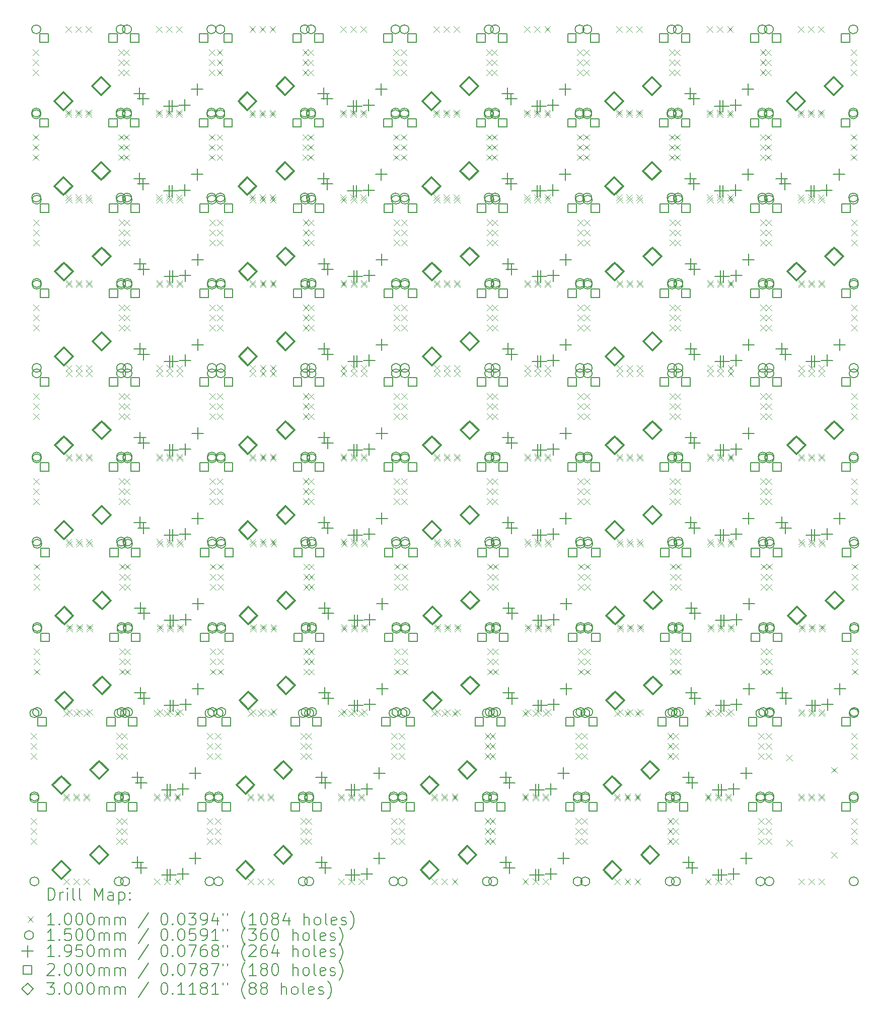
<source format=gbr>
%TF.GenerationSoftware,KiCad,Pcbnew,7.0.2*%
%TF.CreationDate,2023-05-08T22:29:07+02:00*%
%TF.ProjectId,verasity_PCB,76657261-7369-4747-995f-5043422e6b69,rev?*%
%TF.SameCoordinates,Original*%
%TF.FileFunction,Drillmap*%
%TF.FilePolarity,Positive*%
%FSLAX45Y45*%
G04 Gerber Fmt 4.5, Leading zero omitted, Abs format (unit mm)*
G04 Created by KiCad (PCBNEW 7.0.2) date 2023-05-08 22:29:07*
%MOMM*%
%LPD*%
G01*
G04 APERTURE LIST*
%ADD10C,0.200000*%
%ADD11C,0.100000*%
%ADD12C,0.150000*%
%ADD13C,0.195000*%
%ADD14C,0.300000*%
G04 APERTURE END LIST*
D10*
D11*
X3379375Y-7604250D02*
X3479375Y-7704250D01*
X3479375Y-7604250D02*
X3379375Y-7704250D01*
X3379375Y-7774250D02*
X3479375Y-7874250D01*
X3479375Y-7774250D02*
X3379375Y-7874250D01*
X3379375Y-7944250D02*
X3479375Y-8044250D01*
X3479375Y-7944250D02*
X3379375Y-8044250D01*
X3379375Y-9033000D02*
X3479375Y-9133000D01*
X3479375Y-9033000D02*
X3379375Y-9133000D01*
X3379375Y-9203000D02*
X3479375Y-9303000D01*
X3479375Y-9203000D02*
X3379375Y-9303000D01*
X3379375Y-9373000D02*
X3479375Y-9473000D01*
X3479375Y-9373000D02*
X3379375Y-9473000D01*
X3411125Y3897187D02*
X3511125Y3797187D01*
X3511125Y3897187D02*
X3411125Y3797187D01*
X3411125Y3727187D02*
X3511125Y3627187D01*
X3511125Y3727187D02*
X3411125Y3627187D01*
X3411125Y3557187D02*
X3511125Y3457187D01*
X3511125Y3557187D02*
X3411125Y3457187D01*
X3411125Y2468438D02*
X3511125Y2368438D01*
X3511125Y2468438D02*
X3411125Y2368438D01*
X3411125Y2298438D02*
X3511125Y2198438D01*
X3511125Y2298438D02*
X3411125Y2198438D01*
X3411125Y2128438D02*
X3511125Y2028437D01*
X3511125Y2128438D02*
X3411125Y2028437D01*
X3419062Y1031750D02*
X3519062Y931750D01*
X3519062Y1031750D02*
X3419062Y931750D01*
X3419062Y861750D02*
X3519062Y761750D01*
X3519062Y861750D02*
X3419062Y761750D01*
X3419062Y691750D02*
X3519062Y591750D01*
X3519062Y691750D02*
X3419062Y591750D01*
X3419062Y-397000D02*
X3519062Y-497000D01*
X3519062Y-397000D02*
X3419062Y-497000D01*
X3419062Y-567000D02*
X3519062Y-667000D01*
X3519062Y-567000D02*
X3419062Y-667000D01*
X3419062Y-737000D02*
X3519062Y-837000D01*
X3519062Y-737000D02*
X3419062Y-837000D01*
X3419062Y-1889250D02*
X3519062Y-1989250D01*
X3519062Y-1889250D02*
X3419062Y-1989250D01*
X3419062Y-2059250D02*
X3519062Y-2159250D01*
X3519062Y-2059250D02*
X3419062Y-2159250D01*
X3419062Y-2229250D02*
X3519062Y-2329250D01*
X3519062Y-2229250D02*
X3419062Y-2329250D01*
X3419062Y-3318000D02*
X3519062Y-3418000D01*
X3519062Y-3318000D02*
X3419062Y-3418000D01*
X3419062Y-3488000D02*
X3519062Y-3588000D01*
X3519062Y-3488000D02*
X3419062Y-3588000D01*
X3419062Y-3658000D02*
X3519062Y-3758000D01*
X3519062Y-3658000D02*
X3419062Y-3758000D01*
X3427000Y-4754688D02*
X3527000Y-4854688D01*
X3527000Y-4754688D02*
X3427000Y-4854688D01*
X3427000Y-4924688D02*
X3527000Y-5024688D01*
X3527000Y-4924688D02*
X3427000Y-5024688D01*
X3427000Y-5094688D02*
X3527000Y-5194688D01*
X3527000Y-5094688D02*
X3427000Y-5194688D01*
X3427000Y-6183437D02*
X3527000Y-6283437D01*
X3527000Y-6183437D02*
X3427000Y-6283437D01*
X3427000Y-6353437D02*
X3527000Y-6453437D01*
X3527000Y-6353437D02*
X3427000Y-6453437D01*
X3427000Y-6523437D02*
X3527000Y-6623437D01*
X3527000Y-6523437D02*
X3427000Y-6623437D01*
X3929375Y-7219250D02*
X4029375Y-7319250D01*
X4029375Y-7219250D02*
X3929375Y-7319250D01*
X3929375Y-8619250D02*
X4029375Y-8719250D01*
X4029375Y-8619250D02*
X3929375Y-8719250D01*
X3929375Y-8648000D02*
X4029375Y-8748000D01*
X4029375Y-8648000D02*
X3929375Y-8748000D01*
X3929375Y-10048000D02*
X4029375Y-10148000D01*
X4029375Y-10048000D02*
X3929375Y-10148000D01*
X3961125Y4282188D02*
X4061125Y4182187D01*
X4061125Y4282188D02*
X3961125Y4182187D01*
X3961125Y2882187D02*
X4061125Y2782188D01*
X4061125Y2882187D02*
X3961125Y2782188D01*
X3961125Y2853437D02*
X4061125Y2753438D01*
X4061125Y2853437D02*
X3961125Y2753438D01*
X3961125Y1453437D02*
X4061125Y1353438D01*
X4061125Y1453437D02*
X3961125Y1353438D01*
X3969062Y1416750D02*
X4069062Y1316750D01*
X4069062Y1416750D02*
X3969062Y1316750D01*
X3969062Y16750D02*
X4069062Y-83250D01*
X4069062Y16750D02*
X3969062Y-83250D01*
X3969062Y-12000D02*
X4069062Y-112000D01*
X4069062Y-12000D02*
X3969062Y-112000D01*
X3969062Y-1412000D02*
X4069062Y-1512000D01*
X4069062Y-1412000D02*
X3969062Y-1512000D01*
X3969062Y-1504250D02*
X4069062Y-1604250D01*
X4069062Y-1504250D02*
X3969062Y-1604250D01*
X3969062Y-2904250D02*
X4069062Y-3004250D01*
X4069062Y-2904250D02*
X3969062Y-3004250D01*
X3969062Y-2933000D02*
X4069062Y-3033000D01*
X4069062Y-2933000D02*
X3969062Y-3033000D01*
X3969062Y-4333000D02*
X4069062Y-4433000D01*
X4069062Y-4333000D02*
X3969062Y-4433000D01*
X3977000Y-4369688D02*
X4077000Y-4469688D01*
X4077000Y-4369688D02*
X3977000Y-4469688D01*
X3977000Y-5769687D02*
X4077000Y-5869687D01*
X4077000Y-5769687D02*
X3977000Y-5869687D01*
X3977000Y-5798437D02*
X4077000Y-5898437D01*
X4077000Y-5798437D02*
X3977000Y-5898437D01*
X3977000Y-7198437D02*
X4077000Y-7298437D01*
X4077000Y-7198437D02*
X3977000Y-7298437D01*
X4099375Y-7219250D02*
X4199375Y-7319250D01*
X4199375Y-7219250D02*
X4099375Y-7319250D01*
X4099375Y-8619250D02*
X4199375Y-8719250D01*
X4199375Y-8619250D02*
X4099375Y-8719250D01*
X4099375Y-8648000D02*
X4199375Y-8748000D01*
X4199375Y-8648000D02*
X4099375Y-8748000D01*
X4099375Y-10048000D02*
X4199375Y-10148000D01*
X4199375Y-10048000D02*
X4099375Y-10148000D01*
X4131125Y4282188D02*
X4231125Y4182187D01*
X4231125Y4282188D02*
X4131125Y4182187D01*
X4131125Y2882187D02*
X4231125Y2782188D01*
X4231125Y2882187D02*
X4131125Y2782188D01*
X4131125Y2853437D02*
X4231125Y2753438D01*
X4231125Y2853437D02*
X4131125Y2753438D01*
X4131125Y1453437D02*
X4231125Y1353438D01*
X4231125Y1453437D02*
X4131125Y1353438D01*
X4139062Y1416750D02*
X4239063Y1316750D01*
X4239063Y1416750D02*
X4139062Y1316750D01*
X4139062Y16750D02*
X4239063Y-83250D01*
X4239063Y16750D02*
X4139062Y-83250D01*
X4139062Y-12000D02*
X4239063Y-112000D01*
X4239063Y-12000D02*
X4139062Y-112000D01*
X4139062Y-1412000D02*
X4239063Y-1512000D01*
X4239063Y-1412000D02*
X4139062Y-1512000D01*
X4139062Y-1504250D02*
X4239063Y-1604250D01*
X4239063Y-1504250D02*
X4139062Y-1604250D01*
X4139062Y-2904250D02*
X4239063Y-3004250D01*
X4239063Y-2904250D02*
X4139062Y-3004250D01*
X4139062Y-2933000D02*
X4239063Y-3033000D01*
X4239063Y-2933000D02*
X4139062Y-3033000D01*
X4139062Y-4333000D02*
X4239063Y-4433000D01*
X4239063Y-4333000D02*
X4139062Y-4433000D01*
X4147000Y-4369688D02*
X4247000Y-4469688D01*
X4247000Y-4369688D02*
X4147000Y-4469688D01*
X4147000Y-5769687D02*
X4247000Y-5869687D01*
X4247000Y-5769687D02*
X4147000Y-5869687D01*
X4147000Y-5798437D02*
X4247000Y-5898437D01*
X4247000Y-5798437D02*
X4147000Y-5898437D01*
X4147000Y-7198437D02*
X4247000Y-7298437D01*
X4247000Y-7198437D02*
X4147000Y-7298437D01*
X4269375Y-7219250D02*
X4369375Y-7319250D01*
X4369375Y-7219250D02*
X4269375Y-7319250D01*
X4269375Y-8619250D02*
X4369375Y-8719250D01*
X4369375Y-8619250D02*
X4269375Y-8719250D01*
X4269375Y-8648000D02*
X4369375Y-8748000D01*
X4369375Y-8648000D02*
X4269375Y-8748000D01*
X4269375Y-10048000D02*
X4369375Y-10148000D01*
X4369375Y-10048000D02*
X4269375Y-10148000D01*
X4301125Y4282188D02*
X4401125Y4182187D01*
X4401125Y4282188D02*
X4301125Y4182187D01*
X4301125Y2882187D02*
X4401125Y2782188D01*
X4401125Y2882187D02*
X4301125Y2782188D01*
X4301125Y2853437D02*
X4401125Y2753438D01*
X4401125Y2853437D02*
X4301125Y2753438D01*
X4301125Y1453437D02*
X4401125Y1353438D01*
X4401125Y1453437D02*
X4301125Y1353438D01*
X4309063Y1416750D02*
X4409063Y1316750D01*
X4409063Y1416750D02*
X4309063Y1316750D01*
X4309063Y16750D02*
X4409063Y-83250D01*
X4409063Y16750D02*
X4309063Y-83250D01*
X4309063Y-12000D02*
X4409063Y-112000D01*
X4409063Y-12000D02*
X4309063Y-112000D01*
X4309063Y-1412000D02*
X4409063Y-1512000D01*
X4409063Y-1412000D02*
X4309063Y-1512000D01*
X4309063Y-1504250D02*
X4409063Y-1604250D01*
X4409063Y-1504250D02*
X4309063Y-1604250D01*
X4309063Y-2904250D02*
X4409063Y-3004250D01*
X4409063Y-2904250D02*
X4309063Y-3004250D01*
X4309063Y-2933000D02*
X4409063Y-3033000D01*
X4409063Y-2933000D02*
X4309063Y-3033000D01*
X4309063Y-4333000D02*
X4409063Y-4433000D01*
X4409063Y-4333000D02*
X4309063Y-4433000D01*
X4317000Y-4369688D02*
X4417000Y-4469688D01*
X4417000Y-4369688D02*
X4317000Y-4469688D01*
X4317000Y-5769687D02*
X4417000Y-5869687D01*
X4417000Y-5769687D02*
X4317000Y-5869687D01*
X4317000Y-5798437D02*
X4417000Y-5898437D01*
X4417000Y-5798437D02*
X4317000Y-5898437D01*
X4317000Y-7198437D02*
X4417000Y-7298437D01*
X4417000Y-7198437D02*
X4317000Y-7298437D01*
X4819375Y-7604250D02*
X4919375Y-7704250D01*
X4919375Y-7604250D02*
X4819375Y-7704250D01*
X4819375Y-7774250D02*
X4919375Y-7874250D01*
X4919375Y-7774250D02*
X4819375Y-7874250D01*
X4819375Y-7944250D02*
X4919375Y-8044250D01*
X4919375Y-7944250D02*
X4819375Y-8044250D01*
X4819375Y-9033000D02*
X4919375Y-9133000D01*
X4919375Y-9033000D02*
X4819375Y-9133000D01*
X4819375Y-9203000D02*
X4919375Y-9303000D01*
X4919375Y-9203000D02*
X4819375Y-9303000D01*
X4819375Y-9373000D02*
X4919375Y-9473000D01*
X4919375Y-9373000D02*
X4819375Y-9473000D01*
X4851125Y3897187D02*
X4951125Y3797187D01*
X4951125Y3897187D02*
X4851125Y3797187D01*
X4851125Y3727187D02*
X4951125Y3627187D01*
X4951125Y3727187D02*
X4851125Y3627187D01*
X4851125Y3557187D02*
X4951125Y3457187D01*
X4951125Y3557187D02*
X4851125Y3457187D01*
X4851125Y2468438D02*
X4951125Y2368438D01*
X4951125Y2468438D02*
X4851125Y2368438D01*
X4851125Y2298438D02*
X4951125Y2198438D01*
X4951125Y2298438D02*
X4851125Y2198438D01*
X4851125Y2128438D02*
X4951125Y2028437D01*
X4951125Y2128438D02*
X4851125Y2028437D01*
X4859063Y1031750D02*
X4959063Y931750D01*
X4959063Y1031750D02*
X4859063Y931750D01*
X4859063Y861750D02*
X4959063Y761750D01*
X4959063Y861750D02*
X4859063Y761750D01*
X4859063Y691750D02*
X4959063Y591750D01*
X4959063Y691750D02*
X4859063Y591750D01*
X4859063Y-397000D02*
X4959063Y-497000D01*
X4959063Y-397000D02*
X4859063Y-497000D01*
X4859063Y-567000D02*
X4959063Y-667000D01*
X4959063Y-567000D02*
X4859063Y-667000D01*
X4859063Y-737000D02*
X4959063Y-837000D01*
X4959063Y-737000D02*
X4859063Y-837000D01*
X4859063Y-1889250D02*
X4959063Y-1989250D01*
X4959063Y-1889250D02*
X4859063Y-1989250D01*
X4859063Y-2059250D02*
X4959063Y-2159250D01*
X4959063Y-2059250D02*
X4859063Y-2159250D01*
X4859063Y-2229250D02*
X4959063Y-2329250D01*
X4959063Y-2229250D02*
X4859063Y-2329250D01*
X4859063Y-3318000D02*
X4959063Y-3418000D01*
X4959063Y-3318000D02*
X4859063Y-3418000D01*
X4859063Y-3488000D02*
X4959063Y-3588000D01*
X4959063Y-3488000D02*
X4859063Y-3588000D01*
X4859063Y-3658000D02*
X4959063Y-3758000D01*
X4959063Y-3658000D02*
X4859063Y-3758000D01*
X4867000Y-4754688D02*
X4967000Y-4854688D01*
X4967000Y-4754688D02*
X4867000Y-4854688D01*
X4867000Y-4924688D02*
X4967000Y-5024688D01*
X4967000Y-4924688D02*
X4867000Y-5024688D01*
X4867000Y-5094688D02*
X4967000Y-5194688D01*
X4967000Y-5094688D02*
X4867000Y-5194688D01*
X4867000Y-6183437D02*
X4967000Y-6283437D01*
X4967000Y-6183437D02*
X4867000Y-6283437D01*
X4867000Y-6353437D02*
X4967000Y-6453437D01*
X4967000Y-6353437D02*
X4867000Y-6453437D01*
X4867000Y-6523437D02*
X4967000Y-6623437D01*
X4967000Y-6523437D02*
X4867000Y-6623437D01*
X4905313Y-7604250D02*
X5005313Y-7704250D01*
X5005313Y-7604250D02*
X4905313Y-7704250D01*
X4905313Y-7774250D02*
X5005313Y-7874250D01*
X5005313Y-7774250D02*
X4905313Y-7874250D01*
X4905313Y-7944250D02*
X5005313Y-8044250D01*
X5005313Y-7944250D02*
X4905313Y-8044250D01*
X4905313Y-9033000D02*
X5005313Y-9133000D01*
X5005313Y-9033000D02*
X4905313Y-9133000D01*
X4905313Y-9203000D02*
X5005313Y-9303000D01*
X5005313Y-9203000D02*
X4905313Y-9303000D01*
X4905313Y-9373000D02*
X5005313Y-9473000D01*
X5005313Y-9373000D02*
X4905313Y-9473000D01*
X4937063Y3897187D02*
X5037063Y3797187D01*
X5037063Y3897187D02*
X4937063Y3797187D01*
X4937063Y3727187D02*
X5037063Y3627187D01*
X5037063Y3727187D02*
X4937063Y3627187D01*
X4937063Y3557187D02*
X5037063Y3457187D01*
X5037063Y3557187D02*
X4937063Y3457187D01*
X4937063Y2468438D02*
X5037063Y2368438D01*
X5037063Y2468438D02*
X4937063Y2368438D01*
X4937063Y2298438D02*
X5037063Y2198438D01*
X5037063Y2298438D02*
X4937063Y2198438D01*
X4937063Y2128438D02*
X5037063Y2028437D01*
X5037063Y2128438D02*
X4937063Y2028437D01*
X4945000Y1031750D02*
X5045000Y931750D01*
X5045000Y1031750D02*
X4945000Y931750D01*
X4945000Y861750D02*
X5045000Y761750D01*
X5045000Y861750D02*
X4945000Y761750D01*
X4945000Y691750D02*
X5045000Y591750D01*
X5045000Y691750D02*
X4945000Y591750D01*
X4945000Y-397000D02*
X5045000Y-497000D01*
X5045000Y-397000D02*
X4945000Y-497000D01*
X4945000Y-567000D02*
X5045000Y-667000D01*
X5045000Y-567000D02*
X4945000Y-667000D01*
X4945000Y-737000D02*
X5045000Y-837000D01*
X5045000Y-737000D02*
X4945000Y-837000D01*
X4945000Y-1889250D02*
X5045000Y-1989250D01*
X5045000Y-1889250D02*
X4945000Y-1989250D01*
X4945000Y-2059250D02*
X5045000Y-2159250D01*
X5045000Y-2059250D02*
X4945000Y-2159250D01*
X4945000Y-2229250D02*
X5045000Y-2329250D01*
X5045000Y-2229250D02*
X4945000Y-2329250D01*
X4945000Y-3318000D02*
X5045000Y-3418000D01*
X5045000Y-3318000D02*
X4945000Y-3418000D01*
X4945000Y-3488000D02*
X5045000Y-3588000D01*
X5045000Y-3488000D02*
X4945000Y-3588000D01*
X4945000Y-3658000D02*
X5045000Y-3758000D01*
X5045000Y-3658000D02*
X4945000Y-3758000D01*
X4952938Y-4754688D02*
X5052938Y-4854688D01*
X5052938Y-4754688D02*
X4952938Y-4854688D01*
X4952938Y-4924688D02*
X5052938Y-5024688D01*
X5052938Y-4924688D02*
X4952938Y-5024688D01*
X4952938Y-5094688D02*
X5052938Y-5194688D01*
X5052938Y-5094688D02*
X4952938Y-5194688D01*
X4952938Y-6183437D02*
X5052938Y-6283437D01*
X5052938Y-6183437D02*
X4952938Y-6283437D01*
X4952938Y-6353437D02*
X5052938Y-6453437D01*
X5052938Y-6353437D02*
X4952938Y-6453437D01*
X4952938Y-6523437D02*
X5052938Y-6623437D01*
X5052938Y-6523437D02*
X4952938Y-6623437D01*
X5455313Y-7219250D02*
X5555313Y-7319250D01*
X5555313Y-7219250D02*
X5455313Y-7319250D01*
X5455313Y-8619250D02*
X5555313Y-8719250D01*
X5555313Y-8619250D02*
X5455313Y-8719250D01*
X5455313Y-8648000D02*
X5555313Y-8748000D01*
X5555313Y-8648000D02*
X5455313Y-8748000D01*
X5455313Y-10048000D02*
X5555313Y-10148000D01*
X5555313Y-10048000D02*
X5455313Y-10148000D01*
X5487063Y4282188D02*
X5587063Y4182187D01*
X5587063Y4282188D02*
X5487063Y4182187D01*
X5487063Y2882187D02*
X5587063Y2782188D01*
X5587063Y2882187D02*
X5487063Y2782188D01*
X5487063Y2853437D02*
X5587063Y2753438D01*
X5587063Y2853437D02*
X5487063Y2753438D01*
X5487063Y1453437D02*
X5587063Y1353438D01*
X5587063Y1453437D02*
X5487063Y1353438D01*
X5495000Y1416750D02*
X5595000Y1316750D01*
X5595000Y1416750D02*
X5495000Y1316750D01*
X5495000Y16750D02*
X5595000Y-83250D01*
X5595000Y16750D02*
X5495000Y-83250D01*
X5495000Y-12000D02*
X5595000Y-112000D01*
X5595000Y-12000D02*
X5495000Y-112000D01*
X5495000Y-1412000D02*
X5595000Y-1512000D01*
X5595000Y-1412000D02*
X5495000Y-1512000D01*
X5495000Y-1504250D02*
X5595000Y-1604250D01*
X5595000Y-1504250D02*
X5495000Y-1604250D01*
X5495000Y-2904250D02*
X5595000Y-3004250D01*
X5595000Y-2904250D02*
X5495000Y-3004250D01*
X5495000Y-2933000D02*
X5595000Y-3033000D01*
X5595000Y-2933000D02*
X5495000Y-3033000D01*
X5495000Y-4333000D02*
X5595000Y-4433000D01*
X5595000Y-4333000D02*
X5495000Y-4433000D01*
X5502938Y-4369688D02*
X5602937Y-4469688D01*
X5602937Y-4369688D02*
X5502938Y-4469688D01*
X5502938Y-5769687D02*
X5602937Y-5869687D01*
X5602937Y-5769687D02*
X5502938Y-5869687D01*
X5502938Y-5798437D02*
X5602937Y-5898437D01*
X5602937Y-5798437D02*
X5502938Y-5898437D01*
X5502938Y-7198437D02*
X5602937Y-7298437D01*
X5602937Y-7198437D02*
X5502938Y-7298437D01*
X5625312Y-7219250D02*
X5725312Y-7319250D01*
X5725312Y-7219250D02*
X5625312Y-7319250D01*
X5625312Y-8619250D02*
X5725312Y-8719250D01*
X5725312Y-8619250D02*
X5625312Y-8719250D01*
X5625312Y-8648000D02*
X5725312Y-8748000D01*
X5725312Y-8648000D02*
X5625312Y-8748000D01*
X5625312Y-10048000D02*
X5725312Y-10148000D01*
X5725312Y-10048000D02*
X5625312Y-10148000D01*
X5657062Y4282188D02*
X5757062Y4182187D01*
X5757062Y4282188D02*
X5657062Y4182187D01*
X5657062Y2882187D02*
X5757062Y2782188D01*
X5757062Y2882187D02*
X5657062Y2782188D01*
X5657062Y2853437D02*
X5757062Y2753438D01*
X5757062Y2853437D02*
X5657062Y2753438D01*
X5657062Y1453437D02*
X5757062Y1353438D01*
X5757062Y1453437D02*
X5657062Y1353438D01*
X5665000Y1416750D02*
X5765000Y1316750D01*
X5765000Y1416750D02*
X5665000Y1316750D01*
X5665000Y16750D02*
X5765000Y-83250D01*
X5765000Y16750D02*
X5665000Y-83250D01*
X5665000Y-12000D02*
X5765000Y-112000D01*
X5765000Y-12000D02*
X5665000Y-112000D01*
X5665000Y-1412000D02*
X5765000Y-1512000D01*
X5765000Y-1412000D02*
X5665000Y-1512000D01*
X5665000Y-1504250D02*
X5765000Y-1604250D01*
X5765000Y-1504250D02*
X5665000Y-1604250D01*
X5665000Y-2904250D02*
X5765000Y-3004250D01*
X5765000Y-2904250D02*
X5665000Y-3004250D01*
X5665000Y-2933000D02*
X5765000Y-3033000D01*
X5765000Y-2933000D02*
X5665000Y-3033000D01*
X5665000Y-4333000D02*
X5765000Y-4433000D01*
X5765000Y-4333000D02*
X5665000Y-4433000D01*
X5672937Y-4369688D02*
X5772937Y-4469688D01*
X5772937Y-4369688D02*
X5672937Y-4469688D01*
X5672937Y-5769687D02*
X5772937Y-5869687D01*
X5772937Y-5769687D02*
X5672937Y-5869687D01*
X5672937Y-5798437D02*
X5772937Y-5898437D01*
X5772937Y-5798437D02*
X5672937Y-5898437D01*
X5672937Y-7198437D02*
X5772937Y-7298437D01*
X5772937Y-7198437D02*
X5672937Y-7298437D01*
X5795312Y-7219250D02*
X5895312Y-7319250D01*
X5895312Y-7219250D02*
X5795312Y-7319250D01*
X5795312Y-8619250D02*
X5895312Y-8719250D01*
X5895312Y-8619250D02*
X5795312Y-8719250D01*
X5795312Y-8648000D02*
X5895312Y-8748000D01*
X5895312Y-8648000D02*
X5795312Y-8748000D01*
X5795312Y-10048000D02*
X5895312Y-10148000D01*
X5895312Y-10048000D02*
X5795312Y-10148000D01*
X5827062Y4282188D02*
X5927062Y4182187D01*
X5927062Y4282188D02*
X5827062Y4182187D01*
X5827062Y2882187D02*
X5927062Y2782188D01*
X5927062Y2882187D02*
X5827062Y2782188D01*
X5827062Y2853437D02*
X5927062Y2753438D01*
X5927062Y2853437D02*
X5827062Y2753438D01*
X5827062Y1453437D02*
X5927062Y1353438D01*
X5927062Y1453437D02*
X5827062Y1353438D01*
X5835000Y1416750D02*
X5935000Y1316750D01*
X5935000Y1416750D02*
X5835000Y1316750D01*
X5835000Y16750D02*
X5935000Y-83250D01*
X5935000Y16750D02*
X5835000Y-83250D01*
X5835000Y-12000D02*
X5935000Y-112000D01*
X5935000Y-12000D02*
X5835000Y-112000D01*
X5835000Y-1412000D02*
X5935000Y-1512000D01*
X5935000Y-1412000D02*
X5835000Y-1512000D01*
X5835000Y-1504250D02*
X5935000Y-1604250D01*
X5935000Y-1504250D02*
X5835000Y-1604250D01*
X5835000Y-2904250D02*
X5935000Y-3004250D01*
X5935000Y-2904250D02*
X5835000Y-3004250D01*
X5835000Y-2933000D02*
X5935000Y-3033000D01*
X5935000Y-2933000D02*
X5835000Y-3033000D01*
X5835000Y-4333000D02*
X5935000Y-4433000D01*
X5935000Y-4333000D02*
X5835000Y-4433000D01*
X5842937Y-4369688D02*
X5942937Y-4469688D01*
X5942937Y-4369688D02*
X5842937Y-4469688D01*
X5842937Y-5769687D02*
X5942937Y-5869687D01*
X5942937Y-5769687D02*
X5842937Y-5869687D01*
X5842937Y-5798437D02*
X5942937Y-5898437D01*
X5942937Y-5798437D02*
X5842937Y-5898437D01*
X5842937Y-7198437D02*
X5942937Y-7298437D01*
X5942937Y-7198437D02*
X5842937Y-7298437D01*
X6345312Y-7604250D02*
X6445312Y-7704250D01*
X6445312Y-7604250D02*
X6345312Y-7704250D01*
X6345312Y-7774250D02*
X6445312Y-7874250D01*
X6445312Y-7774250D02*
X6345312Y-7874250D01*
X6345312Y-7944250D02*
X6445312Y-8044250D01*
X6445312Y-7944250D02*
X6345312Y-8044250D01*
X6345312Y-9033000D02*
X6445312Y-9133000D01*
X6445312Y-9033000D02*
X6345312Y-9133000D01*
X6345312Y-9203000D02*
X6445312Y-9303000D01*
X6445312Y-9203000D02*
X6345312Y-9303000D01*
X6345312Y-9373000D02*
X6445312Y-9473000D01*
X6445312Y-9373000D02*
X6345312Y-9473000D01*
X6377062Y3897187D02*
X6477062Y3797187D01*
X6477062Y3897187D02*
X6377062Y3797187D01*
X6377062Y3727187D02*
X6477062Y3627187D01*
X6477062Y3727187D02*
X6377062Y3627187D01*
X6377062Y3557187D02*
X6477062Y3457187D01*
X6477062Y3557187D02*
X6377062Y3457187D01*
X6377062Y2468438D02*
X6477062Y2368438D01*
X6477062Y2468438D02*
X6377062Y2368438D01*
X6377062Y2298438D02*
X6477062Y2198438D01*
X6477062Y2298438D02*
X6377062Y2198438D01*
X6377062Y2128438D02*
X6477062Y2028437D01*
X6477062Y2128438D02*
X6377062Y2028437D01*
X6385000Y1031750D02*
X6485000Y931750D01*
X6485000Y1031750D02*
X6385000Y931750D01*
X6385000Y861750D02*
X6485000Y761750D01*
X6485000Y861750D02*
X6385000Y761750D01*
X6385000Y691750D02*
X6485000Y591750D01*
X6485000Y691750D02*
X6385000Y591750D01*
X6385000Y-397000D02*
X6485000Y-497000D01*
X6485000Y-397000D02*
X6385000Y-497000D01*
X6385000Y-567000D02*
X6485000Y-667000D01*
X6485000Y-567000D02*
X6385000Y-667000D01*
X6385000Y-737000D02*
X6485000Y-837000D01*
X6485000Y-737000D02*
X6385000Y-837000D01*
X6385000Y-1889250D02*
X6485000Y-1989250D01*
X6485000Y-1889250D02*
X6385000Y-1989250D01*
X6385000Y-2059250D02*
X6485000Y-2159250D01*
X6485000Y-2059250D02*
X6385000Y-2159250D01*
X6385000Y-2229250D02*
X6485000Y-2329250D01*
X6485000Y-2229250D02*
X6385000Y-2329250D01*
X6385000Y-3318000D02*
X6485000Y-3418000D01*
X6485000Y-3318000D02*
X6385000Y-3418000D01*
X6385000Y-3488000D02*
X6485000Y-3588000D01*
X6485000Y-3488000D02*
X6385000Y-3588000D01*
X6385000Y-3658000D02*
X6485000Y-3758000D01*
X6485000Y-3658000D02*
X6385000Y-3758000D01*
X6392937Y-4754688D02*
X6492937Y-4854688D01*
X6492937Y-4754688D02*
X6392937Y-4854688D01*
X6392937Y-4924688D02*
X6492937Y-5024688D01*
X6492937Y-4924688D02*
X6392937Y-5024688D01*
X6392937Y-5094688D02*
X6492937Y-5194688D01*
X6492937Y-5094688D02*
X6392937Y-5194688D01*
X6392937Y-6183437D02*
X6492937Y-6283437D01*
X6492937Y-6183437D02*
X6392937Y-6283437D01*
X6392937Y-6353437D02*
X6492937Y-6453437D01*
X6492937Y-6353437D02*
X6392937Y-6453437D01*
X6392937Y-6523437D02*
X6492937Y-6623437D01*
X6492937Y-6523437D02*
X6392937Y-6623437D01*
X6475000Y-7604250D02*
X6575000Y-7704250D01*
X6575000Y-7604250D02*
X6475000Y-7704250D01*
X6475000Y-7774250D02*
X6575000Y-7874250D01*
X6575000Y-7774250D02*
X6475000Y-7874250D01*
X6475000Y-7944250D02*
X6575000Y-8044250D01*
X6575000Y-7944250D02*
X6475000Y-8044250D01*
X6475000Y-9033000D02*
X6575000Y-9133000D01*
X6575000Y-9033000D02*
X6475000Y-9133000D01*
X6475000Y-9203000D02*
X6575000Y-9303000D01*
X6575000Y-9203000D02*
X6475000Y-9303000D01*
X6475000Y-9373000D02*
X6575000Y-9473000D01*
X6575000Y-9373000D02*
X6475000Y-9473000D01*
X6506750Y3897187D02*
X6606750Y3797187D01*
X6606750Y3897187D02*
X6506750Y3797187D01*
X6506750Y3727187D02*
X6606750Y3627187D01*
X6606750Y3727187D02*
X6506750Y3627187D01*
X6506750Y3557187D02*
X6606750Y3457187D01*
X6606750Y3557187D02*
X6506750Y3457187D01*
X6506750Y2468438D02*
X6606750Y2368438D01*
X6606750Y2468438D02*
X6506750Y2368438D01*
X6506750Y2298438D02*
X6606750Y2198438D01*
X6606750Y2298438D02*
X6506750Y2198438D01*
X6506750Y2128438D02*
X6606750Y2028437D01*
X6606750Y2128438D02*
X6506750Y2028437D01*
X6514687Y1031750D02*
X6614687Y931750D01*
X6614687Y1031750D02*
X6514687Y931750D01*
X6514687Y861750D02*
X6614687Y761750D01*
X6614687Y861750D02*
X6514687Y761750D01*
X6514687Y691750D02*
X6614687Y591750D01*
X6614687Y691750D02*
X6514687Y591750D01*
X6514687Y-397000D02*
X6614687Y-497000D01*
X6614687Y-397000D02*
X6514687Y-497000D01*
X6514687Y-567000D02*
X6614687Y-667000D01*
X6614687Y-567000D02*
X6514687Y-667000D01*
X6514687Y-737000D02*
X6614687Y-837000D01*
X6614687Y-737000D02*
X6514687Y-837000D01*
X6514687Y-1889250D02*
X6614687Y-1989250D01*
X6614687Y-1889250D02*
X6514687Y-1989250D01*
X6514687Y-2059250D02*
X6614687Y-2159250D01*
X6614687Y-2059250D02*
X6514687Y-2159250D01*
X6514687Y-2229250D02*
X6614687Y-2329250D01*
X6614687Y-2229250D02*
X6514687Y-2329250D01*
X6514687Y-3318000D02*
X6614687Y-3418000D01*
X6614687Y-3318000D02*
X6514687Y-3418000D01*
X6514687Y-3488000D02*
X6614687Y-3588000D01*
X6614687Y-3488000D02*
X6514687Y-3588000D01*
X6514687Y-3658000D02*
X6614687Y-3758000D01*
X6614687Y-3658000D02*
X6514687Y-3758000D01*
X6522625Y-4754688D02*
X6622625Y-4854688D01*
X6622625Y-4754688D02*
X6522625Y-4854688D01*
X6522625Y-4924688D02*
X6622625Y-5024688D01*
X6622625Y-4924688D02*
X6522625Y-5024688D01*
X6522625Y-5094688D02*
X6622625Y-5194688D01*
X6622625Y-5094688D02*
X6522625Y-5194688D01*
X6522625Y-6183437D02*
X6622625Y-6283437D01*
X6622625Y-6183437D02*
X6522625Y-6283437D01*
X6522625Y-6353437D02*
X6622625Y-6453437D01*
X6622625Y-6353437D02*
X6522625Y-6453437D01*
X6522625Y-6523437D02*
X6622625Y-6623437D01*
X6622625Y-6523437D02*
X6522625Y-6623437D01*
X7025000Y-7219250D02*
X7125000Y-7319250D01*
X7125000Y-7219250D02*
X7025000Y-7319250D01*
X7025000Y-8619250D02*
X7125000Y-8719250D01*
X7125000Y-8619250D02*
X7025000Y-8719250D01*
X7025000Y-8648000D02*
X7125000Y-8748000D01*
X7125000Y-8648000D02*
X7025000Y-8748000D01*
X7025000Y-10048000D02*
X7125000Y-10148000D01*
X7125000Y-10048000D02*
X7025000Y-10148000D01*
X7056750Y4282188D02*
X7156750Y4182187D01*
X7156750Y4282188D02*
X7056750Y4182187D01*
X7056750Y2882187D02*
X7156750Y2782188D01*
X7156750Y2882187D02*
X7056750Y2782188D01*
X7056750Y2853437D02*
X7156750Y2753438D01*
X7156750Y2853437D02*
X7056750Y2753438D01*
X7056750Y1453437D02*
X7156750Y1353438D01*
X7156750Y1453437D02*
X7056750Y1353438D01*
X7064687Y1416750D02*
X7164687Y1316750D01*
X7164687Y1416750D02*
X7064687Y1316750D01*
X7064687Y16750D02*
X7164687Y-83250D01*
X7164687Y16750D02*
X7064687Y-83250D01*
X7064687Y-12000D02*
X7164687Y-112000D01*
X7164687Y-12000D02*
X7064687Y-112000D01*
X7064687Y-1412000D02*
X7164687Y-1512000D01*
X7164687Y-1412000D02*
X7064687Y-1512000D01*
X7064687Y-1504250D02*
X7164687Y-1604250D01*
X7164687Y-1504250D02*
X7064687Y-1604250D01*
X7064687Y-2904250D02*
X7164687Y-3004250D01*
X7164687Y-2904250D02*
X7064687Y-3004250D01*
X7064687Y-2933000D02*
X7164687Y-3033000D01*
X7164687Y-2933000D02*
X7064687Y-3033000D01*
X7064687Y-4333000D02*
X7164687Y-4433000D01*
X7164687Y-4333000D02*
X7064687Y-4433000D01*
X7072625Y-4369688D02*
X7172625Y-4469688D01*
X7172625Y-4369688D02*
X7072625Y-4469688D01*
X7072625Y-5769687D02*
X7172625Y-5869687D01*
X7172625Y-5769687D02*
X7072625Y-5869687D01*
X7072625Y-5798437D02*
X7172625Y-5898437D01*
X7172625Y-5798437D02*
X7072625Y-5898437D01*
X7072625Y-7198437D02*
X7172625Y-7298437D01*
X7172625Y-7198437D02*
X7072625Y-7298437D01*
X7195000Y-7219250D02*
X7295000Y-7319250D01*
X7295000Y-7219250D02*
X7195000Y-7319250D01*
X7195000Y-8619250D02*
X7295000Y-8719250D01*
X7295000Y-8619250D02*
X7195000Y-8719250D01*
X7195000Y-8648000D02*
X7295000Y-8748000D01*
X7295000Y-8648000D02*
X7195000Y-8748000D01*
X7195000Y-10048000D02*
X7295000Y-10148000D01*
X7295000Y-10048000D02*
X7195000Y-10148000D01*
X7226750Y4282188D02*
X7326750Y4182187D01*
X7326750Y4282188D02*
X7226750Y4182187D01*
X7226750Y2882187D02*
X7326750Y2782188D01*
X7326750Y2882187D02*
X7226750Y2782188D01*
X7226750Y2853437D02*
X7326750Y2753438D01*
X7326750Y2853437D02*
X7226750Y2753438D01*
X7226750Y1453437D02*
X7326750Y1353438D01*
X7326750Y1453437D02*
X7226750Y1353438D01*
X7234687Y1416750D02*
X7334687Y1316750D01*
X7334687Y1416750D02*
X7234687Y1316750D01*
X7234687Y16750D02*
X7334687Y-83250D01*
X7334687Y16750D02*
X7234687Y-83250D01*
X7234687Y-12000D02*
X7334687Y-112000D01*
X7334687Y-12000D02*
X7234687Y-112000D01*
X7234687Y-1412000D02*
X7334687Y-1512000D01*
X7334687Y-1412000D02*
X7234687Y-1512000D01*
X7234687Y-1504250D02*
X7334687Y-1604250D01*
X7334687Y-1504250D02*
X7234687Y-1604250D01*
X7234687Y-2904250D02*
X7334687Y-3004250D01*
X7334687Y-2904250D02*
X7234687Y-3004250D01*
X7234687Y-2933000D02*
X7334687Y-3033000D01*
X7334687Y-2933000D02*
X7234687Y-3033000D01*
X7234687Y-4333000D02*
X7334687Y-4433000D01*
X7334687Y-4333000D02*
X7234687Y-4433000D01*
X7242625Y-4369688D02*
X7342625Y-4469688D01*
X7342625Y-4369688D02*
X7242625Y-4469688D01*
X7242625Y-5769687D02*
X7342625Y-5869687D01*
X7342625Y-5769687D02*
X7242625Y-5869687D01*
X7242625Y-5798437D02*
X7342625Y-5898437D01*
X7342625Y-5798437D02*
X7242625Y-5898437D01*
X7242625Y-7198437D02*
X7342625Y-7298437D01*
X7342625Y-7198437D02*
X7242625Y-7298437D01*
X7365000Y-7219250D02*
X7465000Y-7319250D01*
X7465000Y-7219250D02*
X7365000Y-7319250D01*
X7365000Y-8619250D02*
X7465000Y-8719250D01*
X7465000Y-8619250D02*
X7365000Y-8719250D01*
X7365000Y-8648000D02*
X7465000Y-8748000D01*
X7465000Y-8648000D02*
X7365000Y-8748000D01*
X7365000Y-10048000D02*
X7465000Y-10148000D01*
X7465000Y-10048000D02*
X7365000Y-10148000D01*
X7396750Y4282188D02*
X7496750Y4182187D01*
X7496750Y4282188D02*
X7396750Y4182187D01*
X7396750Y2882187D02*
X7496750Y2782188D01*
X7496750Y2882187D02*
X7396750Y2782188D01*
X7396750Y2853437D02*
X7496750Y2753438D01*
X7496750Y2853437D02*
X7396750Y2753438D01*
X7396750Y1453437D02*
X7496750Y1353438D01*
X7496750Y1453437D02*
X7396750Y1353438D01*
X7404687Y1416750D02*
X7504687Y1316750D01*
X7504687Y1416750D02*
X7404687Y1316750D01*
X7404687Y16750D02*
X7504687Y-83250D01*
X7504687Y16750D02*
X7404687Y-83250D01*
X7404687Y-12000D02*
X7504687Y-112000D01*
X7504687Y-12000D02*
X7404687Y-112000D01*
X7404687Y-1412000D02*
X7504687Y-1512000D01*
X7504687Y-1412000D02*
X7404687Y-1512000D01*
X7404687Y-1504250D02*
X7504687Y-1604250D01*
X7504687Y-1504250D02*
X7404687Y-1604250D01*
X7404687Y-2904250D02*
X7504687Y-3004250D01*
X7504687Y-2904250D02*
X7404687Y-3004250D01*
X7404687Y-2933000D02*
X7504687Y-3033000D01*
X7504687Y-2933000D02*
X7404687Y-3033000D01*
X7404687Y-4333000D02*
X7504687Y-4433000D01*
X7504687Y-4333000D02*
X7404687Y-4433000D01*
X7412625Y-4369688D02*
X7512625Y-4469688D01*
X7512625Y-4369688D02*
X7412625Y-4469688D01*
X7412625Y-5769687D02*
X7512625Y-5869687D01*
X7512625Y-5769687D02*
X7412625Y-5869687D01*
X7412625Y-5798437D02*
X7512625Y-5898437D01*
X7512625Y-5798437D02*
X7412625Y-5898437D01*
X7412625Y-7198437D02*
X7512625Y-7298437D01*
X7512625Y-7198437D02*
X7412625Y-7298437D01*
X7915000Y-7604250D02*
X8015000Y-7704250D01*
X8015000Y-7604250D02*
X7915000Y-7704250D01*
X7915000Y-7774250D02*
X8015000Y-7874250D01*
X8015000Y-7774250D02*
X7915000Y-7874250D01*
X7915000Y-7944250D02*
X8015000Y-8044250D01*
X8015000Y-7944250D02*
X7915000Y-8044250D01*
X7915000Y-9033000D02*
X8015000Y-9133000D01*
X8015000Y-9033000D02*
X7915000Y-9133000D01*
X7915000Y-9203000D02*
X8015000Y-9303000D01*
X8015000Y-9203000D02*
X7915000Y-9303000D01*
X7915000Y-9373000D02*
X8015000Y-9473000D01*
X8015000Y-9373000D02*
X7915000Y-9473000D01*
X7946750Y3897187D02*
X8046750Y3797187D01*
X8046750Y3897187D02*
X7946750Y3797187D01*
X7946750Y3727187D02*
X8046750Y3627187D01*
X8046750Y3727187D02*
X7946750Y3627187D01*
X7946750Y3557187D02*
X8046750Y3457187D01*
X8046750Y3557187D02*
X7946750Y3457187D01*
X7946750Y2468438D02*
X8046750Y2368438D01*
X8046750Y2468438D02*
X7946750Y2368438D01*
X7946750Y2298438D02*
X8046750Y2198438D01*
X8046750Y2298438D02*
X7946750Y2198438D01*
X7946750Y2128438D02*
X8046750Y2028437D01*
X8046750Y2128438D02*
X7946750Y2028437D01*
X7954687Y1031750D02*
X8054687Y931750D01*
X8054687Y1031750D02*
X7954687Y931750D01*
X7954687Y861750D02*
X8054687Y761750D01*
X8054687Y861750D02*
X7954687Y761750D01*
X7954687Y691750D02*
X8054687Y591750D01*
X8054687Y691750D02*
X7954687Y591750D01*
X7954687Y-397000D02*
X8054687Y-497000D01*
X8054687Y-397000D02*
X7954687Y-497000D01*
X7954687Y-567000D02*
X8054687Y-667000D01*
X8054687Y-567000D02*
X7954687Y-667000D01*
X7954687Y-737000D02*
X8054687Y-837000D01*
X8054687Y-737000D02*
X7954687Y-837000D01*
X7954687Y-1889250D02*
X8054687Y-1989250D01*
X8054687Y-1889250D02*
X7954687Y-1989250D01*
X7954687Y-2059250D02*
X8054687Y-2159250D01*
X8054687Y-2059250D02*
X7954687Y-2159250D01*
X7954687Y-2229250D02*
X8054687Y-2329250D01*
X8054687Y-2229250D02*
X7954687Y-2329250D01*
X7954687Y-3318000D02*
X8054687Y-3418000D01*
X8054687Y-3318000D02*
X7954687Y-3418000D01*
X7954687Y-3488000D02*
X8054687Y-3588000D01*
X8054687Y-3488000D02*
X7954687Y-3588000D01*
X7954687Y-3658000D02*
X8054687Y-3758000D01*
X8054687Y-3658000D02*
X7954687Y-3758000D01*
X7962625Y-4754688D02*
X8062625Y-4854688D01*
X8062625Y-4754688D02*
X7962625Y-4854688D01*
X7962625Y-4924688D02*
X8062625Y-5024688D01*
X8062625Y-4924688D02*
X7962625Y-5024688D01*
X7962625Y-5094688D02*
X8062625Y-5194688D01*
X8062625Y-5094688D02*
X7962625Y-5194688D01*
X7962625Y-6183437D02*
X8062625Y-6283437D01*
X8062625Y-6183437D02*
X7962625Y-6283437D01*
X7962625Y-6353437D02*
X8062625Y-6453437D01*
X8062625Y-6353437D02*
X7962625Y-6453437D01*
X7962625Y-6523437D02*
X8062625Y-6623437D01*
X8062625Y-6523437D02*
X7962625Y-6623437D01*
X8000937Y-7604250D02*
X8100937Y-7704250D01*
X8100937Y-7604250D02*
X8000937Y-7704250D01*
X8000937Y-7774250D02*
X8100937Y-7874250D01*
X8100937Y-7774250D02*
X8000937Y-7874250D01*
X8000937Y-7944250D02*
X8100937Y-8044250D01*
X8100937Y-7944250D02*
X8000937Y-8044250D01*
X8000937Y-9033000D02*
X8100937Y-9133000D01*
X8100937Y-9033000D02*
X8000937Y-9133000D01*
X8000937Y-9203000D02*
X8100937Y-9303000D01*
X8100937Y-9203000D02*
X8000937Y-9303000D01*
X8000937Y-9373000D02*
X8100937Y-9473000D01*
X8100937Y-9373000D02*
X8000937Y-9473000D01*
X8032687Y3897187D02*
X8132687Y3797187D01*
X8132687Y3897187D02*
X8032687Y3797187D01*
X8032687Y3727187D02*
X8132687Y3627187D01*
X8132687Y3727187D02*
X8032687Y3627187D01*
X8032687Y3557187D02*
X8132687Y3457187D01*
X8132687Y3557187D02*
X8032687Y3457187D01*
X8032687Y2468438D02*
X8132687Y2368438D01*
X8132687Y2468438D02*
X8032687Y2368438D01*
X8032687Y2298438D02*
X8132687Y2198438D01*
X8132687Y2298438D02*
X8032687Y2198438D01*
X8032687Y2128438D02*
X8132687Y2028437D01*
X8132687Y2128438D02*
X8032687Y2028437D01*
X8040625Y1031750D02*
X8140625Y931750D01*
X8140625Y1031750D02*
X8040625Y931750D01*
X8040625Y861750D02*
X8140625Y761750D01*
X8140625Y861750D02*
X8040625Y761750D01*
X8040625Y691750D02*
X8140625Y591750D01*
X8140625Y691750D02*
X8040625Y591750D01*
X8040625Y-397000D02*
X8140625Y-497000D01*
X8140625Y-397000D02*
X8040625Y-497000D01*
X8040625Y-567000D02*
X8140625Y-667000D01*
X8140625Y-567000D02*
X8040625Y-667000D01*
X8040625Y-737000D02*
X8140625Y-837000D01*
X8140625Y-737000D02*
X8040625Y-837000D01*
X8040625Y-1889250D02*
X8140625Y-1989250D01*
X8140625Y-1889250D02*
X8040625Y-1989250D01*
X8040625Y-2059250D02*
X8140625Y-2159250D01*
X8140625Y-2059250D02*
X8040625Y-2159250D01*
X8040625Y-2229250D02*
X8140625Y-2329250D01*
X8140625Y-2229250D02*
X8040625Y-2329250D01*
X8040625Y-3318000D02*
X8140625Y-3418000D01*
X8140625Y-3318000D02*
X8040625Y-3418000D01*
X8040625Y-3488000D02*
X8140625Y-3588000D01*
X8140625Y-3488000D02*
X8040625Y-3588000D01*
X8040625Y-3658000D02*
X8140625Y-3758000D01*
X8140625Y-3658000D02*
X8040625Y-3758000D01*
X8048562Y-4754688D02*
X8148562Y-4854688D01*
X8148562Y-4754688D02*
X8048562Y-4854688D01*
X8048562Y-4924688D02*
X8148562Y-5024688D01*
X8148562Y-4924688D02*
X8048562Y-5024688D01*
X8048562Y-5094688D02*
X8148562Y-5194688D01*
X8148562Y-5094688D02*
X8048562Y-5194688D01*
X8048562Y-6183437D02*
X8148562Y-6283437D01*
X8148562Y-6183437D02*
X8048562Y-6283437D01*
X8048562Y-6353437D02*
X8148562Y-6453437D01*
X8148562Y-6353437D02*
X8048562Y-6453437D01*
X8048562Y-6523437D02*
X8148562Y-6623437D01*
X8148562Y-6523437D02*
X8048562Y-6623437D01*
X8550938Y-7219250D02*
X8650938Y-7319250D01*
X8650938Y-7219250D02*
X8550938Y-7319250D01*
X8550938Y-8619250D02*
X8650938Y-8719250D01*
X8650938Y-8619250D02*
X8550938Y-8719250D01*
X8550938Y-8648000D02*
X8650938Y-8748000D01*
X8650938Y-8648000D02*
X8550938Y-8748000D01*
X8550938Y-10048000D02*
X8650938Y-10148000D01*
X8650938Y-10048000D02*
X8550938Y-10148000D01*
X8582688Y4282188D02*
X8682688Y4182187D01*
X8682688Y4282188D02*
X8582688Y4182187D01*
X8582688Y2882187D02*
X8682688Y2782188D01*
X8682688Y2882187D02*
X8582688Y2782188D01*
X8582688Y2853437D02*
X8682688Y2753438D01*
X8682688Y2853437D02*
X8582688Y2753438D01*
X8582688Y1453437D02*
X8682688Y1353438D01*
X8682688Y1453437D02*
X8582688Y1353438D01*
X8590625Y1416750D02*
X8690625Y1316750D01*
X8690625Y1416750D02*
X8590625Y1316750D01*
X8590625Y16750D02*
X8690625Y-83250D01*
X8690625Y16750D02*
X8590625Y-83250D01*
X8590625Y-12000D02*
X8690625Y-112000D01*
X8690625Y-12000D02*
X8590625Y-112000D01*
X8590625Y-1412000D02*
X8690625Y-1512000D01*
X8690625Y-1412000D02*
X8590625Y-1512000D01*
X8590625Y-1504250D02*
X8690625Y-1604250D01*
X8690625Y-1504250D02*
X8590625Y-1604250D01*
X8590625Y-2904250D02*
X8690625Y-3004250D01*
X8690625Y-2904250D02*
X8590625Y-3004250D01*
X8590625Y-2933000D02*
X8690625Y-3033000D01*
X8690625Y-2933000D02*
X8590625Y-3033000D01*
X8590625Y-4333000D02*
X8690625Y-4433000D01*
X8690625Y-4333000D02*
X8590625Y-4433000D01*
X8598563Y-4369688D02*
X8698563Y-4469688D01*
X8698563Y-4369688D02*
X8598563Y-4469688D01*
X8598563Y-5769687D02*
X8698563Y-5869687D01*
X8698563Y-5769687D02*
X8598563Y-5869687D01*
X8598563Y-5798437D02*
X8698563Y-5898437D01*
X8698563Y-5798437D02*
X8598563Y-5898437D01*
X8598563Y-7198437D02*
X8698563Y-7298437D01*
X8698563Y-7198437D02*
X8598563Y-7298437D01*
X8720938Y-7219250D02*
X8820938Y-7319250D01*
X8820938Y-7219250D02*
X8720938Y-7319250D01*
X8720938Y-8619250D02*
X8820938Y-8719250D01*
X8820938Y-8619250D02*
X8720938Y-8719250D01*
X8720938Y-8648000D02*
X8820938Y-8748000D01*
X8820938Y-8648000D02*
X8720938Y-8748000D01*
X8720938Y-10048000D02*
X8820938Y-10148000D01*
X8820938Y-10048000D02*
X8720938Y-10148000D01*
X8752688Y4282188D02*
X8852688Y4182187D01*
X8852688Y4282188D02*
X8752688Y4182187D01*
X8752688Y2882187D02*
X8852688Y2782188D01*
X8852688Y2882187D02*
X8752688Y2782188D01*
X8752688Y2853437D02*
X8852688Y2753438D01*
X8852688Y2853437D02*
X8752688Y2753438D01*
X8752688Y1453437D02*
X8852688Y1353438D01*
X8852688Y1453437D02*
X8752688Y1353438D01*
X8760625Y1416750D02*
X8860625Y1316750D01*
X8860625Y1416750D02*
X8760625Y1316750D01*
X8760625Y16750D02*
X8860625Y-83250D01*
X8860625Y16750D02*
X8760625Y-83250D01*
X8760625Y-12000D02*
X8860625Y-112000D01*
X8860625Y-12000D02*
X8760625Y-112000D01*
X8760625Y-1412000D02*
X8860625Y-1512000D01*
X8860625Y-1412000D02*
X8760625Y-1512000D01*
X8760625Y-1504250D02*
X8860625Y-1604250D01*
X8860625Y-1504250D02*
X8760625Y-1604250D01*
X8760625Y-2904250D02*
X8860625Y-3004250D01*
X8860625Y-2904250D02*
X8760625Y-3004250D01*
X8760625Y-2933000D02*
X8860625Y-3033000D01*
X8860625Y-2933000D02*
X8760625Y-3033000D01*
X8760625Y-4333000D02*
X8860625Y-4433000D01*
X8860625Y-4333000D02*
X8760625Y-4433000D01*
X8768563Y-4369688D02*
X8868563Y-4469688D01*
X8868563Y-4369688D02*
X8768563Y-4469688D01*
X8768563Y-5769687D02*
X8868563Y-5869687D01*
X8868563Y-5769687D02*
X8768563Y-5869687D01*
X8768563Y-5798437D02*
X8868563Y-5898437D01*
X8868563Y-5798437D02*
X8768563Y-5898437D01*
X8768563Y-7198437D02*
X8868563Y-7298437D01*
X8868563Y-7198437D02*
X8768563Y-7298437D01*
X8890938Y-7219250D02*
X8990938Y-7319250D01*
X8990938Y-7219250D02*
X8890938Y-7319250D01*
X8890938Y-8619250D02*
X8990938Y-8719250D01*
X8990938Y-8619250D02*
X8890938Y-8719250D01*
X8890938Y-8648000D02*
X8990938Y-8748000D01*
X8990938Y-8648000D02*
X8890938Y-8748000D01*
X8890938Y-10048000D02*
X8990938Y-10148000D01*
X8990938Y-10048000D02*
X8890938Y-10148000D01*
X8922688Y4282188D02*
X9022688Y4182187D01*
X9022688Y4282188D02*
X8922688Y4182187D01*
X8922688Y2882187D02*
X9022688Y2782188D01*
X9022688Y2882187D02*
X8922688Y2782188D01*
X8922688Y2853437D02*
X9022688Y2753438D01*
X9022688Y2853437D02*
X8922688Y2753438D01*
X8922688Y1453437D02*
X9022688Y1353438D01*
X9022688Y1453437D02*
X8922688Y1353438D01*
X8930625Y1416750D02*
X9030625Y1316750D01*
X9030625Y1416750D02*
X8930625Y1316750D01*
X8930625Y16750D02*
X9030625Y-83250D01*
X9030625Y16750D02*
X8930625Y-83250D01*
X8930625Y-12000D02*
X9030625Y-112000D01*
X9030625Y-12000D02*
X8930625Y-112000D01*
X8930625Y-1412000D02*
X9030625Y-1512000D01*
X9030625Y-1412000D02*
X8930625Y-1512000D01*
X8930625Y-1504250D02*
X9030625Y-1604250D01*
X9030625Y-1504250D02*
X8930625Y-1604250D01*
X8930625Y-2904250D02*
X9030625Y-3004250D01*
X9030625Y-2904250D02*
X8930625Y-3004250D01*
X8930625Y-2933000D02*
X9030625Y-3033000D01*
X9030625Y-2933000D02*
X8930625Y-3033000D01*
X8930625Y-4333000D02*
X9030625Y-4433000D01*
X9030625Y-4333000D02*
X8930625Y-4433000D01*
X8938563Y-4369688D02*
X9038563Y-4469688D01*
X9038563Y-4369688D02*
X8938563Y-4469688D01*
X8938563Y-5769687D02*
X9038563Y-5869687D01*
X9038563Y-5769687D02*
X8938563Y-5869687D01*
X8938563Y-5798437D02*
X9038563Y-5898437D01*
X9038563Y-5798437D02*
X8938563Y-5898437D01*
X8938563Y-7198437D02*
X9038563Y-7298437D01*
X9038563Y-7198437D02*
X8938563Y-7298437D01*
X9440938Y-7604250D02*
X9540938Y-7704250D01*
X9540938Y-7604250D02*
X9440938Y-7704250D01*
X9440938Y-7774250D02*
X9540938Y-7874250D01*
X9540938Y-7774250D02*
X9440938Y-7874250D01*
X9440938Y-7944250D02*
X9540938Y-8044250D01*
X9540938Y-7944250D02*
X9440938Y-8044250D01*
X9440938Y-9033000D02*
X9540938Y-9133000D01*
X9540938Y-9033000D02*
X9440938Y-9133000D01*
X9440938Y-9203000D02*
X9540938Y-9303000D01*
X9540938Y-9203000D02*
X9440938Y-9303000D01*
X9440938Y-9373000D02*
X9540938Y-9473000D01*
X9540938Y-9373000D02*
X9440938Y-9473000D01*
X9472688Y3897187D02*
X9572688Y3797187D01*
X9572688Y3897187D02*
X9472688Y3797187D01*
X9472688Y3727187D02*
X9572688Y3627187D01*
X9572688Y3727187D02*
X9472688Y3627187D01*
X9472688Y3557187D02*
X9572688Y3457187D01*
X9572688Y3557187D02*
X9472688Y3457187D01*
X9472688Y2468438D02*
X9572688Y2368438D01*
X9572688Y2468438D02*
X9472688Y2368438D01*
X9472688Y2298438D02*
X9572688Y2198438D01*
X9572688Y2298438D02*
X9472688Y2198438D01*
X9472688Y2128438D02*
X9572688Y2028437D01*
X9572688Y2128438D02*
X9472688Y2028437D01*
X9480625Y1031750D02*
X9580625Y931750D01*
X9580625Y1031750D02*
X9480625Y931750D01*
X9480625Y861750D02*
X9580625Y761750D01*
X9580625Y861750D02*
X9480625Y761750D01*
X9480625Y691750D02*
X9580625Y591750D01*
X9580625Y691750D02*
X9480625Y591750D01*
X9480625Y-397000D02*
X9580625Y-497000D01*
X9580625Y-397000D02*
X9480625Y-497000D01*
X9480625Y-567000D02*
X9580625Y-667000D01*
X9580625Y-567000D02*
X9480625Y-667000D01*
X9480625Y-737000D02*
X9580625Y-837000D01*
X9580625Y-737000D02*
X9480625Y-837000D01*
X9480625Y-1889250D02*
X9580625Y-1989250D01*
X9580625Y-1889250D02*
X9480625Y-1989250D01*
X9480625Y-2059250D02*
X9580625Y-2159250D01*
X9580625Y-2059250D02*
X9480625Y-2159250D01*
X9480625Y-2229250D02*
X9580625Y-2329250D01*
X9580625Y-2229250D02*
X9480625Y-2329250D01*
X9480625Y-3318000D02*
X9580625Y-3418000D01*
X9580625Y-3318000D02*
X9480625Y-3418000D01*
X9480625Y-3488000D02*
X9580625Y-3588000D01*
X9580625Y-3488000D02*
X9480625Y-3588000D01*
X9480625Y-3658000D02*
X9580625Y-3758000D01*
X9580625Y-3658000D02*
X9480625Y-3758000D01*
X9488563Y-4754688D02*
X9588563Y-4854688D01*
X9588563Y-4754688D02*
X9488563Y-4854688D01*
X9488563Y-4924688D02*
X9588563Y-5024688D01*
X9588563Y-4924688D02*
X9488563Y-5024688D01*
X9488563Y-5094688D02*
X9588563Y-5194688D01*
X9588563Y-5094688D02*
X9488563Y-5194688D01*
X9488563Y-6183437D02*
X9588563Y-6283437D01*
X9588563Y-6183437D02*
X9488563Y-6283437D01*
X9488563Y-6353437D02*
X9588563Y-6453437D01*
X9588563Y-6353437D02*
X9488563Y-6453437D01*
X9488563Y-6523437D02*
X9588563Y-6623437D01*
X9588563Y-6523437D02*
X9488563Y-6623437D01*
X9570625Y-7604250D02*
X9670625Y-7704250D01*
X9670625Y-7604250D02*
X9570625Y-7704250D01*
X9570625Y-7774250D02*
X9670625Y-7874250D01*
X9670625Y-7774250D02*
X9570625Y-7874250D01*
X9570625Y-7944250D02*
X9670625Y-8044250D01*
X9670625Y-7944250D02*
X9570625Y-8044250D01*
X9570625Y-9033000D02*
X9670625Y-9133000D01*
X9670625Y-9033000D02*
X9570625Y-9133000D01*
X9570625Y-9203000D02*
X9670625Y-9303000D01*
X9670625Y-9203000D02*
X9570625Y-9303000D01*
X9570625Y-9373000D02*
X9670625Y-9473000D01*
X9670625Y-9373000D02*
X9570625Y-9473000D01*
X9602375Y3897187D02*
X9702375Y3797187D01*
X9702375Y3897187D02*
X9602375Y3797187D01*
X9602375Y3727187D02*
X9702375Y3627187D01*
X9702375Y3727187D02*
X9602375Y3627187D01*
X9602375Y3557187D02*
X9702375Y3457187D01*
X9702375Y3557187D02*
X9602375Y3457187D01*
X9602375Y2468438D02*
X9702375Y2368438D01*
X9702375Y2468438D02*
X9602375Y2368438D01*
X9602375Y2298438D02*
X9702375Y2198438D01*
X9702375Y2298438D02*
X9602375Y2198438D01*
X9602375Y2128438D02*
X9702375Y2028437D01*
X9702375Y2128438D02*
X9602375Y2028437D01*
X9610313Y1031750D02*
X9710313Y931750D01*
X9710313Y1031750D02*
X9610313Y931750D01*
X9610313Y861750D02*
X9710313Y761750D01*
X9710313Y861750D02*
X9610313Y761750D01*
X9610313Y691750D02*
X9710313Y591750D01*
X9710313Y691750D02*
X9610313Y591750D01*
X9610313Y-397000D02*
X9710313Y-497000D01*
X9710313Y-397000D02*
X9610313Y-497000D01*
X9610313Y-567000D02*
X9710313Y-667000D01*
X9710313Y-567000D02*
X9610313Y-667000D01*
X9610313Y-737000D02*
X9710313Y-837000D01*
X9710313Y-737000D02*
X9610313Y-837000D01*
X9610313Y-1889250D02*
X9710313Y-1989250D01*
X9710313Y-1889250D02*
X9610313Y-1989250D01*
X9610313Y-2059250D02*
X9710313Y-2159250D01*
X9710313Y-2059250D02*
X9610313Y-2159250D01*
X9610313Y-2229250D02*
X9710313Y-2329250D01*
X9710313Y-2229250D02*
X9610313Y-2329250D01*
X9610313Y-3318000D02*
X9710313Y-3418000D01*
X9710313Y-3318000D02*
X9610313Y-3418000D01*
X9610313Y-3488000D02*
X9710313Y-3588000D01*
X9710313Y-3488000D02*
X9610313Y-3588000D01*
X9610313Y-3658000D02*
X9710313Y-3758000D01*
X9710313Y-3658000D02*
X9610313Y-3758000D01*
X9618250Y-4754688D02*
X9718250Y-4854688D01*
X9718250Y-4754688D02*
X9618250Y-4854688D01*
X9618250Y-4924688D02*
X9718250Y-5024688D01*
X9718250Y-4924688D02*
X9618250Y-5024688D01*
X9618250Y-5094688D02*
X9718250Y-5194688D01*
X9718250Y-5094688D02*
X9618250Y-5194688D01*
X9618250Y-6183437D02*
X9718250Y-6283437D01*
X9718250Y-6183437D02*
X9618250Y-6283437D01*
X9618250Y-6353437D02*
X9718250Y-6453437D01*
X9718250Y-6353437D02*
X9618250Y-6453437D01*
X9618250Y-6523437D02*
X9718250Y-6623437D01*
X9718250Y-6523437D02*
X9618250Y-6623437D01*
X10120625Y-7219250D02*
X10220625Y-7319250D01*
X10220625Y-7219250D02*
X10120625Y-7319250D01*
X10120625Y-8619250D02*
X10220625Y-8719250D01*
X10220625Y-8619250D02*
X10120625Y-8719250D01*
X10120625Y-8648000D02*
X10220625Y-8748000D01*
X10220625Y-8648000D02*
X10120625Y-8748000D01*
X10120625Y-10048000D02*
X10220625Y-10148000D01*
X10220625Y-10048000D02*
X10120625Y-10148000D01*
X10152375Y4282188D02*
X10252375Y4182187D01*
X10252375Y4282188D02*
X10152375Y4182187D01*
X10152375Y2882187D02*
X10252375Y2782188D01*
X10252375Y2882187D02*
X10152375Y2782188D01*
X10152375Y2853437D02*
X10252375Y2753438D01*
X10252375Y2853437D02*
X10152375Y2753438D01*
X10152375Y1453437D02*
X10252375Y1353438D01*
X10252375Y1453437D02*
X10152375Y1353438D01*
X10160313Y1416750D02*
X10260313Y1316750D01*
X10260313Y1416750D02*
X10160313Y1316750D01*
X10160313Y16750D02*
X10260313Y-83250D01*
X10260313Y16750D02*
X10160313Y-83250D01*
X10160313Y-12000D02*
X10260313Y-112000D01*
X10260313Y-12000D02*
X10160313Y-112000D01*
X10160313Y-1412000D02*
X10260313Y-1512000D01*
X10260313Y-1412000D02*
X10160313Y-1512000D01*
X10160313Y-1504250D02*
X10260313Y-1604250D01*
X10260313Y-1504250D02*
X10160313Y-1604250D01*
X10160313Y-2904250D02*
X10260313Y-3004250D01*
X10260313Y-2904250D02*
X10160313Y-3004250D01*
X10160313Y-2933000D02*
X10260313Y-3033000D01*
X10260313Y-2933000D02*
X10160313Y-3033000D01*
X10160313Y-4333000D02*
X10260313Y-4433000D01*
X10260313Y-4333000D02*
X10160313Y-4433000D01*
X10168250Y-4369688D02*
X10268250Y-4469688D01*
X10268250Y-4369688D02*
X10168250Y-4469688D01*
X10168250Y-5769687D02*
X10268250Y-5869687D01*
X10268250Y-5769687D02*
X10168250Y-5869687D01*
X10168250Y-5798437D02*
X10268250Y-5898437D01*
X10268250Y-5798437D02*
X10168250Y-5898437D01*
X10168250Y-7198437D02*
X10268250Y-7298437D01*
X10268250Y-7198437D02*
X10168250Y-7298437D01*
X10290625Y-7219250D02*
X10390625Y-7319250D01*
X10390625Y-7219250D02*
X10290625Y-7319250D01*
X10290625Y-8619250D02*
X10390625Y-8719250D01*
X10390625Y-8619250D02*
X10290625Y-8719250D01*
X10290625Y-8648000D02*
X10390625Y-8748000D01*
X10390625Y-8648000D02*
X10290625Y-8748000D01*
X10290625Y-10048000D02*
X10390625Y-10148000D01*
X10390625Y-10048000D02*
X10290625Y-10148000D01*
X10322375Y4282188D02*
X10422375Y4182187D01*
X10422375Y4282188D02*
X10322375Y4182187D01*
X10322375Y2882187D02*
X10422375Y2782188D01*
X10422375Y2882187D02*
X10322375Y2782188D01*
X10322375Y2853437D02*
X10422375Y2753438D01*
X10422375Y2853437D02*
X10322375Y2753438D01*
X10322375Y1453437D02*
X10422375Y1353438D01*
X10422375Y1453437D02*
X10322375Y1353438D01*
X10330313Y1416750D02*
X10430313Y1316750D01*
X10430313Y1416750D02*
X10330313Y1316750D01*
X10330313Y16750D02*
X10430313Y-83250D01*
X10430313Y16750D02*
X10330313Y-83250D01*
X10330313Y-12000D02*
X10430313Y-112000D01*
X10430313Y-12000D02*
X10330313Y-112000D01*
X10330313Y-1412000D02*
X10430313Y-1512000D01*
X10430313Y-1412000D02*
X10330313Y-1512000D01*
X10330313Y-1504250D02*
X10430313Y-1604250D01*
X10430313Y-1504250D02*
X10330313Y-1604250D01*
X10330313Y-2904250D02*
X10430313Y-3004250D01*
X10430313Y-2904250D02*
X10330313Y-3004250D01*
X10330313Y-2933000D02*
X10430313Y-3033000D01*
X10430313Y-2933000D02*
X10330313Y-3033000D01*
X10330313Y-4333000D02*
X10430313Y-4433000D01*
X10430313Y-4333000D02*
X10330313Y-4433000D01*
X10338250Y-4369688D02*
X10438250Y-4469688D01*
X10438250Y-4369688D02*
X10338250Y-4469688D01*
X10338250Y-5769687D02*
X10438250Y-5869687D01*
X10438250Y-5769687D02*
X10338250Y-5869687D01*
X10338250Y-5798437D02*
X10438250Y-5898437D01*
X10438250Y-5798437D02*
X10338250Y-5898437D01*
X10338250Y-7198437D02*
X10438250Y-7298437D01*
X10438250Y-7198437D02*
X10338250Y-7298437D01*
X10460625Y-7219250D02*
X10560625Y-7319250D01*
X10560625Y-7219250D02*
X10460625Y-7319250D01*
X10460625Y-8619250D02*
X10560625Y-8719250D01*
X10560625Y-8619250D02*
X10460625Y-8719250D01*
X10460625Y-8648000D02*
X10560625Y-8748000D01*
X10560625Y-8648000D02*
X10460625Y-8748000D01*
X10460625Y-10048000D02*
X10560625Y-10148000D01*
X10560625Y-10048000D02*
X10460625Y-10148000D01*
X10492375Y4282188D02*
X10592375Y4182187D01*
X10592375Y4282188D02*
X10492375Y4182187D01*
X10492375Y2882187D02*
X10592375Y2782188D01*
X10592375Y2882187D02*
X10492375Y2782188D01*
X10492375Y2853437D02*
X10592375Y2753438D01*
X10592375Y2853437D02*
X10492375Y2753438D01*
X10492375Y1453437D02*
X10592375Y1353438D01*
X10592375Y1453437D02*
X10492375Y1353438D01*
X10500313Y1416750D02*
X10600313Y1316750D01*
X10600313Y1416750D02*
X10500313Y1316750D01*
X10500313Y16750D02*
X10600313Y-83250D01*
X10600313Y16750D02*
X10500313Y-83250D01*
X10500313Y-12000D02*
X10600313Y-112000D01*
X10600313Y-12000D02*
X10500313Y-112000D01*
X10500313Y-1412000D02*
X10600313Y-1512000D01*
X10600313Y-1412000D02*
X10500313Y-1512000D01*
X10500313Y-1504250D02*
X10600313Y-1604250D01*
X10600313Y-1504250D02*
X10500313Y-1604250D01*
X10500313Y-2904250D02*
X10600313Y-3004250D01*
X10600313Y-2904250D02*
X10500313Y-3004250D01*
X10500313Y-2933000D02*
X10600313Y-3033000D01*
X10600313Y-2933000D02*
X10500313Y-3033000D01*
X10500313Y-4333000D02*
X10600313Y-4433000D01*
X10600313Y-4333000D02*
X10500313Y-4433000D01*
X10508250Y-4369688D02*
X10608250Y-4469688D01*
X10608250Y-4369688D02*
X10508250Y-4469688D01*
X10508250Y-5769687D02*
X10608250Y-5869687D01*
X10608250Y-5769687D02*
X10508250Y-5869687D01*
X10508250Y-5798437D02*
X10608250Y-5898437D01*
X10608250Y-5798437D02*
X10508250Y-5898437D01*
X10508250Y-7198437D02*
X10608250Y-7298437D01*
X10608250Y-7198437D02*
X10508250Y-7298437D01*
X11010625Y-7604250D02*
X11110625Y-7704250D01*
X11110625Y-7604250D02*
X11010625Y-7704250D01*
X11010625Y-7774250D02*
X11110625Y-7874250D01*
X11110625Y-7774250D02*
X11010625Y-7874250D01*
X11010625Y-7944250D02*
X11110625Y-8044250D01*
X11110625Y-7944250D02*
X11010625Y-8044250D01*
X11010625Y-9033000D02*
X11110625Y-9133000D01*
X11110625Y-9033000D02*
X11010625Y-9133000D01*
X11010625Y-9203000D02*
X11110625Y-9303000D01*
X11110625Y-9203000D02*
X11010625Y-9303000D01*
X11010625Y-9373000D02*
X11110625Y-9473000D01*
X11110625Y-9373000D02*
X11010625Y-9473000D01*
X11042375Y3897187D02*
X11142375Y3797187D01*
X11142375Y3897187D02*
X11042375Y3797187D01*
X11042375Y3727187D02*
X11142375Y3627187D01*
X11142375Y3727187D02*
X11042375Y3627187D01*
X11042375Y3557187D02*
X11142375Y3457187D01*
X11142375Y3557187D02*
X11042375Y3457187D01*
X11042375Y2468438D02*
X11142375Y2368438D01*
X11142375Y2468438D02*
X11042375Y2368438D01*
X11042375Y2298438D02*
X11142375Y2198438D01*
X11142375Y2298438D02*
X11042375Y2198438D01*
X11042375Y2128438D02*
X11142375Y2028437D01*
X11142375Y2128438D02*
X11042375Y2028437D01*
X11050313Y1031750D02*
X11150313Y931750D01*
X11150313Y1031750D02*
X11050313Y931750D01*
X11050313Y861750D02*
X11150313Y761750D01*
X11150313Y861750D02*
X11050313Y761750D01*
X11050313Y691750D02*
X11150313Y591750D01*
X11150313Y691750D02*
X11050313Y591750D01*
X11050313Y-397000D02*
X11150313Y-497000D01*
X11150313Y-397000D02*
X11050313Y-497000D01*
X11050313Y-567000D02*
X11150313Y-667000D01*
X11150313Y-567000D02*
X11050313Y-667000D01*
X11050313Y-737000D02*
X11150313Y-837000D01*
X11150313Y-737000D02*
X11050313Y-837000D01*
X11050313Y-1889250D02*
X11150313Y-1989250D01*
X11150313Y-1889250D02*
X11050313Y-1989250D01*
X11050313Y-2059250D02*
X11150313Y-2159250D01*
X11150313Y-2059250D02*
X11050313Y-2159250D01*
X11050313Y-2229250D02*
X11150313Y-2329250D01*
X11150313Y-2229250D02*
X11050313Y-2329250D01*
X11050313Y-3318000D02*
X11150313Y-3418000D01*
X11150313Y-3318000D02*
X11050313Y-3418000D01*
X11050313Y-3488000D02*
X11150313Y-3588000D01*
X11150313Y-3488000D02*
X11050313Y-3588000D01*
X11050313Y-3658000D02*
X11150313Y-3758000D01*
X11150313Y-3658000D02*
X11050313Y-3758000D01*
X11058250Y-4754688D02*
X11158250Y-4854688D01*
X11158250Y-4754688D02*
X11058250Y-4854688D01*
X11058250Y-4924688D02*
X11158250Y-5024688D01*
X11158250Y-4924688D02*
X11058250Y-5024688D01*
X11058250Y-5094688D02*
X11158250Y-5194688D01*
X11158250Y-5094688D02*
X11058250Y-5194688D01*
X11058250Y-6183437D02*
X11158250Y-6283437D01*
X11158250Y-6183437D02*
X11058250Y-6283437D01*
X11058250Y-6353437D02*
X11158250Y-6453437D01*
X11158250Y-6353437D02*
X11058250Y-6453437D01*
X11058250Y-6523437D02*
X11158250Y-6623437D01*
X11158250Y-6523437D02*
X11058250Y-6623437D01*
X11096563Y-7604250D02*
X11196562Y-7704250D01*
X11196562Y-7604250D02*
X11096563Y-7704250D01*
X11096563Y-7774250D02*
X11196562Y-7874250D01*
X11196562Y-7774250D02*
X11096563Y-7874250D01*
X11096563Y-7944250D02*
X11196562Y-8044250D01*
X11196562Y-7944250D02*
X11096563Y-8044250D01*
X11096563Y-9033000D02*
X11196562Y-9133000D01*
X11196562Y-9033000D02*
X11096563Y-9133000D01*
X11096563Y-9203000D02*
X11196562Y-9303000D01*
X11196562Y-9203000D02*
X11096563Y-9303000D01*
X11096563Y-9373000D02*
X11196562Y-9473000D01*
X11196562Y-9373000D02*
X11096563Y-9473000D01*
X11128313Y3897187D02*
X11228312Y3797187D01*
X11228312Y3897187D02*
X11128313Y3797187D01*
X11128313Y3727187D02*
X11228312Y3627187D01*
X11228312Y3727187D02*
X11128313Y3627187D01*
X11128313Y3557187D02*
X11228312Y3457187D01*
X11228312Y3557187D02*
X11128313Y3457187D01*
X11128313Y2468438D02*
X11228312Y2368438D01*
X11228312Y2468438D02*
X11128313Y2368438D01*
X11128313Y2298438D02*
X11228312Y2198438D01*
X11228312Y2298438D02*
X11128313Y2198438D01*
X11128313Y2128438D02*
X11228312Y2028437D01*
X11228312Y2128438D02*
X11128313Y2028437D01*
X11136250Y1031750D02*
X11236250Y931750D01*
X11236250Y1031750D02*
X11136250Y931750D01*
X11136250Y861750D02*
X11236250Y761750D01*
X11236250Y861750D02*
X11136250Y761750D01*
X11136250Y691750D02*
X11236250Y591750D01*
X11236250Y691750D02*
X11136250Y591750D01*
X11136250Y-397000D02*
X11236250Y-497000D01*
X11236250Y-397000D02*
X11136250Y-497000D01*
X11136250Y-567000D02*
X11236250Y-667000D01*
X11236250Y-567000D02*
X11136250Y-667000D01*
X11136250Y-737000D02*
X11236250Y-837000D01*
X11236250Y-737000D02*
X11136250Y-837000D01*
X11136250Y-1889250D02*
X11236250Y-1989250D01*
X11236250Y-1889250D02*
X11136250Y-1989250D01*
X11136250Y-2059250D02*
X11236250Y-2159250D01*
X11236250Y-2059250D02*
X11136250Y-2159250D01*
X11136250Y-2229250D02*
X11236250Y-2329250D01*
X11236250Y-2229250D02*
X11136250Y-2329250D01*
X11136250Y-3318000D02*
X11236250Y-3418000D01*
X11236250Y-3318000D02*
X11136250Y-3418000D01*
X11136250Y-3488000D02*
X11236250Y-3588000D01*
X11236250Y-3488000D02*
X11136250Y-3588000D01*
X11136250Y-3658000D02*
X11236250Y-3758000D01*
X11236250Y-3658000D02*
X11136250Y-3758000D01*
X11144188Y-4754688D02*
X11244187Y-4854688D01*
X11244187Y-4754688D02*
X11144188Y-4854688D01*
X11144188Y-4924688D02*
X11244187Y-5024688D01*
X11244187Y-4924688D02*
X11144188Y-5024688D01*
X11144188Y-5094688D02*
X11244187Y-5194688D01*
X11244187Y-5094688D02*
X11144188Y-5194688D01*
X11144188Y-6183437D02*
X11244187Y-6283437D01*
X11244187Y-6183437D02*
X11144188Y-6283437D01*
X11144188Y-6353437D02*
X11244187Y-6453437D01*
X11244187Y-6353437D02*
X11144188Y-6453437D01*
X11144188Y-6523437D02*
X11244187Y-6623437D01*
X11244187Y-6523437D02*
X11144188Y-6623437D01*
X11646562Y-7219250D02*
X11746562Y-7319250D01*
X11746562Y-7219250D02*
X11646562Y-7319250D01*
X11646562Y-8619250D02*
X11746562Y-8719250D01*
X11746562Y-8619250D02*
X11646562Y-8719250D01*
X11646562Y-8648000D02*
X11746562Y-8748000D01*
X11746562Y-8648000D02*
X11646562Y-8748000D01*
X11646562Y-10048000D02*
X11746562Y-10148000D01*
X11746562Y-10048000D02*
X11646562Y-10148000D01*
X11678312Y4282188D02*
X11778312Y4182187D01*
X11778312Y4282188D02*
X11678312Y4182187D01*
X11678312Y2882187D02*
X11778312Y2782188D01*
X11778312Y2882187D02*
X11678312Y2782188D01*
X11678312Y2853437D02*
X11778312Y2753438D01*
X11778312Y2853437D02*
X11678312Y2753438D01*
X11678312Y1453437D02*
X11778312Y1353438D01*
X11778312Y1453437D02*
X11678312Y1353438D01*
X11686250Y1416750D02*
X11786250Y1316750D01*
X11786250Y1416750D02*
X11686250Y1316750D01*
X11686250Y16750D02*
X11786250Y-83250D01*
X11786250Y16750D02*
X11686250Y-83250D01*
X11686250Y-12000D02*
X11786250Y-112000D01*
X11786250Y-12000D02*
X11686250Y-112000D01*
X11686250Y-1412000D02*
X11786250Y-1512000D01*
X11786250Y-1412000D02*
X11686250Y-1512000D01*
X11686250Y-1504250D02*
X11786250Y-1604250D01*
X11786250Y-1504250D02*
X11686250Y-1604250D01*
X11686250Y-2904250D02*
X11786250Y-3004250D01*
X11786250Y-2904250D02*
X11686250Y-3004250D01*
X11686250Y-2933000D02*
X11786250Y-3033000D01*
X11786250Y-2933000D02*
X11686250Y-3033000D01*
X11686250Y-4333000D02*
X11786250Y-4433000D01*
X11786250Y-4333000D02*
X11686250Y-4433000D01*
X11694187Y-4369688D02*
X11794187Y-4469688D01*
X11794187Y-4369688D02*
X11694187Y-4469688D01*
X11694187Y-5769687D02*
X11794187Y-5869687D01*
X11794187Y-5769687D02*
X11694187Y-5869687D01*
X11694187Y-5798437D02*
X11794187Y-5898437D01*
X11794187Y-5798437D02*
X11694187Y-5898437D01*
X11694187Y-7198437D02*
X11794187Y-7298437D01*
X11794187Y-7198437D02*
X11694187Y-7298437D01*
X11816562Y-7219250D02*
X11916562Y-7319250D01*
X11916562Y-7219250D02*
X11816562Y-7319250D01*
X11816562Y-8619250D02*
X11916562Y-8719250D01*
X11916562Y-8619250D02*
X11816562Y-8719250D01*
X11816562Y-8648000D02*
X11916562Y-8748000D01*
X11916562Y-8648000D02*
X11816562Y-8748000D01*
X11816562Y-10048000D02*
X11916562Y-10148000D01*
X11916562Y-10048000D02*
X11816562Y-10148000D01*
X11848312Y4282188D02*
X11948312Y4182187D01*
X11948312Y4282188D02*
X11848312Y4182187D01*
X11848312Y2882187D02*
X11948312Y2782188D01*
X11948312Y2882187D02*
X11848312Y2782188D01*
X11848312Y2853437D02*
X11948312Y2753438D01*
X11948312Y2853437D02*
X11848312Y2753438D01*
X11848312Y1453437D02*
X11948312Y1353438D01*
X11948312Y1453437D02*
X11848312Y1353438D01*
X11856250Y1416750D02*
X11956250Y1316750D01*
X11956250Y1416750D02*
X11856250Y1316750D01*
X11856250Y16750D02*
X11956250Y-83250D01*
X11956250Y16750D02*
X11856250Y-83250D01*
X11856250Y-12000D02*
X11956250Y-112000D01*
X11956250Y-12000D02*
X11856250Y-112000D01*
X11856250Y-1412000D02*
X11956250Y-1512000D01*
X11956250Y-1412000D02*
X11856250Y-1512000D01*
X11856250Y-1504250D02*
X11956250Y-1604250D01*
X11956250Y-1504250D02*
X11856250Y-1604250D01*
X11856250Y-2904250D02*
X11956250Y-3004250D01*
X11956250Y-2904250D02*
X11856250Y-3004250D01*
X11856250Y-2933000D02*
X11956250Y-3033000D01*
X11956250Y-2933000D02*
X11856250Y-3033000D01*
X11856250Y-4333000D02*
X11956250Y-4433000D01*
X11956250Y-4333000D02*
X11856250Y-4433000D01*
X11864187Y-4369688D02*
X11964187Y-4469688D01*
X11964187Y-4369688D02*
X11864187Y-4469688D01*
X11864187Y-5769687D02*
X11964187Y-5869687D01*
X11964187Y-5769687D02*
X11864187Y-5869687D01*
X11864187Y-5798437D02*
X11964187Y-5898437D01*
X11964187Y-5798437D02*
X11864187Y-5898437D01*
X11864187Y-7198437D02*
X11964187Y-7298437D01*
X11964187Y-7198437D02*
X11864187Y-7298437D01*
X11986562Y-7219250D02*
X12086562Y-7319250D01*
X12086562Y-7219250D02*
X11986562Y-7319250D01*
X11986562Y-8619250D02*
X12086562Y-8719250D01*
X12086562Y-8619250D02*
X11986562Y-8719250D01*
X11986562Y-8648000D02*
X12086562Y-8748000D01*
X12086562Y-8648000D02*
X11986562Y-8748000D01*
X11986562Y-10048000D02*
X12086562Y-10148000D01*
X12086562Y-10048000D02*
X11986562Y-10148000D01*
X12018312Y4282188D02*
X12118312Y4182187D01*
X12118312Y4282188D02*
X12018312Y4182187D01*
X12018312Y2882187D02*
X12118312Y2782188D01*
X12118312Y2882187D02*
X12018312Y2782188D01*
X12018312Y2853437D02*
X12118312Y2753438D01*
X12118312Y2853437D02*
X12018312Y2753438D01*
X12018312Y1453437D02*
X12118312Y1353438D01*
X12118312Y1453437D02*
X12018312Y1353438D01*
X12026250Y1416750D02*
X12126250Y1316750D01*
X12126250Y1416750D02*
X12026250Y1316750D01*
X12026250Y16750D02*
X12126250Y-83250D01*
X12126250Y16750D02*
X12026250Y-83250D01*
X12026250Y-12000D02*
X12126250Y-112000D01*
X12126250Y-12000D02*
X12026250Y-112000D01*
X12026250Y-1412000D02*
X12126250Y-1512000D01*
X12126250Y-1412000D02*
X12026250Y-1512000D01*
X12026250Y-1504250D02*
X12126250Y-1604250D01*
X12126250Y-1504250D02*
X12026250Y-1604250D01*
X12026250Y-2904250D02*
X12126250Y-3004250D01*
X12126250Y-2904250D02*
X12026250Y-3004250D01*
X12026250Y-2933000D02*
X12126250Y-3033000D01*
X12126250Y-2933000D02*
X12026250Y-3033000D01*
X12026250Y-4333000D02*
X12126250Y-4433000D01*
X12126250Y-4333000D02*
X12026250Y-4433000D01*
X12034187Y-4369688D02*
X12134187Y-4469688D01*
X12134187Y-4369688D02*
X12034187Y-4469688D01*
X12034187Y-5769687D02*
X12134187Y-5869687D01*
X12134187Y-5769687D02*
X12034187Y-5869687D01*
X12034187Y-5798437D02*
X12134187Y-5898437D01*
X12134187Y-5798437D02*
X12034187Y-5898437D01*
X12034187Y-7198437D02*
X12134187Y-7298437D01*
X12134187Y-7198437D02*
X12034187Y-7298437D01*
X12536562Y-7604250D02*
X12636562Y-7704250D01*
X12636562Y-7604250D02*
X12536562Y-7704250D01*
X12536562Y-7774250D02*
X12636562Y-7874250D01*
X12636562Y-7774250D02*
X12536562Y-7874250D01*
X12536562Y-7944250D02*
X12636562Y-8044250D01*
X12636562Y-7944250D02*
X12536562Y-8044250D01*
X12536562Y-9033000D02*
X12636562Y-9133000D01*
X12636562Y-9033000D02*
X12536562Y-9133000D01*
X12536562Y-9203000D02*
X12636562Y-9303000D01*
X12636562Y-9203000D02*
X12536562Y-9303000D01*
X12536562Y-9373000D02*
X12636562Y-9473000D01*
X12636562Y-9373000D02*
X12536562Y-9473000D01*
X12568312Y3897187D02*
X12668312Y3797187D01*
X12668312Y3897187D02*
X12568312Y3797187D01*
X12568312Y3727187D02*
X12668312Y3627187D01*
X12668312Y3727187D02*
X12568312Y3627187D01*
X12568312Y3557187D02*
X12668312Y3457187D01*
X12668312Y3557187D02*
X12568312Y3457187D01*
X12568312Y2468438D02*
X12668312Y2368438D01*
X12668312Y2468438D02*
X12568312Y2368438D01*
X12568312Y2298438D02*
X12668312Y2198438D01*
X12668312Y2298438D02*
X12568312Y2198438D01*
X12568312Y2128438D02*
X12668312Y2028437D01*
X12668312Y2128438D02*
X12568312Y2028437D01*
X12576250Y1031750D02*
X12676250Y931750D01*
X12676250Y1031750D02*
X12576250Y931750D01*
X12576250Y861750D02*
X12676250Y761750D01*
X12676250Y861750D02*
X12576250Y761750D01*
X12576250Y691750D02*
X12676250Y591750D01*
X12676250Y691750D02*
X12576250Y591750D01*
X12576250Y-397000D02*
X12676250Y-497000D01*
X12676250Y-397000D02*
X12576250Y-497000D01*
X12576250Y-567000D02*
X12676250Y-667000D01*
X12676250Y-567000D02*
X12576250Y-667000D01*
X12576250Y-737000D02*
X12676250Y-837000D01*
X12676250Y-737000D02*
X12576250Y-837000D01*
X12576250Y-1889250D02*
X12676250Y-1989250D01*
X12676250Y-1889250D02*
X12576250Y-1989250D01*
X12576250Y-2059250D02*
X12676250Y-2159250D01*
X12676250Y-2059250D02*
X12576250Y-2159250D01*
X12576250Y-2229250D02*
X12676250Y-2329250D01*
X12676250Y-2229250D02*
X12576250Y-2329250D01*
X12576250Y-3318000D02*
X12676250Y-3418000D01*
X12676250Y-3318000D02*
X12576250Y-3418000D01*
X12576250Y-3488000D02*
X12676250Y-3588000D01*
X12676250Y-3488000D02*
X12576250Y-3588000D01*
X12576250Y-3658000D02*
X12676250Y-3758000D01*
X12676250Y-3658000D02*
X12576250Y-3758000D01*
X12584187Y-4754688D02*
X12684187Y-4854688D01*
X12684187Y-4754688D02*
X12584187Y-4854688D01*
X12584187Y-4924688D02*
X12684187Y-5024688D01*
X12684187Y-4924688D02*
X12584187Y-5024688D01*
X12584187Y-5094688D02*
X12684187Y-5194688D01*
X12684187Y-5094688D02*
X12584187Y-5194688D01*
X12584187Y-6183437D02*
X12684187Y-6283437D01*
X12684187Y-6183437D02*
X12584187Y-6283437D01*
X12584187Y-6353437D02*
X12684187Y-6453437D01*
X12684187Y-6353437D02*
X12584187Y-6453437D01*
X12584187Y-6523437D02*
X12684187Y-6623437D01*
X12684187Y-6523437D02*
X12584187Y-6623437D01*
X12644375Y-7604250D02*
X12744375Y-7704250D01*
X12744375Y-7604250D02*
X12644375Y-7704250D01*
X12644375Y-7774250D02*
X12744375Y-7874250D01*
X12744375Y-7774250D02*
X12644375Y-7874250D01*
X12644375Y-7944250D02*
X12744375Y-8044250D01*
X12744375Y-7944250D02*
X12644375Y-8044250D01*
X12644375Y-9033000D02*
X12744375Y-9133000D01*
X12744375Y-9033000D02*
X12644375Y-9133000D01*
X12644375Y-9203000D02*
X12744375Y-9303000D01*
X12744375Y-9203000D02*
X12644375Y-9303000D01*
X12644375Y-9373000D02*
X12744375Y-9473000D01*
X12744375Y-9373000D02*
X12644375Y-9473000D01*
X12676125Y3897187D02*
X12776125Y3797187D01*
X12776125Y3897187D02*
X12676125Y3797187D01*
X12676125Y3727187D02*
X12776125Y3627187D01*
X12776125Y3727187D02*
X12676125Y3627187D01*
X12676125Y3557187D02*
X12776125Y3457187D01*
X12776125Y3557187D02*
X12676125Y3457187D01*
X12676125Y2468438D02*
X12776125Y2368438D01*
X12776125Y2468438D02*
X12676125Y2368438D01*
X12676125Y2298438D02*
X12776125Y2198438D01*
X12776125Y2298438D02*
X12676125Y2198438D01*
X12676125Y2128438D02*
X12776125Y2028437D01*
X12776125Y2128438D02*
X12676125Y2028437D01*
X12684062Y1031750D02*
X12784062Y931750D01*
X12784062Y1031750D02*
X12684062Y931750D01*
X12684062Y861750D02*
X12784062Y761750D01*
X12784062Y861750D02*
X12684062Y761750D01*
X12684062Y691750D02*
X12784062Y591750D01*
X12784062Y691750D02*
X12684062Y591750D01*
X12684062Y-397000D02*
X12784062Y-497000D01*
X12784062Y-397000D02*
X12684062Y-497000D01*
X12684062Y-567000D02*
X12784062Y-667000D01*
X12784062Y-567000D02*
X12684062Y-667000D01*
X12684062Y-737000D02*
X12784062Y-837000D01*
X12784062Y-737000D02*
X12684062Y-837000D01*
X12684062Y-1889250D02*
X12784062Y-1989250D01*
X12784062Y-1889250D02*
X12684062Y-1989250D01*
X12684062Y-2059250D02*
X12784062Y-2159250D01*
X12784062Y-2059250D02*
X12684062Y-2159250D01*
X12684062Y-2229250D02*
X12784062Y-2329250D01*
X12784062Y-2229250D02*
X12684062Y-2329250D01*
X12684062Y-3318000D02*
X12784062Y-3418000D01*
X12784062Y-3318000D02*
X12684062Y-3418000D01*
X12684062Y-3488000D02*
X12784062Y-3588000D01*
X12784062Y-3488000D02*
X12684062Y-3588000D01*
X12684062Y-3658000D02*
X12784062Y-3758000D01*
X12784062Y-3658000D02*
X12684062Y-3758000D01*
X12692000Y-4754688D02*
X12792000Y-4854688D01*
X12792000Y-4754688D02*
X12692000Y-4854688D01*
X12692000Y-4924688D02*
X12792000Y-5024688D01*
X12792000Y-4924688D02*
X12692000Y-5024688D01*
X12692000Y-5094688D02*
X12792000Y-5194688D01*
X12792000Y-5094688D02*
X12692000Y-5194688D01*
X12692000Y-6183437D02*
X12792000Y-6283437D01*
X12792000Y-6183437D02*
X12692000Y-6283437D01*
X12692000Y-6353437D02*
X12792000Y-6453437D01*
X12792000Y-6353437D02*
X12692000Y-6453437D01*
X12692000Y-6523437D02*
X12792000Y-6623437D01*
X12792000Y-6523437D02*
X12692000Y-6623437D01*
X13194375Y-7219250D02*
X13294375Y-7319250D01*
X13294375Y-7219250D02*
X13194375Y-7319250D01*
X13194375Y-8619250D02*
X13294375Y-8719250D01*
X13294375Y-8619250D02*
X13194375Y-8719250D01*
X13194375Y-8648000D02*
X13294375Y-8748000D01*
X13294375Y-8648000D02*
X13194375Y-8748000D01*
X13194375Y-10048000D02*
X13294375Y-10148000D01*
X13294375Y-10048000D02*
X13194375Y-10148000D01*
X13226125Y4282188D02*
X13326125Y4182187D01*
X13326125Y4282188D02*
X13226125Y4182187D01*
X13226125Y2882187D02*
X13326125Y2782188D01*
X13326125Y2882187D02*
X13226125Y2782188D01*
X13226125Y2853437D02*
X13326125Y2753438D01*
X13326125Y2853437D02*
X13226125Y2753438D01*
X13226125Y1453437D02*
X13326125Y1353438D01*
X13326125Y1453437D02*
X13226125Y1353438D01*
X13234062Y1416750D02*
X13334062Y1316750D01*
X13334062Y1416750D02*
X13234062Y1316750D01*
X13234062Y16750D02*
X13334062Y-83250D01*
X13334062Y16750D02*
X13234062Y-83250D01*
X13234062Y-12000D02*
X13334062Y-112000D01*
X13334062Y-12000D02*
X13234062Y-112000D01*
X13234062Y-1412000D02*
X13334062Y-1512000D01*
X13334062Y-1412000D02*
X13234062Y-1512000D01*
X13234062Y-1504250D02*
X13334062Y-1604250D01*
X13334062Y-1504250D02*
X13234062Y-1604250D01*
X13234062Y-2904250D02*
X13334062Y-3004250D01*
X13334062Y-2904250D02*
X13234062Y-3004250D01*
X13234062Y-2933000D02*
X13334062Y-3033000D01*
X13334062Y-2933000D02*
X13234062Y-3033000D01*
X13234062Y-4333000D02*
X13334062Y-4433000D01*
X13334062Y-4333000D02*
X13234062Y-4433000D01*
X13242000Y-4369688D02*
X13342000Y-4469688D01*
X13342000Y-4369688D02*
X13242000Y-4469688D01*
X13242000Y-5769687D02*
X13342000Y-5869687D01*
X13342000Y-5769687D02*
X13242000Y-5869687D01*
X13242000Y-5798437D02*
X13342000Y-5898437D01*
X13342000Y-5798437D02*
X13242000Y-5898437D01*
X13242000Y-7198437D02*
X13342000Y-7298437D01*
X13342000Y-7198437D02*
X13242000Y-7298437D01*
X13364375Y-7219250D02*
X13464375Y-7319250D01*
X13464375Y-7219250D02*
X13364375Y-7319250D01*
X13364375Y-8619250D02*
X13464375Y-8719250D01*
X13464375Y-8619250D02*
X13364375Y-8719250D01*
X13364375Y-8648000D02*
X13464375Y-8748000D01*
X13464375Y-8648000D02*
X13364375Y-8748000D01*
X13364375Y-10048000D02*
X13464375Y-10148000D01*
X13464375Y-10048000D02*
X13364375Y-10148000D01*
X13396125Y4282188D02*
X13496125Y4182187D01*
X13496125Y4282188D02*
X13396125Y4182187D01*
X13396125Y2882187D02*
X13496125Y2782188D01*
X13496125Y2882187D02*
X13396125Y2782188D01*
X13396125Y2853437D02*
X13496125Y2753438D01*
X13496125Y2853437D02*
X13396125Y2753438D01*
X13396125Y1453437D02*
X13496125Y1353438D01*
X13496125Y1453437D02*
X13396125Y1353438D01*
X13404062Y1416750D02*
X13504062Y1316750D01*
X13504062Y1416750D02*
X13404062Y1316750D01*
X13404062Y16750D02*
X13504062Y-83250D01*
X13504062Y16750D02*
X13404062Y-83250D01*
X13404062Y-12000D02*
X13504062Y-112000D01*
X13504062Y-12000D02*
X13404062Y-112000D01*
X13404062Y-1412000D02*
X13504062Y-1512000D01*
X13504062Y-1412000D02*
X13404062Y-1512000D01*
X13404062Y-1504250D02*
X13504062Y-1604250D01*
X13504062Y-1504250D02*
X13404062Y-1604250D01*
X13404062Y-2904250D02*
X13504062Y-3004250D01*
X13504062Y-2904250D02*
X13404062Y-3004250D01*
X13404062Y-2933000D02*
X13504062Y-3033000D01*
X13504062Y-2933000D02*
X13404062Y-3033000D01*
X13404062Y-4333000D02*
X13504062Y-4433000D01*
X13504062Y-4333000D02*
X13404062Y-4433000D01*
X13412000Y-4369688D02*
X13512000Y-4469688D01*
X13512000Y-4369688D02*
X13412000Y-4469688D01*
X13412000Y-5769687D02*
X13512000Y-5869687D01*
X13512000Y-5769687D02*
X13412000Y-5869687D01*
X13412000Y-5798437D02*
X13512000Y-5898437D01*
X13512000Y-5798437D02*
X13412000Y-5898437D01*
X13412000Y-7198437D02*
X13512000Y-7298437D01*
X13512000Y-7198437D02*
X13412000Y-7298437D01*
X13534375Y-7219250D02*
X13634375Y-7319250D01*
X13634375Y-7219250D02*
X13534375Y-7319250D01*
X13534375Y-8619250D02*
X13634375Y-8719250D01*
X13634375Y-8619250D02*
X13534375Y-8719250D01*
X13534375Y-8648000D02*
X13634375Y-8748000D01*
X13634375Y-8648000D02*
X13534375Y-8748000D01*
X13534375Y-10048000D02*
X13634375Y-10148000D01*
X13634375Y-10048000D02*
X13534375Y-10148000D01*
X13566125Y4282188D02*
X13666125Y4182187D01*
X13666125Y4282188D02*
X13566125Y4182187D01*
X13566125Y2882187D02*
X13666125Y2782188D01*
X13666125Y2882187D02*
X13566125Y2782188D01*
X13566125Y2853437D02*
X13666125Y2753438D01*
X13666125Y2853437D02*
X13566125Y2753438D01*
X13566125Y1453437D02*
X13666125Y1353438D01*
X13666125Y1453437D02*
X13566125Y1353438D01*
X13574062Y1416750D02*
X13674062Y1316750D01*
X13674062Y1416750D02*
X13574062Y1316750D01*
X13574062Y16750D02*
X13674062Y-83250D01*
X13674062Y16750D02*
X13574062Y-83250D01*
X13574062Y-12000D02*
X13674062Y-112000D01*
X13674062Y-12000D02*
X13574062Y-112000D01*
X13574062Y-1412000D02*
X13674062Y-1512000D01*
X13674062Y-1412000D02*
X13574062Y-1512000D01*
X13574062Y-1504250D02*
X13674062Y-1604250D01*
X13674062Y-1504250D02*
X13574062Y-1604250D01*
X13574062Y-2904250D02*
X13674062Y-3004250D01*
X13674062Y-2904250D02*
X13574062Y-3004250D01*
X13574062Y-2933000D02*
X13674062Y-3033000D01*
X13674062Y-2933000D02*
X13574062Y-3033000D01*
X13574062Y-4333000D02*
X13674062Y-4433000D01*
X13674062Y-4333000D02*
X13574062Y-4433000D01*
X13582000Y-4369688D02*
X13682000Y-4469688D01*
X13682000Y-4369688D02*
X13582000Y-4469688D01*
X13582000Y-5769687D02*
X13682000Y-5869687D01*
X13682000Y-5769687D02*
X13582000Y-5869687D01*
X13582000Y-5798437D02*
X13682000Y-5898437D01*
X13682000Y-5798437D02*
X13582000Y-5898437D01*
X13582000Y-7198437D02*
X13682000Y-7298437D01*
X13682000Y-7198437D02*
X13582000Y-7298437D01*
X14084375Y-7604250D02*
X14184375Y-7704250D01*
X14184375Y-7604250D02*
X14084375Y-7704250D01*
X14084375Y-7774250D02*
X14184375Y-7874250D01*
X14184375Y-7774250D02*
X14084375Y-7874250D01*
X14084375Y-7944250D02*
X14184375Y-8044250D01*
X14184375Y-7944250D02*
X14084375Y-8044250D01*
X14084375Y-9033000D02*
X14184375Y-9133000D01*
X14184375Y-9033000D02*
X14084375Y-9133000D01*
X14084375Y-9203000D02*
X14184375Y-9303000D01*
X14184375Y-9203000D02*
X14084375Y-9303000D01*
X14084375Y-9373000D02*
X14184375Y-9473000D01*
X14184375Y-9373000D02*
X14084375Y-9473000D01*
X14116125Y3897187D02*
X14216125Y3797187D01*
X14216125Y3897187D02*
X14116125Y3797187D01*
X14116125Y3727187D02*
X14216125Y3627187D01*
X14216125Y3727187D02*
X14116125Y3627187D01*
X14116125Y3557187D02*
X14216125Y3457187D01*
X14216125Y3557187D02*
X14116125Y3457187D01*
X14116125Y2468438D02*
X14216125Y2368438D01*
X14216125Y2468438D02*
X14116125Y2368438D01*
X14116125Y2298438D02*
X14216125Y2198438D01*
X14216125Y2298438D02*
X14116125Y2198438D01*
X14116125Y2128438D02*
X14216125Y2028437D01*
X14216125Y2128438D02*
X14116125Y2028437D01*
X14124062Y1031750D02*
X14224062Y931750D01*
X14224062Y1031750D02*
X14124062Y931750D01*
X14124062Y861750D02*
X14224062Y761750D01*
X14224062Y861750D02*
X14124062Y761750D01*
X14124062Y691750D02*
X14224062Y591750D01*
X14224062Y691750D02*
X14124062Y591750D01*
X14124062Y-397000D02*
X14224062Y-497000D01*
X14224062Y-397000D02*
X14124062Y-497000D01*
X14124062Y-567000D02*
X14224062Y-667000D01*
X14224062Y-567000D02*
X14124062Y-667000D01*
X14124062Y-737000D02*
X14224062Y-837000D01*
X14224062Y-737000D02*
X14124062Y-837000D01*
X14124062Y-1889250D02*
X14224062Y-1989250D01*
X14224062Y-1889250D02*
X14124062Y-1989250D01*
X14124062Y-2059250D02*
X14224062Y-2159250D01*
X14224062Y-2059250D02*
X14124062Y-2159250D01*
X14124062Y-2229250D02*
X14224062Y-2329250D01*
X14224062Y-2229250D02*
X14124062Y-2329250D01*
X14124062Y-3318000D02*
X14224062Y-3418000D01*
X14224062Y-3318000D02*
X14124062Y-3418000D01*
X14124062Y-3488000D02*
X14224062Y-3588000D01*
X14224062Y-3488000D02*
X14124062Y-3588000D01*
X14124062Y-3658000D02*
X14224062Y-3758000D01*
X14224062Y-3658000D02*
X14124062Y-3758000D01*
X14132000Y-4754688D02*
X14232000Y-4854688D01*
X14232000Y-4754688D02*
X14132000Y-4854688D01*
X14132000Y-4924688D02*
X14232000Y-5024688D01*
X14232000Y-4924688D02*
X14132000Y-5024688D01*
X14132000Y-5094688D02*
X14232000Y-5194688D01*
X14232000Y-5094688D02*
X14132000Y-5194688D01*
X14132000Y-6183437D02*
X14232000Y-6283437D01*
X14232000Y-6183437D02*
X14132000Y-6283437D01*
X14132000Y-6353437D02*
X14232000Y-6453437D01*
X14232000Y-6353437D02*
X14132000Y-6453437D01*
X14132000Y-6523437D02*
X14232000Y-6623437D01*
X14232000Y-6523437D02*
X14132000Y-6623437D01*
X14170312Y-7604250D02*
X14270312Y-7704250D01*
X14270312Y-7604250D02*
X14170312Y-7704250D01*
X14170312Y-7774250D02*
X14270312Y-7874250D01*
X14270312Y-7774250D02*
X14170312Y-7874250D01*
X14170312Y-7944250D02*
X14270312Y-8044250D01*
X14270312Y-7944250D02*
X14170312Y-8044250D01*
X14170312Y-9033000D02*
X14270312Y-9133000D01*
X14270312Y-9033000D02*
X14170312Y-9133000D01*
X14170312Y-9203000D02*
X14270312Y-9303000D01*
X14270312Y-9203000D02*
X14170312Y-9303000D01*
X14170312Y-9373000D02*
X14270312Y-9473000D01*
X14270312Y-9373000D02*
X14170312Y-9473000D01*
X14202062Y3897187D02*
X14302062Y3797187D01*
X14302062Y3897187D02*
X14202062Y3797187D01*
X14202062Y3727187D02*
X14302062Y3627187D01*
X14302062Y3727187D02*
X14202062Y3627187D01*
X14202062Y3557187D02*
X14302062Y3457187D01*
X14302062Y3557187D02*
X14202062Y3457187D01*
X14202062Y2468438D02*
X14302062Y2368438D01*
X14302062Y2468438D02*
X14202062Y2368438D01*
X14202062Y2298438D02*
X14302062Y2198438D01*
X14302062Y2298438D02*
X14202062Y2198438D01*
X14202062Y2128438D02*
X14302062Y2028437D01*
X14302062Y2128438D02*
X14202062Y2028437D01*
X14210000Y1031750D02*
X14310000Y931750D01*
X14310000Y1031750D02*
X14210000Y931750D01*
X14210000Y861750D02*
X14310000Y761750D01*
X14310000Y861750D02*
X14210000Y761750D01*
X14210000Y691750D02*
X14310000Y591750D01*
X14310000Y691750D02*
X14210000Y591750D01*
X14210000Y-397000D02*
X14310000Y-497000D01*
X14310000Y-397000D02*
X14210000Y-497000D01*
X14210000Y-567000D02*
X14310000Y-667000D01*
X14310000Y-567000D02*
X14210000Y-667000D01*
X14210000Y-737000D02*
X14310000Y-837000D01*
X14310000Y-737000D02*
X14210000Y-837000D01*
X14210000Y-1889250D02*
X14310000Y-1989250D01*
X14310000Y-1889250D02*
X14210000Y-1989250D01*
X14210000Y-2059250D02*
X14310000Y-2159250D01*
X14310000Y-2059250D02*
X14210000Y-2159250D01*
X14210000Y-2229250D02*
X14310000Y-2329250D01*
X14310000Y-2229250D02*
X14210000Y-2329250D01*
X14210000Y-3318000D02*
X14310000Y-3418000D01*
X14310000Y-3318000D02*
X14210000Y-3418000D01*
X14210000Y-3488000D02*
X14310000Y-3588000D01*
X14310000Y-3488000D02*
X14210000Y-3588000D01*
X14210000Y-3658000D02*
X14310000Y-3758000D01*
X14310000Y-3658000D02*
X14210000Y-3758000D01*
X14217937Y-4754688D02*
X14317937Y-4854688D01*
X14317937Y-4754688D02*
X14217937Y-4854688D01*
X14217937Y-4924688D02*
X14317937Y-5024688D01*
X14317937Y-4924688D02*
X14217937Y-5024688D01*
X14217937Y-5094688D02*
X14317937Y-5194688D01*
X14317937Y-5094688D02*
X14217937Y-5194688D01*
X14217937Y-6183437D02*
X14317937Y-6283437D01*
X14317937Y-6183437D02*
X14217937Y-6283437D01*
X14217937Y-6353437D02*
X14317937Y-6453437D01*
X14317937Y-6353437D02*
X14217937Y-6453437D01*
X14217937Y-6523437D02*
X14317937Y-6623437D01*
X14317937Y-6523437D02*
X14217937Y-6623437D01*
X14720312Y-7219250D02*
X14820312Y-7319250D01*
X14820312Y-7219250D02*
X14720312Y-7319250D01*
X14720312Y-8619250D02*
X14820312Y-8719250D01*
X14820312Y-8619250D02*
X14720312Y-8719250D01*
X14720312Y-8648000D02*
X14820312Y-8748000D01*
X14820312Y-8648000D02*
X14720312Y-8748000D01*
X14720312Y-10048000D02*
X14820312Y-10148000D01*
X14820312Y-10048000D02*
X14720312Y-10148000D01*
X14752062Y4282188D02*
X14852062Y4182187D01*
X14852062Y4282188D02*
X14752062Y4182187D01*
X14752062Y2882187D02*
X14852062Y2782188D01*
X14852062Y2882187D02*
X14752062Y2782188D01*
X14752062Y2853437D02*
X14852062Y2753438D01*
X14852062Y2853437D02*
X14752062Y2753438D01*
X14752062Y1453437D02*
X14852062Y1353438D01*
X14852062Y1453437D02*
X14752062Y1353438D01*
X14760000Y1416750D02*
X14860000Y1316750D01*
X14860000Y1416750D02*
X14760000Y1316750D01*
X14760000Y16750D02*
X14860000Y-83250D01*
X14860000Y16750D02*
X14760000Y-83250D01*
X14760000Y-12000D02*
X14860000Y-112000D01*
X14860000Y-12000D02*
X14760000Y-112000D01*
X14760000Y-1412000D02*
X14860000Y-1512000D01*
X14860000Y-1412000D02*
X14760000Y-1512000D01*
X14760000Y-1504250D02*
X14860000Y-1604250D01*
X14860000Y-1504250D02*
X14760000Y-1604250D01*
X14760000Y-2904250D02*
X14860000Y-3004250D01*
X14860000Y-2904250D02*
X14760000Y-3004250D01*
X14760000Y-2933000D02*
X14860000Y-3033000D01*
X14860000Y-2933000D02*
X14760000Y-3033000D01*
X14760000Y-4333000D02*
X14860000Y-4433000D01*
X14860000Y-4333000D02*
X14760000Y-4433000D01*
X14767937Y-4369688D02*
X14867937Y-4469688D01*
X14867937Y-4369688D02*
X14767937Y-4469688D01*
X14767937Y-5769687D02*
X14867937Y-5869687D01*
X14867937Y-5769687D02*
X14767937Y-5869687D01*
X14767937Y-5798437D02*
X14867937Y-5898437D01*
X14867937Y-5798437D02*
X14767937Y-5898437D01*
X14767937Y-7198437D02*
X14867937Y-7298437D01*
X14867937Y-7198437D02*
X14767937Y-7298437D01*
X14890312Y-7219250D02*
X14990312Y-7319250D01*
X14990312Y-7219250D02*
X14890312Y-7319250D01*
X14890312Y-8619250D02*
X14990312Y-8719250D01*
X14990312Y-8619250D02*
X14890312Y-8719250D01*
X14890312Y-8648000D02*
X14990312Y-8748000D01*
X14990312Y-8648000D02*
X14890312Y-8748000D01*
X14890312Y-10048000D02*
X14990312Y-10148000D01*
X14990312Y-10048000D02*
X14890312Y-10148000D01*
X14922062Y4282188D02*
X15022062Y4182187D01*
X15022062Y4282188D02*
X14922062Y4182187D01*
X14922062Y2882187D02*
X15022062Y2782188D01*
X15022062Y2882187D02*
X14922062Y2782188D01*
X14922062Y2853437D02*
X15022062Y2753438D01*
X15022062Y2853437D02*
X14922062Y2753438D01*
X14922062Y1453437D02*
X15022062Y1353438D01*
X15022062Y1453437D02*
X14922062Y1353438D01*
X14930000Y1416750D02*
X15030000Y1316750D01*
X15030000Y1416750D02*
X14930000Y1316750D01*
X14930000Y16750D02*
X15030000Y-83250D01*
X15030000Y16750D02*
X14930000Y-83250D01*
X14930000Y-12000D02*
X15030000Y-112000D01*
X15030000Y-12000D02*
X14930000Y-112000D01*
X14930000Y-1412000D02*
X15030000Y-1512000D01*
X15030000Y-1412000D02*
X14930000Y-1512000D01*
X14930000Y-1504250D02*
X15030000Y-1604250D01*
X15030000Y-1504250D02*
X14930000Y-1604250D01*
X14930000Y-2904250D02*
X15030000Y-3004250D01*
X15030000Y-2904250D02*
X14930000Y-3004250D01*
X14930000Y-2933000D02*
X15030000Y-3033000D01*
X15030000Y-2933000D02*
X14930000Y-3033000D01*
X14930000Y-4333000D02*
X15030000Y-4433000D01*
X15030000Y-4333000D02*
X14930000Y-4433000D01*
X14937937Y-4369688D02*
X15037937Y-4469688D01*
X15037937Y-4369688D02*
X14937937Y-4469688D01*
X14937937Y-5769687D02*
X15037937Y-5869687D01*
X15037937Y-5769687D02*
X14937937Y-5869687D01*
X14937937Y-5798437D02*
X15037937Y-5898437D01*
X15037937Y-5798437D02*
X14937937Y-5898437D01*
X14937937Y-7198437D02*
X15037937Y-7298437D01*
X15037937Y-7198437D02*
X14937937Y-7298437D01*
X15060312Y-7219250D02*
X15160312Y-7319250D01*
X15160312Y-7219250D02*
X15060312Y-7319250D01*
X15060312Y-8619250D02*
X15160312Y-8719250D01*
X15160312Y-8619250D02*
X15060312Y-8719250D01*
X15060312Y-8648000D02*
X15160312Y-8748000D01*
X15160312Y-8648000D02*
X15060312Y-8748000D01*
X15060312Y-10048000D02*
X15160312Y-10148000D01*
X15160312Y-10048000D02*
X15060312Y-10148000D01*
X15092062Y4282188D02*
X15192062Y4182187D01*
X15192062Y4282188D02*
X15092062Y4182187D01*
X15092062Y2882187D02*
X15192062Y2782188D01*
X15192062Y2882187D02*
X15092062Y2782188D01*
X15092062Y2853437D02*
X15192062Y2753438D01*
X15192062Y2853437D02*
X15092062Y2753438D01*
X15092062Y1453437D02*
X15192062Y1353438D01*
X15192062Y1453437D02*
X15092062Y1353438D01*
X15100000Y1416750D02*
X15200000Y1316750D01*
X15200000Y1416750D02*
X15100000Y1316750D01*
X15100000Y16750D02*
X15200000Y-83250D01*
X15200000Y16750D02*
X15100000Y-83250D01*
X15100000Y-12000D02*
X15200000Y-112000D01*
X15200000Y-12000D02*
X15100000Y-112000D01*
X15100000Y-1412000D02*
X15200000Y-1512000D01*
X15200000Y-1412000D02*
X15100000Y-1512000D01*
X15100000Y-1504250D02*
X15200000Y-1604250D01*
X15200000Y-1504250D02*
X15100000Y-1604250D01*
X15100000Y-2904250D02*
X15200000Y-3004250D01*
X15200000Y-2904250D02*
X15100000Y-3004250D01*
X15100000Y-2933000D02*
X15200000Y-3033000D01*
X15200000Y-2933000D02*
X15100000Y-3033000D01*
X15100000Y-4333000D02*
X15200000Y-4433000D01*
X15200000Y-4333000D02*
X15100000Y-4433000D01*
X15107937Y-4369688D02*
X15207937Y-4469688D01*
X15207937Y-4369688D02*
X15107937Y-4469688D01*
X15107937Y-5769687D02*
X15207937Y-5869687D01*
X15207937Y-5769687D02*
X15107937Y-5869687D01*
X15107937Y-5798437D02*
X15207937Y-5898437D01*
X15207937Y-5798437D02*
X15107937Y-5898437D01*
X15107937Y-7198437D02*
X15207937Y-7298437D01*
X15207937Y-7198437D02*
X15107937Y-7298437D01*
X15610312Y-7604250D02*
X15710312Y-7704250D01*
X15710312Y-7604250D02*
X15610312Y-7704250D01*
X15610312Y-7774250D02*
X15710312Y-7874250D01*
X15710312Y-7774250D02*
X15610312Y-7874250D01*
X15610312Y-7944250D02*
X15710312Y-8044250D01*
X15710312Y-7944250D02*
X15610312Y-8044250D01*
X15610312Y-9033000D02*
X15710312Y-9133000D01*
X15710312Y-9033000D02*
X15610312Y-9133000D01*
X15610312Y-9203000D02*
X15710312Y-9303000D01*
X15710312Y-9203000D02*
X15610312Y-9303000D01*
X15610312Y-9373000D02*
X15710312Y-9473000D01*
X15710312Y-9373000D02*
X15610312Y-9473000D01*
X15642062Y3897187D02*
X15742062Y3797187D01*
X15742062Y3897187D02*
X15642062Y3797187D01*
X15642062Y3727187D02*
X15742062Y3627187D01*
X15742062Y3727187D02*
X15642062Y3627187D01*
X15642062Y3557187D02*
X15742062Y3457187D01*
X15742062Y3557187D02*
X15642062Y3457187D01*
X15642062Y2468438D02*
X15742062Y2368438D01*
X15742062Y2468438D02*
X15642062Y2368438D01*
X15642062Y2298438D02*
X15742062Y2198438D01*
X15742062Y2298438D02*
X15642062Y2198438D01*
X15642062Y2128438D02*
X15742062Y2028437D01*
X15742062Y2128438D02*
X15642062Y2028437D01*
X15650000Y1031750D02*
X15750000Y931750D01*
X15750000Y1031750D02*
X15650000Y931750D01*
X15650000Y861750D02*
X15750000Y761750D01*
X15750000Y861750D02*
X15650000Y761750D01*
X15650000Y691750D02*
X15750000Y591750D01*
X15750000Y691750D02*
X15650000Y591750D01*
X15650000Y-397000D02*
X15750000Y-497000D01*
X15750000Y-397000D02*
X15650000Y-497000D01*
X15650000Y-567000D02*
X15750000Y-667000D01*
X15750000Y-567000D02*
X15650000Y-667000D01*
X15650000Y-737000D02*
X15750000Y-837000D01*
X15750000Y-737000D02*
X15650000Y-837000D01*
X15650000Y-1889250D02*
X15750000Y-1989250D01*
X15750000Y-1889250D02*
X15650000Y-1989250D01*
X15650000Y-2059250D02*
X15750000Y-2159250D01*
X15750000Y-2059250D02*
X15650000Y-2159250D01*
X15650000Y-2229250D02*
X15750000Y-2329250D01*
X15750000Y-2229250D02*
X15650000Y-2329250D01*
X15650000Y-3318000D02*
X15750000Y-3418000D01*
X15750000Y-3318000D02*
X15650000Y-3418000D01*
X15650000Y-3488000D02*
X15750000Y-3588000D01*
X15750000Y-3488000D02*
X15650000Y-3588000D01*
X15650000Y-3658000D02*
X15750000Y-3758000D01*
X15750000Y-3658000D02*
X15650000Y-3758000D01*
X15657937Y-4754688D02*
X15757937Y-4854688D01*
X15757937Y-4754688D02*
X15657937Y-4854688D01*
X15657937Y-4924688D02*
X15757937Y-5024688D01*
X15757937Y-4924688D02*
X15657937Y-5024688D01*
X15657937Y-5094688D02*
X15757937Y-5194688D01*
X15757937Y-5094688D02*
X15657937Y-5194688D01*
X15657937Y-6183437D02*
X15757937Y-6283437D01*
X15757937Y-6183437D02*
X15657937Y-6283437D01*
X15657937Y-6353437D02*
X15757937Y-6453437D01*
X15757937Y-6353437D02*
X15657937Y-6453437D01*
X15657937Y-6523437D02*
X15757937Y-6623437D01*
X15757937Y-6523437D02*
X15657937Y-6623437D01*
X15732062Y3897187D02*
X15832062Y3797187D01*
X15832062Y3897187D02*
X15732062Y3797187D01*
X15732062Y3727187D02*
X15832062Y3627187D01*
X15832062Y3727187D02*
X15732062Y3627187D01*
X15732062Y3557187D02*
X15832062Y3457187D01*
X15832062Y3557187D02*
X15732062Y3457187D01*
X15732062Y2468438D02*
X15832062Y2368438D01*
X15832062Y2468438D02*
X15732062Y2368438D01*
X15732062Y2298438D02*
X15832062Y2198438D01*
X15832062Y2298438D02*
X15732062Y2198438D01*
X15732062Y2128438D02*
X15832062Y2028437D01*
X15832062Y2128438D02*
X15732062Y2028437D01*
X15740000Y1031750D02*
X15840000Y931750D01*
X15840000Y1031750D02*
X15740000Y931750D01*
X15740000Y861750D02*
X15840000Y761750D01*
X15840000Y861750D02*
X15740000Y761750D01*
X15740000Y691750D02*
X15840000Y591750D01*
X15840000Y691750D02*
X15740000Y591750D01*
X15740000Y-397000D02*
X15840000Y-497000D01*
X15840000Y-397000D02*
X15740000Y-497000D01*
X15740000Y-567000D02*
X15840000Y-667000D01*
X15840000Y-567000D02*
X15740000Y-667000D01*
X15740000Y-737000D02*
X15840000Y-837000D01*
X15840000Y-737000D02*
X15740000Y-837000D01*
X15740000Y-1889250D02*
X15840000Y-1989250D01*
X15840000Y-1889250D02*
X15740000Y-1989250D01*
X15740000Y-2059250D02*
X15840000Y-2159250D01*
X15840000Y-2059250D02*
X15740000Y-2159250D01*
X15740000Y-2229250D02*
X15840000Y-2329250D01*
X15840000Y-2229250D02*
X15740000Y-2329250D01*
X15740000Y-3318000D02*
X15840000Y-3418000D01*
X15840000Y-3318000D02*
X15740000Y-3418000D01*
X15740000Y-3488000D02*
X15840000Y-3588000D01*
X15840000Y-3488000D02*
X15740000Y-3588000D01*
X15740000Y-3658000D02*
X15840000Y-3758000D01*
X15840000Y-3658000D02*
X15740000Y-3758000D01*
X15740000Y-7604250D02*
X15840000Y-7704250D01*
X15840000Y-7604250D02*
X15740000Y-7704250D01*
X15740000Y-7774250D02*
X15840000Y-7874250D01*
X15840000Y-7774250D02*
X15740000Y-7874250D01*
X15740000Y-7944250D02*
X15840000Y-8044250D01*
X15840000Y-7944250D02*
X15740000Y-8044250D01*
X15740000Y-9033000D02*
X15840000Y-9133000D01*
X15840000Y-9033000D02*
X15740000Y-9133000D01*
X15740000Y-9203000D02*
X15840000Y-9303000D01*
X15840000Y-9203000D02*
X15740000Y-9303000D01*
X15740000Y-9373000D02*
X15840000Y-9473000D01*
X15840000Y-9373000D02*
X15740000Y-9473000D01*
X15747937Y-4754688D02*
X15847937Y-4854688D01*
X15847937Y-4754688D02*
X15747937Y-4854688D01*
X15747937Y-4924688D02*
X15847937Y-5024688D01*
X15847937Y-4924688D02*
X15747937Y-5024688D01*
X15747937Y-5094688D02*
X15847937Y-5194688D01*
X15847937Y-5094688D02*
X15747937Y-5194688D01*
X15747937Y-6183437D02*
X15847937Y-6283437D01*
X15847937Y-6183437D02*
X15747937Y-6283437D01*
X15747937Y-6353437D02*
X15847937Y-6453437D01*
X15847937Y-6353437D02*
X15747937Y-6453437D01*
X15747937Y-6523437D02*
X15847937Y-6623437D01*
X15847937Y-6523437D02*
X15747937Y-6623437D01*
X16085000Y-7966250D02*
X16185000Y-8066250D01*
X16185000Y-7966250D02*
X16085000Y-8066250D01*
X16085000Y-9395000D02*
X16185000Y-9495000D01*
X16185000Y-9395000D02*
X16085000Y-9495000D01*
X16282062Y4282188D02*
X16382062Y4182187D01*
X16382062Y4282188D02*
X16282062Y4182187D01*
X16282062Y2882187D02*
X16382062Y2782188D01*
X16382062Y2882187D02*
X16282062Y2782188D01*
X16282062Y2853437D02*
X16382062Y2753438D01*
X16382062Y2853437D02*
X16282062Y2753438D01*
X16282062Y1453437D02*
X16382062Y1353438D01*
X16382062Y1453437D02*
X16282062Y1353438D01*
X16290000Y1416750D02*
X16390000Y1316750D01*
X16390000Y1416750D02*
X16290000Y1316750D01*
X16290000Y16750D02*
X16390000Y-83250D01*
X16390000Y16750D02*
X16290000Y-83250D01*
X16290000Y-12000D02*
X16390000Y-112000D01*
X16390000Y-12000D02*
X16290000Y-112000D01*
X16290000Y-1412000D02*
X16390000Y-1512000D01*
X16390000Y-1412000D02*
X16290000Y-1512000D01*
X16290000Y-1504250D02*
X16390000Y-1604250D01*
X16390000Y-1504250D02*
X16290000Y-1604250D01*
X16290000Y-2904250D02*
X16390000Y-3004250D01*
X16390000Y-2904250D02*
X16290000Y-3004250D01*
X16290000Y-2933000D02*
X16390000Y-3033000D01*
X16390000Y-2933000D02*
X16290000Y-3033000D01*
X16290000Y-4333000D02*
X16390000Y-4433000D01*
X16390000Y-4333000D02*
X16290000Y-4433000D01*
X16290000Y-7219250D02*
X16390000Y-7319250D01*
X16390000Y-7219250D02*
X16290000Y-7319250D01*
X16290000Y-8619250D02*
X16390000Y-8719250D01*
X16390000Y-8619250D02*
X16290000Y-8719250D01*
X16290000Y-8648000D02*
X16390000Y-8748000D01*
X16390000Y-8648000D02*
X16290000Y-8748000D01*
X16290000Y-10048000D02*
X16390000Y-10148000D01*
X16390000Y-10048000D02*
X16290000Y-10148000D01*
X16297937Y-4369688D02*
X16397937Y-4469688D01*
X16397937Y-4369688D02*
X16297937Y-4469688D01*
X16297937Y-5769687D02*
X16397937Y-5869687D01*
X16397937Y-5769687D02*
X16297937Y-5869687D01*
X16297937Y-5798437D02*
X16397937Y-5898437D01*
X16397937Y-5798437D02*
X16297937Y-5898437D01*
X16297937Y-7198437D02*
X16397937Y-7298437D01*
X16397937Y-7198437D02*
X16297937Y-7298437D01*
X16452062Y4282188D02*
X16552062Y4182187D01*
X16552062Y4282188D02*
X16452062Y4182187D01*
X16452062Y2882187D02*
X16552062Y2782188D01*
X16552062Y2882187D02*
X16452062Y2782188D01*
X16452062Y2853437D02*
X16552062Y2753438D01*
X16552062Y2853437D02*
X16452062Y2753438D01*
X16452062Y1453437D02*
X16552062Y1353438D01*
X16552062Y1453437D02*
X16452062Y1353438D01*
X16460000Y1416750D02*
X16560000Y1316750D01*
X16560000Y1416750D02*
X16460000Y1316750D01*
X16460000Y16750D02*
X16560000Y-83250D01*
X16560000Y16750D02*
X16460000Y-83250D01*
X16460000Y-12000D02*
X16560000Y-112000D01*
X16560000Y-12000D02*
X16460000Y-112000D01*
X16460000Y-1412000D02*
X16560000Y-1512000D01*
X16560000Y-1412000D02*
X16460000Y-1512000D01*
X16460000Y-1504250D02*
X16560000Y-1604250D01*
X16560000Y-1504250D02*
X16460000Y-1604250D01*
X16460000Y-2904250D02*
X16560000Y-3004250D01*
X16560000Y-2904250D02*
X16460000Y-3004250D01*
X16460000Y-2933000D02*
X16560000Y-3033000D01*
X16560000Y-2933000D02*
X16460000Y-3033000D01*
X16460000Y-4333000D02*
X16560000Y-4433000D01*
X16560000Y-4333000D02*
X16460000Y-4433000D01*
X16460000Y-7219250D02*
X16560000Y-7319250D01*
X16560000Y-7219250D02*
X16460000Y-7319250D01*
X16460000Y-8619250D02*
X16560000Y-8719250D01*
X16560000Y-8619250D02*
X16460000Y-8719250D01*
X16460000Y-8648000D02*
X16560000Y-8748000D01*
X16560000Y-8648000D02*
X16460000Y-8748000D01*
X16460000Y-10048000D02*
X16560000Y-10148000D01*
X16560000Y-10048000D02*
X16460000Y-10148000D01*
X16467937Y-4369688D02*
X16567937Y-4469688D01*
X16567937Y-4369688D02*
X16467937Y-4469688D01*
X16467937Y-5769687D02*
X16567937Y-5869687D01*
X16567937Y-5769687D02*
X16467937Y-5869687D01*
X16467937Y-5798437D02*
X16567937Y-5898437D01*
X16567937Y-5798437D02*
X16467937Y-5898437D01*
X16467937Y-7198437D02*
X16567937Y-7298437D01*
X16567937Y-7198437D02*
X16467937Y-7298437D01*
X16622062Y4282188D02*
X16722062Y4182187D01*
X16722062Y4282188D02*
X16622062Y4182187D01*
X16622062Y2882187D02*
X16722062Y2782188D01*
X16722062Y2882187D02*
X16622062Y2782188D01*
X16622062Y2853437D02*
X16722062Y2753438D01*
X16722062Y2853437D02*
X16622062Y2753438D01*
X16622062Y1453437D02*
X16722062Y1353438D01*
X16722062Y1453437D02*
X16622062Y1353438D01*
X16630000Y1416750D02*
X16730000Y1316750D01*
X16730000Y1416750D02*
X16630000Y1316750D01*
X16630000Y16750D02*
X16730000Y-83250D01*
X16730000Y16750D02*
X16630000Y-83250D01*
X16630000Y-12000D02*
X16730000Y-112000D01*
X16730000Y-12000D02*
X16630000Y-112000D01*
X16630000Y-1412000D02*
X16730000Y-1512000D01*
X16730000Y-1412000D02*
X16630000Y-1512000D01*
X16630000Y-1504250D02*
X16730000Y-1604250D01*
X16730000Y-1504250D02*
X16630000Y-1604250D01*
X16630000Y-2904250D02*
X16730000Y-3004250D01*
X16730000Y-2904250D02*
X16630000Y-3004250D01*
X16630000Y-2933000D02*
X16730000Y-3033000D01*
X16730000Y-2933000D02*
X16630000Y-3033000D01*
X16630000Y-4333000D02*
X16730000Y-4433000D01*
X16730000Y-4333000D02*
X16630000Y-4433000D01*
X16630000Y-7219250D02*
X16730000Y-7319250D01*
X16730000Y-7219250D02*
X16630000Y-7319250D01*
X16630000Y-8619250D02*
X16730000Y-8719250D01*
X16730000Y-8619250D02*
X16630000Y-8719250D01*
X16630000Y-8648000D02*
X16730000Y-8748000D01*
X16730000Y-8648000D02*
X16630000Y-8748000D01*
X16630000Y-10048000D02*
X16730000Y-10148000D01*
X16730000Y-10048000D02*
X16630000Y-10148000D01*
X16637937Y-4369688D02*
X16737937Y-4469688D01*
X16737937Y-4369688D02*
X16637937Y-4469688D01*
X16637937Y-5769687D02*
X16737937Y-5869687D01*
X16737937Y-5769687D02*
X16637937Y-5869687D01*
X16637937Y-5798437D02*
X16737937Y-5898437D01*
X16737937Y-5798437D02*
X16637937Y-5898437D01*
X16637937Y-7198437D02*
X16737937Y-7298437D01*
X16737937Y-7198437D02*
X16637937Y-7298437D01*
X16841000Y-8175250D02*
X16941000Y-8275250D01*
X16941000Y-8175250D02*
X16841000Y-8275250D01*
X16841000Y-9604000D02*
X16941000Y-9704000D01*
X16941000Y-9604000D02*
X16841000Y-9704000D01*
X17172063Y3897187D02*
X17272063Y3797187D01*
X17272063Y3897187D02*
X17172063Y3797187D01*
X17172063Y3727187D02*
X17272063Y3627187D01*
X17272063Y3727187D02*
X17172063Y3627187D01*
X17172063Y3557187D02*
X17272063Y3457187D01*
X17272063Y3557187D02*
X17172063Y3457187D01*
X17172063Y2468438D02*
X17272063Y2368438D01*
X17272063Y2468438D02*
X17172063Y2368438D01*
X17172063Y2298438D02*
X17272063Y2198438D01*
X17272063Y2298438D02*
X17172063Y2198438D01*
X17172063Y2128438D02*
X17272063Y2028437D01*
X17272063Y2128438D02*
X17172063Y2028437D01*
X17180000Y1031750D02*
X17280000Y931750D01*
X17280000Y1031750D02*
X17180000Y931750D01*
X17180000Y861750D02*
X17280000Y761750D01*
X17280000Y861750D02*
X17180000Y761750D01*
X17180000Y691750D02*
X17280000Y591750D01*
X17280000Y691750D02*
X17180000Y591750D01*
X17180000Y-397000D02*
X17280000Y-497000D01*
X17280000Y-397000D02*
X17180000Y-497000D01*
X17180000Y-567000D02*
X17280000Y-667000D01*
X17280000Y-567000D02*
X17180000Y-667000D01*
X17180000Y-737000D02*
X17280000Y-837000D01*
X17280000Y-737000D02*
X17180000Y-837000D01*
X17180000Y-1889250D02*
X17280000Y-1989250D01*
X17280000Y-1889250D02*
X17180000Y-1989250D01*
X17180000Y-2059250D02*
X17280000Y-2159250D01*
X17280000Y-2059250D02*
X17180000Y-2159250D01*
X17180000Y-2229250D02*
X17280000Y-2329250D01*
X17280000Y-2229250D02*
X17180000Y-2329250D01*
X17180000Y-3318000D02*
X17280000Y-3418000D01*
X17280000Y-3318000D02*
X17180000Y-3418000D01*
X17180000Y-3488000D02*
X17280000Y-3588000D01*
X17280000Y-3488000D02*
X17180000Y-3588000D01*
X17180000Y-3658000D02*
X17280000Y-3758000D01*
X17280000Y-3658000D02*
X17180000Y-3758000D01*
X17180000Y-7604250D02*
X17280000Y-7704250D01*
X17280000Y-7604250D02*
X17180000Y-7704250D01*
X17180000Y-7774250D02*
X17280000Y-7874250D01*
X17280000Y-7774250D02*
X17180000Y-7874250D01*
X17180000Y-7944250D02*
X17280000Y-8044250D01*
X17280000Y-7944250D02*
X17180000Y-8044250D01*
X17180000Y-9033000D02*
X17280000Y-9133000D01*
X17280000Y-9033000D02*
X17180000Y-9133000D01*
X17180000Y-9203000D02*
X17280000Y-9303000D01*
X17280000Y-9203000D02*
X17180000Y-9303000D01*
X17180000Y-9373000D02*
X17280000Y-9473000D01*
X17280000Y-9373000D02*
X17180000Y-9473000D01*
X17187938Y-4754688D02*
X17287938Y-4854688D01*
X17287938Y-4754688D02*
X17187938Y-4854688D01*
X17187938Y-4924688D02*
X17287938Y-5024688D01*
X17287938Y-4924688D02*
X17187938Y-5024688D01*
X17187938Y-5094688D02*
X17287938Y-5194688D01*
X17287938Y-5094688D02*
X17187938Y-5194688D01*
X17187938Y-6183437D02*
X17287938Y-6283437D01*
X17287938Y-6183437D02*
X17187938Y-6283437D01*
X17187938Y-6353437D02*
X17287938Y-6453437D01*
X17287938Y-6353437D02*
X17187938Y-6453437D01*
X17187938Y-6523437D02*
X17287938Y-6623437D01*
X17287938Y-6523437D02*
X17187938Y-6623437D01*
D12*
X3514375Y-7269250D02*
G75*
G03*
X3514375Y-7269250I-75000J0D01*
G01*
X3514375Y-8669250D02*
G75*
G03*
X3514375Y-8669250I-75000J0D01*
G01*
X3514375Y-8698000D02*
G75*
G03*
X3514375Y-8698000I-75000J0D01*
G01*
X3514375Y-10098000D02*
G75*
G03*
X3514375Y-10098000I-75000J0D01*
G01*
X3546125Y4232188D02*
G75*
G03*
X3546125Y4232188I-75000J0D01*
G01*
X3546125Y2832187D02*
G75*
G03*
X3546125Y2832187I-75000J0D01*
G01*
X3546125Y2803437D02*
G75*
G03*
X3546125Y2803437I-75000J0D01*
G01*
X3546125Y1403437D02*
G75*
G03*
X3546125Y1403437I-75000J0D01*
G01*
X3554062Y1366750D02*
G75*
G03*
X3554062Y1366750I-75000J0D01*
G01*
X3554062Y-33250D02*
G75*
G03*
X3554062Y-33250I-75000J0D01*
G01*
X3554062Y-62000D02*
G75*
G03*
X3554062Y-62000I-75000J0D01*
G01*
X3554062Y-1462000D02*
G75*
G03*
X3554062Y-1462000I-75000J0D01*
G01*
X3554062Y-1554250D02*
G75*
G03*
X3554062Y-1554250I-75000J0D01*
G01*
X3554062Y-2954250D02*
G75*
G03*
X3554062Y-2954250I-75000J0D01*
G01*
X3554062Y-2983000D02*
G75*
G03*
X3554062Y-2983000I-75000J0D01*
G01*
X3554062Y-4383000D02*
G75*
G03*
X3554062Y-4383000I-75000J0D01*
G01*
X3562000Y-4419688D02*
G75*
G03*
X3562000Y-4419688I-75000J0D01*
G01*
X3562000Y-5819687D02*
G75*
G03*
X3562000Y-5819687I-75000J0D01*
G01*
X3562000Y-5848437D02*
G75*
G03*
X3562000Y-5848437I-75000J0D01*
G01*
X3562000Y-7248437D02*
G75*
G03*
X3562000Y-7248437I-75000J0D01*
G01*
X4934375Y-7269250D02*
G75*
G03*
X4934375Y-7269250I-75000J0D01*
G01*
X4934375Y-8669250D02*
G75*
G03*
X4934375Y-8669250I-75000J0D01*
G01*
X4934375Y-8698000D02*
G75*
G03*
X4934375Y-8698000I-75000J0D01*
G01*
X4934375Y-10098000D02*
G75*
G03*
X4934375Y-10098000I-75000J0D01*
G01*
X4966125Y4232188D02*
G75*
G03*
X4966125Y4232188I-75000J0D01*
G01*
X4966125Y2832187D02*
G75*
G03*
X4966125Y2832187I-75000J0D01*
G01*
X4966125Y2803437D02*
G75*
G03*
X4966125Y2803437I-75000J0D01*
G01*
X4966125Y1403437D02*
G75*
G03*
X4966125Y1403437I-75000J0D01*
G01*
X4974063Y1366750D02*
G75*
G03*
X4974063Y1366750I-75000J0D01*
G01*
X4974063Y-33250D02*
G75*
G03*
X4974063Y-33250I-75000J0D01*
G01*
X4974063Y-62000D02*
G75*
G03*
X4974063Y-62000I-75000J0D01*
G01*
X4974063Y-1462000D02*
G75*
G03*
X4974063Y-1462000I-75000J0D01*
G01*
X4974063Y-1554250D02*
G75*
G03*
X4974063Y-1554250I-75000J0D01*
G01*
X4974063Y-2954250D02*
G75*
G03*
X4974063Y-2954250I-75000J0D01*
G01*
X4974063Y-2983000D02*
G75*
G03*
X4974063Y-2983000I-75000J0D01*
G01*
X4974063Y-4383000D02*
G75*
G03*
X4974063Y-4383000I-75000J0D01*
G01*
X4982000Y-4419688D02*
G75*
G03*
X4982000Y-4419688I-75000J0D01*
G01*
X4982000Y-5819687D02*
G75*
G03*
X4982000Y-5819687I-75000J0D01*
G01*
X4982000Y-5848437D02*
G75*
G03*
X4982000Y-5848437I-75000J0D01*
G01*
X4982000Y-7248437D02*
G75*
G03*
X4982000Y-7248437I-75000J0D01*
G01*
X5040313Y-7269250D02*
G75*
G03*
X5040313Y-7269250I-75000J0D01*
G01*
X5040313Y-8669250D02*
G75*
G03*
X5040313Y-8669250I-75000J0D01*
G01*
X5040313Y-8698000D02*
G75*
G03*
X5040313Y-8698000I-75000J0D01*
G01*
X5040313Y-10098000D02*
G75*
G03*
X5040313Y-10098000I-75000J0D01*
G01*
X5072063Y4232188D02*
G75*
G03*
X5072063Y4232188I-75000J0D01*
G01*
X5072063Y2832187D02*
G75*
G03*
X5072063Y2832187I-75000J0D01*
G01*
X5072063Y2803437D02*
G75*
G03*
X5072063Y2803437I-75000J0D01*
G01*
X5072063Y1403437D02*
G75*
G03*
X5072063Y1403437I-75000J0D01*
G01*
X5080000Y1366750D02*
G75*
G03*
X5080000Y1366750I-75000J0D01*
G01*
X5080000Y-33250D02*
G75*
G03*
X5080000Y-33250I-75000J0D01*
G01*
X5080000Y-62000D02*
G75*
G03*
X5080000Y-62000I-75000J0D01*
G01*
X5080000Y-1462000D02*
G75*
G03*
X5080000Y-1462000I-75000J0D01*
G01*
X5080000Y-1554250D02*
G75*
G03*
X5080000Y-1554250I-75000J0D01*
G01*
X5080000Y-2954250D02*
G75*
G03*
X5080000Y-2954250I-75000J0D01*
G01*
X5080000Y-2983000D02*
G75*
G03*
X5080000Y-2983000I-75000J0D01*
G01*
X5080000Y-4383000D02*
G75*
G03*
X5080000Y-4383000I-75000J0D01*
G01*
X5087938Y-4419688D02*
G75*
G03*
X5087938Y-4419688I-75000J0D01*
G01*
X5087938Y-5819687D02*
G75*
G03*
X5087938Y-5819687I-75000J0D01*
G01*
X5087938Y-5848437D02*
G75*
G03*
X5087938Y-5848437I-75000J0D01*
G01*
X5087938Y-7248437D02*
G75*
G03*
X5087938Y-7248437I-75000J0D01*
G01*
X6460312Y-7269250D02*
G75*
G03*
X6460312Y-7269250I-75000J0D01*
G01*
X6460312Y-8669250D02*
G75*
G03*
X6460312Y-8669250I-75000J0D01*
G01*
X6460312Y-8698000D02*
G75*
G03*
X6460312Y-8698000I-75000J0D01*
G01*
X6460312Y-10098000D02*
G75*
G03*
X6460312Y-10098000I-75000J0D01*
G01*
X6492062Y4232188D02*
G75*
G03*
X6492062Y4232188I-75000J0D01*
G01*
X6492062Y2832187D02*
G75*
G03*
X6492062Y2832187I-75000J0D01*
G01*
X6492062Y2803437D02*
G75*
G03*
X6492062Y2803437I-75000J0D01*
G01*
X6492062Y1403437D02*
G75*
G03*
X6492062Y1403437I-75000J0D01*
G01*
X6500000Y1366750D02*
G75*
G03*
X6500000Y1366750I-75000J0D01*
G01*
X6500000Y-33250D02*
G75*
G03*
X6500000Y-33250I-75000J0D01*
G01*
X6500000Y-62000D02*
G75*
G03*
X6500000Y-62000I-75000J0D01*
G01*
X6500000Y-1462000D02*
G75*
G03*
X6500000Y-1462000I-75000J0D01*
G01*
X6500000Y-1554250D02*
G75*
G03*
X6500000Y-1554250I-75000J0D01*
G01*
X6500000Y-2954250D02*
G75*
G03*
X6500000Y-2954250I-75000J0D01*
G01*
X6500000Y-2983000D02*
G75*
G03*
X6500000Y-2983000I-75000J0D01*
G01*
X6500000Y-4383000D02*
G75*
G03*
X6500000Y-4383000I-75000J0D01*
G01*
X6507937Y-4419688D02*
G75*
G03*
X6507937Y-4419688I-75000J0D01*
G01*
X6507937Y-5819687D02*
G75*
G03*
X6507937Y-5819687I-75000J0D01*
G01*
X6507937Y-5848437D02*
G75*
G03*
X6507937Y-5848437I-75000J0D01*
G01*
X6507937Y-7248437D02*
G75*
G03*
X6507937Y-7248437I-75000J0D01*
G01*
X6610000Y-7269250D02*
G75*
G03*
X6610000Y-7269250I-75000J0D01*
G01*
X6610000Y-8669250D02*
G75*
G03*
X6610000Y-8669250I-75000J0D01*
G01*
X6610000Y-8698000D02*
G75*
G03*
X6610000Y-8698000I-75000J0D01*
G01*
X6610000Y-10098000D02*
G75*
G03*
X6610000Y-10098000I-75000J0D01*
G01*
X6641750Y4232188D02*
G75*
G03*
X6641750Y4232188I-75000J0D01*
G01*
X6641750Y2832187D02*
G75*
G03*
X6641750Y2832187I-75000J0D01*
G01*
X6641750Y2803437D02*
G75*
G03*
X6641750Y2803437I-75000J0D01*
G01*
X6641750Y1403437D02*
G75*
G03*
X6641750Y1403437I-75000J0D01*
G01*
X6649687Y1366750D02*
G75*
G03*
X6649687Y1366750I-75000J0D01*
G01*
X6649687Y-33250D02*
G75*
G03*
X6649687Y-33250I-75000J0D01*
G01*
X6649687Y-62000D02*
G75*
G03*
X6649687Y-62000I-75000J0D01*
G01*
X6649687Y-1462000D02*
G75*
G03*
X6649687Y-1462000I-75000J0D01*
G01*
X6649687Y-1554250D02*
G75*
G03*
X6649687Y-1554250I-75000J0D01*
G01*
X6649687Y-2954250D02*
G75*
G03*
X6649687Y-2954250I-75000J0D01*
G01*
X6649687Y-2983000D02*
G75*
G03*
X6649687Y-2983000I-75000J0D01*
G01*
X6649687Y-4383000D02*
G75*
G03*
X6649687Y-4383000I-75000J0D01*
G01*
X6657625Y-4419688D02*
G75*
G03*
X6657625Y-4419688I-75000J0D01*
G01*
X6657625Y-5819687D02*
G75*
G03*
X6657625Y-5819687I-75000J0D01*
G01*
X6657625Y-5848437D02*
G75*
G03*
X6657625Y-5848437I-75000J0D01*
G01*
X6657625Y-7248437D02*
G75*
G03*
X6657625Y-7248437I-75000J0D01*
G01*
X8030000Y-7269250D02*
G75*
G03*
X8030000Y-7269250I-75000J0D01*
G01*
X8030000Y-8669250D02*
G75*
G03*
X8030000Y-8669250I-75000J0D01*
G01*
X8030000Y-8698000D02*
G75*
G03*
X8030000Y-8698000I-75000J0D01*
G01*
X8030000Y-10098000D02*
G75*
G03*
X8030000Y-10098000I-75000J0D01*
G01*
X8061750Y4232188D02*
G75*
G03*
X8061750Y4232188I-75000J0D01*
G01*
X8061750Y2832187D02*
G75*
G03*
X8061750Y2832187I-75000J0D01*
G01*
X8061750Y2803437D02*
G75*
G03*
X8061750Y2803437I-75000J0D01*
G01*
X8061750Y1403437D02*
G75*
G03*
X8061750Y1403437I-75000J0D01*
G01*
X8069687Y1366750D02*
G75*
G03*
X8069687Y1366750I-75000J0D01*
G01*
X8069687Y-33250D02*
G75*
G03*
X8069687Y-33250I-75000J0D01*
G01*
X8069687Y-62000D02*
G75*
G03*
X8069687Y-62000I-75000J0D01*
G01*
X8069687Y-1462000D02*
G75*
G03*
X8069687Y-1462000I-75000J0D01*
G01*
X8069687Y-1554250D02*
G75*
G03*
X8069687Y-1554250I-75000J0D01*
G01*
X8069687Y-2954250D02*
G75*
G03*
X8069687Y-2954250I-75000J0D01*
G01*
X8069687Y-2983000D02*
G75*
G03*
X8069687Y-2983000I-75000J0D01*
G01*
X8069687Y-4383000D02*
G75*
G03*
X8069687Y-4383000I-75000J0D01*
G01*
X8077625Y-4419688D02*
G75*
G03*
X8077625Y-4419688I-75000J0D01*
G01*
X8077625Y-5819687D02*
G75*
G03*
X8077625Y-5819687I-75000J0D01*
G01*
X8077625Y-5848437D02*
G75*
G03*
X8077625Y-5848437I-75000J0D01*
G01*
X8077625Y-7248437D02*
G75*
G03*
X8077625Y-7248437I-75000J0D01*
G01*
X8135937Y-7269250D02*
G75*
G03*
X8135937Y-7269250I-75000J0D01*
G01*
X8135937Y-8669250D02*
G75*
G03*
X8135937Y-8669250I-75000J0D01*
G01*
X8135937Y-8698000D02*
G75*
G03*
X8135937Y-8698000I-75000J0D01*
G01*
X8135937Y-10098000D02*
G75*
G03*
X8135937Y-10098000I-75000J0D01*
G01*
X8167687Y4232188D02*
G75*
G03*
X8167687Y4232188I-75000J0D01*
G01*
X8167687Y2832187D02*
G75*
G03*
X8167687Y2832187I-75000J0D01*
G01*
X8167687Y2803437D02*
G75*
G03*
X8167687Y2803437I-75000J0D01*
G01*
X8167687Y1403437D02*
G75*
G03*
X8167687Y1403437I-75000J0D01*
G01*
X8175625Y1366750D02*
G75*
G03*
X8175625Y1366750I-75000J0D01*
G01*
X8175625Y-33250D02*
G75*
G03*
X8175625Y-33250I-75000J0D01*
G01*
X8175625Y-62000D02*
G75*
G03*
X8175625Y-62000I-75000J0D01*
G01*
X8175625Y-1462000D02*
G75*
G03*
X8175625Y-1462000I-75000J0D01*
G01*
X8175625Y-1554250D02*
G75*
G03*
X8175625Y-1554250I-75000J0D01*
G01*
X8175625Y-2954250D02*
G75*
G03*
X8175625Y-2954250I-75000J0D01*
G01*
X8175625Y-2983000D02*
G75*
G03*
X8175625Y-2983000I-75000J0D01*
G01*
X8175625Y-4383000D02*
G75*
G03*
X8175625Y-4383000I-75000J0D01*
G01*
X8183562Y-4419688D02*
G75*
G03*
X8183562Y-4419688I-75000J0D01*
G01*
X8183562Y-5819687D02*
G75*
G03*
X8183562Y-5819687I-75000J0D01*
G01*
X8183562Y-5848437D02*
G75*
G03*
X8183562Y-5848437I-75000J0D01*
G01*
X8183562Y-7248437D02*
G75*
G03*
X8183562Y-7248437I-75000J0D01*
G01*
X9555938Y-7269250D02*
G75*
G03*
X9555938Y-7269250I-75000J0D01*
G01*
X9555938Y-8669250D02*
G75*
G03*
X9555938Y-8669250I-75000J0D01*
G01*
X9555938Y-8698000D02*
G75*
G03*
X9555938Y-8698000I-75000J0D01*
G01*
X9555938Y-10098000D02*
G75*
G03*
X9555938Y-10098000I-75000J0D01*
G01*
X9587688Y4232188D02*
G75*
G03*
X9587688Y4232188I-75000J0D01*
G01*
X9587688Y2832187D02*
G75*
G03*
X9587688Y2832187I-75000J0D01*
G01*
X9587688Y2803437D02*
G75*
G03*
X9587688Y2803437I-75000J0D01*
G01*
X9587688Y1403437D02*
G75*
G03*
X9587688Y1403437I-75000J0D01*
G01*
X9595625Y1366750D02*
G75*
G03*
X9595625Y1366750I-75000J0D01*
G01*
X9595625Y-33250D02*
G75*
G03*
X9595625Y-33250I-75000J0D01*
G01*
X9595625Y-62000D02*
G75*
G03*
X9595625Y-62000I-75000J0D01*
G01*
X9595625Y-1462000D02*
G75*
G03*
X9595625Y-1462000I-75000J0D01*
G01*
X9595625Y-1554250D02*
G75*
G03*
X9595625Y-1554250I-75000J0D01*
G01*
X9595625Y-2954250D02*
G75*
G03*
X9595625Y-2954250I-75000J0D01*
G01*
X9595625Y-2983000D02*
G75*
G03*
X9595625Y-2983000I-75000J0D01*
G01*
X9595625Y-4383000D02*
G75*
G03*
X9595625Y-4383000I-75000J0D01*
G01*
X9603563Y-4419688D02*
G75*
G03*
X9603563Y-4419688I-75000J0D01*
G01*
X9603563Y-5819687D02*
G75*
G03*
X9603563Y-5819687I-75000J0D01*
G01*
X9603563Y-5848437D02*
G75*
G03*
X9603563Y-5848437I-75000J0D01*
G01*
X9603563Y-7248437D02*
G75*
G03*
X9603563Y-7248437I-75000J0D01*
G01*
X9705625Y-7269250D02*
G75*
G03*
X9705625Y-7269250I-75000J0D01*
G01*
X9705625Y-8669250D02*
G75*
G03*
X9705625Y-8669250I-75000J0D01*
G01*
X9705625Y-8698000D02*
G75*
G03*
X9705625Y-8698000I-75000J0D01*
G01*
X9705625Y-10098000D02*
G75*
G03*
X9705625Y-10098000I-75000J0D01*
G01*
X9737375Y4232188D02*
G75*
G03*
X9737375Y4232188I-75000J0D01*
G01*
X9737375Y2832187D02*
G75*
G03*
X9737375Y2832187I-75000J0D01*
G01*
X9737375Y2803437D02*
G75*
G03*
X9737375Y2803437I-75000J0D01*
G01*
X9737375Y1403437D02*
G75*
G03*
X9737375Y1403437I-75000J0D01*
G01*
X9745313Y1366750D02*
G75*
G03*
X9745313Y1366750I-75000J0D01*
G01*
X9745313Y-33250D02*
G75*
G03*
X9745313Y-33250I-75000J0D01*
G01*
X9745313Y-62000D02*
G75*
G03*
X9745313Y-62000I-75000J0D01*
G01*
X9745313Y-1462000D02*
G75*
G03*
X9745313Y-1462000I-75000J0D01*
G01*
X9745313Y-1554250D02*
G75*
G03*
X9745313Y-1554250I-75000J0D01*
G01*
X9745313Y-2954250D02*
G75*
G03*
X9745313Y-2954250I-75000J0D01*
G01*
X9745313Y-2983000D02*
G75*
G03*
X9745313Y-2983000I-75000J0D01*
G01*
X9745313Y-4383000D02*
G75*
G03*
X9745313Y-4383000I-75000J0D01*
G01*
X9753250Y-4419688D02*
G75*
G03*
X9753250Y-4419688I-75000J0D01*
G01*
X9753250Y-5819687D02*
G75*
G03*
X9753250Y-5819687I-75000J0D01*
G01*
X9753250Y-5848437D02*
G75*
G03*
X9753250Y-5848437I-75000J0D01*
G01*
X9753250Y-7248437D02*
G75*
G03*
X9753250Y-7248437I-75000J0D01*
G01*
X11125625Y-7269250D02*
G75*
G03*
X11125625Y-7269250I-75000J0D01*
G01*
X11125625Y-8669250D02*
G75*
G03*
X11125625Y-8669250I-75000J0D01*
G01*
X11125625Y-8698000D02*
G75*
G03*
X11125625Y-8698000I-75000J0D01*
G01*
X11125625Y-10098000D02*
G75*
G03*
X11125625Y-10098000I-75000J0D01*
G01*
X11157375Y4232188D02*
G75*
G03*
X11157375Y4232188I-75000J0D01*
G01*
X11157375Y2832187D02*
G75*
G03*
X11157375Y2832187I-75000J0D01*
G01*
X11157375Y2803437D02*
G75*
G03*
X11157375Y2803437I-75000J0D01*
G01*
X11157375Y1403437D02*
G75*
G03*
X11157375Y1403437I-75000J0D01*
G01*
X11165313Y1366750D02*
G75*
G03*
X11165313Y1366750I-75000J0D01*
G01*
X11165313Y-33250D02*
G75*
G03*
X11165313Y-33250I-75000J0D01*
G01*
X11165313Y-62000D02*
G75*
G03*
X11165313Y-62000I-75000J0D01*
G01*
X11165313Y-1462000D02*
G75*
G03*
X11165313Y-1462000I-75000J0D01*
G01*
X11165313Y-1554250D02*
G75*
G03*
X11165313Y-1554250I-75000J0D01*
G01*
X11165313Y-2954250D02*
G75*
G03*
X11165313Y-2954250I-75000J0D01*
G01*
X11165313Y-2983000D02*
G75*
G03*
X11165313Y-2983000I-75000J0D01*
G01*
X11165313Y-4383000D02*
G75*
G03*
X11165313Y-4383000I-75000J0D01*
G01*
X11173250Y-4419688D02*
G75*
G03*
X11173250Y-4419688I-75000J0D01*
G01*
X11173250Y-5819687D02*
G75*
G03*
X11173250Y-5819687I-75000J0D01*
G01*
X11173250Y-5848437D02*
G75*
G03*
X11173250Y-5848437I-75000J0D01*
G01*
X11173250Y-7248437D02*
G75*
G03*
X11173250Y-7248437I-75000J0D01*
G01*
X11231562Y-7269250D02*
G75*
G03*
X11231562Y-7269250I-75000J0D01*
G01*
X11231562Y-8669250D02*
G75*
G03*
X11231562Y-8669250I-75000J0D01*
G01*
X11231562Y-8698000D02*
G75*
G03*
X11231562Y-8698000I-75000J0D01*
G01*
X11231562Y-10098000D02*
G75*
G03*
X11231562Y-10098000I-75000J0D01*
G01*
X11263312Y4232188D02*
G75*
G03*
X11263312Y4232188I-75000J0D01*
G01*
X11263312Y2832187D02*
G75*
G03*
X11263312Y2832187I-75000J0D01*
G01*
X11263312Y2803437D02*
G75*
G03*
X11263312Y2803437I-75000J0D01*
G01*
X11263312Y1403437D02*
G75*
G03*
X11263312Y1403437I-75000J0D01*
G01*
X11271250Y1366750D02*
G75*
G03*
X11271250Y1366750I-75000J0D01*
G01*
X11271250Y-33250D02*
G75*
G03*
X11271250Y-33250I-75000J0D01*
G01*
X11271250Y-62000D02*
G75*
G03*
X11271250Y-62000I-75000J0D01*
G01*
X11271250Y-1462000D02*
G75*
G03*
X11271250Y-1462000I-75000J0D01*
G01*
X11271250Y-1554250D02*
G75*
G03*
X11271250Y-1554250I-75000J0D01*
G01*
X11271250Y-2954250D02*
G75*
G03*
X11271250Y-2954250I-75000J0D01*
G01*
X11271250Y-2983000D02*
G75*
G03*
X11271250Y-2983000I-75000J0D01*
G01*
X11271250Y-4383000D02*
G75*
G03*
X11271250Y-4383000I-75000J0D01*
G01*
X11279187Y-4419688D02*
G75*
G03*
X11279187Y-4419688I-75000J0D01*
G01*
X11279187Y-5819687D02*
G75*
G03*
X11279187Y-5819687I-75000J0D01*
G01*
X11279187Y-5848437D02*
G75*
G03*
X11279187Y-5848437I-75000J0D01*
G01*
X11279187Y-7248437D02*
G75*
G03*
X11279187Y-7248437I-75000J0D01*
G01*
X12651562Y-7269250D02*
G75*
G03*
X12651562Y-7269250I-75000J0D01*
G01*
X12651562Y-8669250D02*
G75*
G03*
X12651562Y-8669250I-75000J0D01*
G01*
X12651562Y-8698000D02*
G75*
G03*
X12651562Y-8698000I-75000J0D01*
G01*
X12651562Y-10098000D02*
G75*
G03*
X12651562Y-10098000I-75000J0D01*
G01*
X12683312Y4232188D02*
G75*
G03*
X12683312Y4232188I-75000J0D01*
G01*
X12683312Y2832187D02*
G75*
G03*
X12683312Y2832187I-75000J0D01*
G01*
X12683312Y2803437D02*
G75*
G03*
X12683312Y2803437I-75000J0D01*
G01*
X12683312Y1403437D02*
G75*
G03*
X12683312Y1403437I-75000J0D01*
G01*
X12691250Y1366750D02*
G75*
G03*
X12691250Y1366750I-75000J0D01*
G01*
X12691250Y-33250D02*
G75*
G03*
X12691250Y-33250I-75000J0D01*
G01*
X12691250Y-62000D02*
G75*
G03*
X12691250Y-62000I-75000J0D01*
G01*
X12691250Y-1462000D02*
G75*
G03*
X12691250Y-1462000I-75000J0D01*
G01*
X12691250Y-1554250D02*
G75*
G03*
X12691250Y-1554250I-75000J0D01*
G01*
X12691250Y-2954250D02*
G75*
G03*
X12691250Y-2954250I-75000J0D01*
G01*
X12691250Y-2983000D02*
G75*
G03*
X12691250Y-2983000I-75000J0D01*
G01*
X12691250Y-4383000D02*
G75*
G03*
X12691250Y-4383000I-75000J0D01*
G01*
X12699187Y-4419688D02*
G75*
G03*
X12699187Y-4419688I-75000J0D01*
G01*
X12699187Y-5819687D02*
G75*
G03*
X12699187Y-5819687I-75000J0D01*
G01*
X12699187Y-5848437D02*
G75*
G03*
X12699187Y-5848437I-75000J0D01*
G01*
X12699187Y-7248437D02*
G75*
G03*
X12699187Y-7248437I-75000J0D01*
G01*
X12779375Y-7269250D02*
G75*
G03*
X12779375Y-7269250I-75000J0D01*
G01*
X12779375Y-8669250D02*
G75*
G03*
X12779375Y-8669250I-75000J0D01*
G01*
X12779375Y-8698000D02*
G75*
G03*
X12779375Y-8698000I-75000J0D01*
G01*
X12779375Y-10098000D02*
G75*
G03*
X12779375Y-10098000I-75000J0D01*
G01*
X12811125Y4232188D02*
G75*
G03*
X12811125Y4232188I-75000J0D01*
G01*
X12811125Y2832187D02*
G75*
G03*
X12811125Y2832187I-75000J0D01*
G01*
X12811125Y2803437D02*
G75*
G03*
X12811125Y2803437I-75000J0D01*
G01*
X12811125Y1403437D02*
G75*
G03*
X12811125Y1403437I-75000J0D01*
G01*
X12819062Y1366750D02*
G75*
G03*
X12819062Y1366750I-75000J0D01*
G01*
X12819062Y-33250D02*
G75*
G03*
X12819062Y-33250I-75000J0D01*
G01*
X12819062Y-62000D02*
G75*
G03*
X12819062Y-62000I-75000J0D01*
G01*
X12819062Y-1462000D02*
G75*
G03*
X12819062Y-1462000I-75000J0D01*
G01*
X12819062Y-1554250D02*
G75*
G03*
X12819062Y-1554250I-75000J0D01*
G01*
X12819062Y-2954250D02*
G75*
G03*
X12819062Y-2954250I-75000J0D01*
G01*
X12819062Y-2983000D02*
G75*
G03*
X12819062Y-2983000I-75000J0D01*
G01*
X12819062Y-4383000D02*
G75*
G03*
X12819062Y-4383000I-75000J0D01*
G01*
X12827000Y-4419688D02*
G75*
G03*
X12827000Y-4419688I-75000J0D01*
G01*
X12827000Y-5819687D02*
G75*
G03*
X12827000Y-5819687I-75000J0D01*
G01*
X12827000Y-5848437D02*
G75*
G03*
X12827000Y-5848437I-75000J0D01*
G01*
X12827000Y-7248437D02*
G75*
G03*
X12827000Y-7248437I-75000J0D01*
G01*
X14199375Y-7269250D02*
G75*
G03*
X14199375Y-7269250I-75000J0D01*
G01*
X14199375Y-8669250D02*
G75*
G03*
X14199375Y-8669250I-75000J0D01*
G01*
X14199375Y-8698000D02*
G75*
G03*
X14199375Y-8698000I-75000J0D01*
G01*
X14199375Y-10098000D02*
G75*
G03*
X14199375Y-10098000I-75000J0D01*
G01*
X14231125Y4232188D02*
G75*
G03*
X14231125Y4232188I-75000J0D01*
G01*
X14231125Y2832187D02*
G75*
G03*
X14231125Y2832187I-75000J0D01*
G01*
X14231125Y2803437D02*
G75*
G03*
X14231125Y2803437I-75000J0D01*
G01*
X14231125Y1403437D02*
G75*
G03*
X14231125Y1403437I-75000J0D01*
G01*
X14239062Y1366750D02*
G75*
G03*
X14239062Y1366750I-75000J0D01*
G01*
X14239062Y-33250D02*
G75*
G03*
X14239062Y-33250I-75000J0D01*
G01*
X14239062Y-62000D02*
G75*
G03*
X14239062Y-62000I-75000J0D01*
G01*
X14239062Y-1462000D02*
G75*
G03*
X14239062Y-1462000I-75000J0D01*
G01*
X14239062Y-1554250D02*
G75*
G03*
X14239062Y-1554250I-75000J0D01*
G01*
X14239062Y-2954250D02*
G75*
G03*
X14239062Y-2954250I-75000J0D01*
G01*
X14239062Y-2983000D02*
G75*
G03*
X14239062Y-2983000I-75000J0D01*
G01*
X14239062Y-4383000D02*
G75*
G03*
X14239062Y-4383000I-75000J0D01*
G01*
X14247000Y-4419688D02*
G75*
G03*
X14247000Y-4419688I-75000J0D01*
G01*
X14247000Y-5819687D02*
G75*
G03*
X14247000Y-5819687I-75000J0D01*
G01*
X14247000Y-5848437D02*
G75*
G03*
X14247000Y-5848437I-75000J0D01*
G01*
X14247000Y-7248437D02*
G75*
G03*
X14247000Y-7248437I-75000J0D01*
G01*
X14305312Y-7269250D02*
G75*
G03*
X14305312Y-7269250I-75000J0D01*
G01*
X14305312Y-8669250D02*
G75*
G03*
X14305312Y-8669250I-75000J0D01*
G01*
X14305312Y-8698000D02*
G75*
G03*
X14305312Y-8698000I-75000J0D01*
G01*
X14305312Y-10098000D02*
G75*
G03*
X14305312Y-10098000I-75000J0D01*
G01*
X14337062Y4232188D02*
G75*
G03*
X14337062Y4232188I-75000J0D01*
G01*
X14337062Y2832187D02*
G75*
G03*
X14337062Y2832187I-75000J0D01*
G01*
X14337062Y2803437D02*
G75*
G03*
X14337062Y2803437I-75000J0D01*
G01*
X14337062Y1403437D02*
G75*
G03*
X14337062Y1403437I-75000J0D01*
G01*
X14345000Y1366750D02*
G75*
G03*
X14345000Y1366750I-75000J0D01*
G01*
X14345000Y-33250D02*
G75*
G03*
X14345000Y-33250I-75000J0D01*
G01*
X14345000Y-62000D02*
G75*
G03*
X14345000Y-62000I-75000J0D01*
G01*
X14345000Y-1462000D02*
G75*
G03*
X14345000Y-1462000I-75000J0D01*
G01*
X14345000Y-1554250D02*
G75*
G03*
X14345000Y-1554250I-75000J0D01*
G01*
X14345000Y-2954250D02*
G75*
G03*
X14345000Y-2954250I-75000J0D01*
G01*
X14345000Y-2983000D02*
G75*
G03*
X14345000Y-2983000I-75000J0D01*
G01*
X14345000Y-4383000D02*
G75*
G03*
X14345000Y-4383000I-75000J0D01*
G01*
X14352937Y-4419688D02*
G75*
G03*
X14352937Y-4419688I-75000J0D01*
G01*
X14352937Y-5819687D02*
G75*
G03*
X14352937Y-5819687I-75000J0D01*
G01*
X14352937Y-5848437D02*
G75*
G03*
X14352937Y-5848437I-75000J0D01*
G01*
X14352937Y-7248437D02*
G75*
G03*
X14352937Y-7248437I-75000J0D01*
G01*
X15725312Y-7269250D02*
G75*
G03*
X15725312Y-7269250I-75000J0D01*
G01*
X15725312Y-8669250D02*
G75*
G03*
X15725312Y-8669250I-75000J0D01*
G01*
X15725312Y-8698000D02*
G75*
G03*
X15725312Y-8698000I-75000J0D01*
G01*
X15725312Y-10098000D02*
G75*
G03*
X15725312Y-10098000I-75000J0D01*
G01*
X15757062Y4232188D02*
G75*
G03*
X15757062Y4232188I-75000J0D01*
G01*
X15757062Y2832187D02*
G75*
G03*
X15757062Y2832187I-75000J0D01*
G01*
X15757062Y2803437D02*
G75*
G03*
X15757062Y2803437I-75000J0D01*
G01*
X15757062Y1403437D02*
G75*
G03*
X15757062Y1403437I-75000J0D01*
G01*
X15765000Y1366750D02*
G75*
G03*
X15765000Y1366750I-75000J0D01*
G01*
X15765000Y-33250D02*
G75*
G03*
X15765000Y-33250I-75000J0D01*
G01*
X15765000Y-62000D02*
G75*
G03*
X15765000Y-62000I-75000J0D01*
G01*
X15765000Y-1462000D02*
G75*
G03*
X15765000Y-1462000I-75000J0D01*
G01*
X15765000Y-1554250D02*
G75*
G03*
X15765000Y-1554250I-75000J0D01*
G01*
X15765000Y-2954250D02*
G75*
G03*
X15765000Y-2954250I-75000J0D01*
G01*
X15765000Y-2983000D02*
G75*
G03*
X15765000Y-2983000I-75000J0D01*
G01*
X15765000Y-4383000D02*
G75*
G03*
X15765000Y-4383000I-75000J0D01*
G01*
X15772937Y-4419688D02*
G75*
G03*
X15772937Y-4419688I-75000J0D01*
G01*
X15772937Y-5819687D02*
G75*
G03*
X15772937Y-5819687I-75000J0D01*
G01*
X15772937Y-5848437D02*
G75*
G03*
X15772937Y-5848437I-75000J0D01*
G01*
X15772937Y-7248437D02*
G75*
G03*
X15772937Y-7248437I-75000J0D01*
G01*
X15867062Y4232188D02*
G75*
G03*
X15867062Y4232188I-75000J0D01*
G01*
X15867062Y2832187D02*
G75*
G03*
X15867062Y2832187I-75000J0D01*
G01*
X15867062Y2803437D02*
G75*
G03*
X15867062Y2803437I-75000J0D01*
G01*
X15867062Y1403437D02*
G75*
G03*
X15867062Y1403437I-75000J0D01*
G01*
X15875000Y1366750D02*
G75*
G03*
X15875000Y1366750I-75000J0D01*
G01*
X15875000Y-33250D02*
G75*
G03*
X15875000Y-33250I-75000J0D01*
G01*
X15875000Y-62000D02*
G75*
G03*
X15875000Y-62000I-75000J0D01*
G01*
X15875000Y-1462000D02*
G75*
G03*
X15875000Y-1462000I-75000J0D01*
G01*
X15875000Y-1554250D02*
G75*
G03*
X15875000Y-1554250I-75000J0D01*
G01*
X15875000Y-2954250D02*
G75*
G03*
X15875000Y-2954250I-75000J0D01*
G01*
X15875000Y-2983000D02*
G75*
G03*
X15875000Y-2983000I-75000J0D01*
G01*
X15875000Y-4383000D02*
G75*
G03*
X15875000Y-4383000I-75000J0D01*
G01*
X15875000Y-7269250D02*
G75*
G03*
X15875000Y-7269250I-75000J0D01*
G01*
X15875000Y-8669250D02*
G75*
G03*
X15875000Y-8669250I-75000J0D01*
G01*
X15875000Y-8698000D02*
G75*
G03*
X15875000Y-8698000I-75000J0D01*
G01*
X15875000Y-10098000D02*
G75*
G03*
X15875000Y-10098000I-75000J0D01*
G01*
X15882937Y-4419688D02*
G75*
G03*
X15882937Y-4419688I-75000J0D01*
G01*
X15882937Y-5819687D02*
G75*
G03*
X15882937Y-5819687I-75000J0D01*
G01*
X15882937Y-5848437D02*
G75*
G03*
X15882937Y-5848437I-75000J0D01*
G01*
X15882937Y-7248437D02*
G75*
G03*
X15882937Y-7248437I-75000J0D01*
G01*
X17287063Y4232188D02*
G75*
G03*
X17287063Y4232188I-75000J0D01*
G01*
X17287063Y2832187D02*
G75*
G03*
X17287063Y2832187I-75000J0D01*
G01*
X17287063Y2803437D02*
G75*
G03*
X17287063Y2803437I-75000J0D01*
G01*
X17287063Y1403437D02*
G75*
G03*
X17287063Y1403437I-75000J0D01*
G01*
X17295000Y1366750D02*
G75*
G03*
X17295000Y1366750I-75000J0D01*
G01*
X17295000Y-33250D02*
G75*
G03*
X17295000Y-33250I-75000J0D01*
G01*
X17295000Y-62000D02*
G75*
G03*
X17295000Y-62000I-75000J0D01*
G01*
X17295000Y-1462000D02*
G75*
G03*
X17295000Y-1462000I-75000J0D01*
G01*
X17295000Y-1554250D02*
G75*
G03*
X17295000Y-1554250I-75000J0D01*
G01*
X17295000Y-2954250D02*
G75*
G03*
X17295000Y-2954250I-75000J0D01*
G01*
X17295000Y-2983000D02*
G75*
G03*
X17295000Y-2983000I-75000J0D01*
G01*
X17295000Y-4383000D02*
G75*
G03*
X17295000Y-4383000I-75000J0D01*
G01*
X17295000Y-7269250D02*
G75*
G03*
X17295000Y-7269250I-75000J0D01*
G01*
X17295000Y-8669250D02*
G75*
G03*
X17295000Y-8669250I-75000J0D01*
G01*
X17295000Y-8698000D02*
G75*
G03*
X17295000Y-8698000I-75000J0D01*
G01*
X17295000Y-10098000D02*
G75*
G03*
X17295000Y-10098000I-75000J0D01*
G01*
X17302938Y-4419688D02*
G75*
G03*
X17302938Y-4419688I-75000J0D01*
G01*
X17302938Y-5819687D02*
G75*
G03*
X17302938Y-5819687I-75000J0D01*
G01*
X17302938Y-5848437D02*
G75*
G03*
X17302938Y-5848437I-75000J0D01*
G01*
X17302938Y-7248437D02*
G75*
G03*
X17302938Y-7248437I-75000J0D01*
G01*
D13*
X5175313Y-8251750D02*
X5175313Y-8446750D01*
X5077813Y-8349250D02*
X5272813Y-8349250D01*
X5175313Y-9680500D02*
X5175313Y-9875500D01*
X5077813Y-9778000D02*
X5272813Y-9778000D01*
X5207063Y3249687D02*
X5207063Y3054687D01*
X5109563Y3152187D02*
X5304563Y3152187D01*
X5207063Y1820937D02*
X5207063Y1625937D01*
X5109563Y1723437D02*
X5304563Y1723437D01*
X5215000Y384250D02*
X5215000Y189250D01*
X5117500Y286750D02*
X5312500Y286750D01*
X5215000Y-1044500D02*
X5215000Y-1239500D01*
X5117500Y-1142000D02*
X5312500Y-1142000D01*
X5215000Y-2536750D02*
X5215000Y-2731750D01*
X5117500Y-2634250D02*
X5312500Y-2634250D01*
X5215000Y-3965500D02*
X5215000Y-4160500D01*
X5117500Y-4063000D02*
X5312500Y-4063000D01*
X5222938Y-5402188D02*
X5222938Y-5597187D01*
X5125438Y-5499688D02*
X5320438Y-5499688D01*
X5222938Y-6830937D02*
X5222938Y-7025937D01*
X5125438Y-6928437D02*
X5320438Y-6928437D01*
X5235313Y-8341750D02*
X5235313Y-8536750D01*
X5137813Y-8439250D02*
X5332813Y-8439250D01*
X5235313Y-9770500D02*
X5235313Y-9965500D01*
X5137813Y-9868000D02*
X5332813Y-9868000D01*
X5267063Y3159687D02*
X5267063Y2964687D01*
X5169563Y3062187D02*
X5364563Y3062187D01*
X5267063Y1730937D02*
X5267063Y1535937D01*
X5169563Y1633437D02*
X5364563Y1633437D01*
X5275000Y294250D02*
X5275000Y99250D01*
X5177500Y196750D02*
X5372500Y196750D01*
X5275000Y-1134500D02*
X5275000Y-1329500D01*
X5177500Y-1232000D02*
X5372500Y-1232000D01*
X5275000Y-2626750D02*
X5275000Y-2821750D01*
X5177500Y-2724250D02*
X5372500Y-2724250D01*
X5275000Y-4055500D02*
X5275000Y-4250500D01*
X5177500Y-4153000D02*
X5372500Y-4153000D01*
X5282938Y-5492188D02*
X5282938Y-5687187D01*
X5185438Y-5589688D02*
X5380438Y-5589688D01*
X5282938Y-6920937D02*
X5282938Y-7115937D01*
X5185438Y-7018437D02*
X5380438Y-7018437D01*
X5675312Y-8461750D02*
X5675312Y-8656750D01*
X5577813Y-8559250D02*
X5772812Y-8559250D01*
X5675312Y-9890500D02*
X5675312Y-10085500D01*
X5577813Y-9988000D02*
X5772812Y-9988000D01*
X5707062Y3039687D02*
X5707062Y2844687D01*
X5609562Y2942187D02*
X5804562Y2942187D01*
X5707062Y1610937D02*
X5707062Y1415937D01*
X5609562Y1513437D02*
X5804562Y1513437D01*
X5715000Y174250D02*
X5715000Y-20750D01*
X5617500Y76750D02*
X5812500Y76750D01*
X5715000Y-1254500D02*
X5715000Y-1449500D01*
X5617500Y-1352000D02*
X5812500Y-1352000D01*
X5715000Y-2746750D02*
X5715000Y-2941750D01*
X5617500Y-2844250D02*
X5812500Y-2844250D01*
X5715000Y-4175500D02*
X5715000Y-4370500D01*
X5617500Y-4273000D02*
X5812500Y-4273000D01*
X5722937Y-5612187D02*
X5722937Y-5807187D01*
X5625437Y-5709687D02*
X5820437Y-5709687D01*
X5722937Y-7040937D02*
X5722937Y-7235937D01*
X5625437Y-7138437D02*
X5820437Y-7138437D01*
X5725312Y-8461750D02*
X5725312Y-8656750D01*
X5627812Y-8559250D02*
X5822812Y-8559250D01*
X5725312Y-9890500D02*
X5725312Y-10085500D01*
X5627812Y-9988000D02*
X5822812Y-9988000D01*
X5757062Y3039687D02*
X5757062Y2844687D01*
X5659562Y2942187D02*
X5854562Y2942187D01*
X5757062Y1610937D02*
X5757062Y1415937D01*
X5659562Y1513437D02*
X5854562Y1513437D01*
X5765000Y174250D02*
X5765000Y-20750D01*
X5667500Y76750D02*
X5862500Y76750D01*
X5765000Y-1254500D02*
X5765000Y-1449500D01*
X5667500Y-1352000D02*
X5862500Y-1352000D01*
X5765000Y-2746750D02*
X5765000Y-2941750D01*
X5667500Y-2844250D02*
X5862500Y-2844250D01*
X5765000Y-4175500D02*
X5765000Y-4370500D01*
X5667500Y-4273000D02*
X5862500Y-4273000D01*
X5772937Y-5612187D02*
X5772937Y-5807187D01*
X5675437Y-5709687D02*
X5870437Y-5709687D01*
X5772937Y-7040937D02*
X5772937Y-7235937D01*
X5675437Y-7138437D02*
X5870437Y-7138437D01*
X5935312Y-8446750D02*
X5935312Y-8641750D01*
X5837812Y-8544250D02*
X6032812Y-8544250D01*
X5935312Y-9875500D02*
X5935312Y-10070500D01*
X5837812Y-9973000D02*
X6032812Y-9973000D01*
X5967062Y3054687D02*
X5967062Y2859687D01*
X5869562Y2957187D02*
X6064562Y2957187D01*
X5967062Y1625937D02*
X5967062Y1430937D01*
X5869562Y1528437D02*
X6064562Y1528437D01*
X5975000Y189250D02*
X5975000Y-5750D01*
X5877500Y91750D02*
X6072500Y91750D01*
X5975000Y-1239500D02*
X5975000Y-1434500D01*
X5877500Y-1337000D02*
X6072500Y-1337000D01*
X5975000Y-2731750D02*
X5975000Y-2926750D01*
X5877500Y-2829250D02*
X6072500Y-2829250D01*
X5975000Y-4160500D02*
X5975000Y-4355500D01*
X5877500Y-4258000D02*
X6072500Y-4258000D01*
X5982937Y-5597187D02*
X5982937Y-5792187D01*
X5885437Y-5694687D02*
X6080437Y-5694687D01*
X5982937Y-7025937D02*
X5982937Y-7220937D01*
X5885437Y-7123437D02*
X6080437Y-7123437D01*
X6145312Y-8181750D02*
X6145312Y-8376750D01*
X6047812Y-8279250D02*
X6242812Y-8279250D01*
X6145312Y-9610500D02*
X6145312Y-9805500D01*
X6047812Y-9708000D02*
X6242812Y-9708000D01*
X6177062Y3319687D02*
X6177062Y3124687D01*
X6079562Y3222187D02*
X6274562Y3222187D01*
X6177062Y1890937D02*
X6177062Y1695937D01*
X6079562Y1793437D02*
X6274562Y1793437D01*
X6185000Y454250D02*
X6185000Y259250D01*
X6087500Y356750D02*
X6282500Y356750D01*
X6185000Y-974500D02*
X6185000Y-1169500D01*
X6087500Y-1072000D02*
X6282500Y-1072000D01*
X6185000Y-2466750D02*
X6185000Y-2661750D01*
X6087500Y-2564250D02*
X6282500Y-2564250D01*
X6185000Y-3895500D02*
X6185000Y-4090500D01*
X6087500Y-3993000D02*
X6282500Y-3993000D01*
X6192937Y-5332188D02*
X6192937Y-5527188D01*
X6095437Y-5429688D02*
X6290437Y-5429688D01*
X6192937Y-6760937D02*
X6192937Y-6955937D01*
X6095437Y-6858437D02*
X6290437Y-6858437D01*
X8270937Y-8251750D02*
X8270937Y-8446750D01*
X8173437Y-8349250D02*
X8368437Y-8349250D01*
X8270937Y-9680500D02*
X8270937Y-9875500D01*
X8173437Y-9778000D02*
X8368437Y-9778000D01*
X8302687Y3249687D02*
X8302687Y3054687D01*
X8205187Y3152187D02*
X8400188Y3152187D01*
X8302687Y1820937D02*
X8302687Y1625937D01*
X8205187Y1723437D02*
X8400188Y1723437D01*
X8310625Y384250D02*
X8310625Y189250D01*
X8213125Y286750D02*
X8408125Y286750D01*
X8310625Y-1044500D02*
X8310625Y-1239500D01*
X8213125Y-1142000D02*
X8408125Y-1142000D01*
X8310625Y-2536750D02*
X8310625Y-2731750D01*
X8213125Y-2634250D02*
X8408125Y-2634250D01*
X8310625Y-3965500D02*
X8310625Y-4160500D01*
X8213125Y-4063000D02*
X8408125Y-4063000D01*
X8318562Y-5402188D02*
X8318562Y-5597187D01*
X8221062Y-5499688D02*
X8416063Y-5499688D01*
X8318562Y-6830937D02*
X8318562Y-7025937D01*
X8221062Y-6928437D02*
X8416063Y-6928437D01*
X8330937Y-8341750D02*
X8330937Y-8536750D01*
X8233437Y-8439250D02*
X8428438Y-8439250D01*
X8330937Y-9770500D02*
X8330937Y-9965500D01*
X8233437Y-9868000D02*
X8428438Y-9868000D01*
X8362687Y3159687D02*
X8362687Y2964687D01*
X8265187Y3062187D02*
X8460188Y3062187D01*
X8362687Y1730937D02*
X8362687Y1535937D01*
X8265187Y1633437D02*
X8460188Y1633437D01*
X8370625Y294250D02*
X8370625Y99250D01*
X8273125Y196750D02*
X8468125Y196750D01*
X8370625Y-1134500D02*
X8370625Y-1329500D01*
X8273125Y-1232000D02*
X8468125Y-1232000D01*
X8370625Y-2626750D02*
X8370625Y-2821750D01*
X8273125Y-2724250D02*
X8468125Y-2724250D01*
X8370625Y-4055500D02*
X8370625Y-4250500D01*
X8273125Y-4153000D02*
X8468125Y-4153000D01*
X8378562Y-5492188D02*
X8378562Y-5687187D01*
X8281062Y-5589688D02*
X8476063Y-5589688D01*
X8378562Y-6920937D02*
X8378562Y-7115937D01*
X8281062Y-7018437D02*
X8476063Y-7018437D01*
X8770938Y-8461750D02*
X8770938Y-8656750D01*
X8673438Y-8559250D02*
X8868438Y-8559250D01*
X8770938Y-9890500D02*
X8770938Y-10085500D01*
X8673438Y-9988000D02*
X8868438Y-9988000D01*
X8802688Y3039687D02*
X8802688Y2844687D01*
X8705188Y2942187D02*
X8900188Y2942187D01*
X8802688Y1610937D02*
X8802688Y1415937D01*
X8705188Y1513437D02*
X8900188Y1513437D01*
X8810625Y174250D02*
X8810625Y-20750D01*
X8713125Y76750D02*
X8908125Y76750D01*
X8810625Y-1254500D02*
X8810625Y-1449500D01*
X8713125Y-1352000D02*
X8908125Y-1352000D01*
X8810625Y-2746750D02*
X8810625Y-2941750D01*
X8713125Y-2844250D02*
X8908125Y-2844250D01*
X8810625Y-4175500D02*
X8810625Y-4370500D01*
X8713125Y-4273000D02*
X8908125Y-4273000D01*
X8818563Y-5612187D02*
X8818563Y-5807187D01*
X8721063Y-5709687D02*
X8916063Y-5709687D01*
X8818563Y-7040937D02*
X8818563Y-7235937D01*
X8721063Y-7138437D02*
X8916063Y-7138437D01*
X8820938Y-8461750D02*
X8820938Y-8656750D01*
X8723438Y-8559250D02*
X8918438Y-8559250D01*
X8820938Y-9890500D02*
X8820938Y-10085500D01*
X8723438Y-9988000D02*
X8918438Y-9988000D01*
X8852688Y3039687D02*
X8852688Y2844687D01*
X8755188Y2942187D02*
X8950188Y2942187D01*
X8852688Y1610937D02*
X8852688Y1415937D01*
X8755188Y1513437D02*
X8950188Y1513437D01*
X8860625Y174250D02*
X8860625Y-20750D01*
X8763125Y76750D02*
X8958125Y76750D01*
X8860625Y-1254500D02*
X8860625Y-1449500D01*
X8763125Y-1352000D02*
X8958125Y-1352000D01*
X8860625Y-2746750D02*
X8860625Y-2941750D01*
X8763125Y-2844250D02*
X8958125Y-2844250D01*
X8860625Y-4175500D02*
X8860625Y-4370500D01*
X8763125Y-4273000D02*
X8958125Y-4273000D01*
X8868563Y-5612187D02*
X8868563Y-5807187D01*
X8771063Y-5709687D02*
X8966063Y-5709687D01*
X8868563Y-7040937D02*
X8868563Y-7235937D01*
X8771063Y-7138437D02*
X8966063Y-7138437D01*
X9030938Y-8446750D02*
X9030938Y-8641750D01*
X8933438Y-8544250D02*
X9128438Y-8544250D01*
X9030938Y-9875500D02*
X9030938Y-10070500D01*
X8933438Y-9973000D02*
X9128438Y-9973000D01*
X9062688Y3054687D02*
X9062688Y2859687D01*
X8965188Y2957187D02*
X9160188Y2957187D01*
X9062688Y1625937D02*
X9062688Y1430937D01*
X8965188Y1528437D02*
X9160188Y1528437D01*
X9070625Y189250D02*
X9070625Y-5750D01*
X8973125Y91750D02*
X9168125Y91750D01*
X9070625Y-1239500D02*
X9070625Y-1434500D01*
X8973125Y-1337000D02*
X9168125Y-1337000D01*
X9070625Y-2731750D02*
X9070625Y-2926750D01*
X8973125Y-2829250D02*
X9168125Y-2829250D01*
X9070625Y-4160500D02*
X9070625Y-4355500D01*
X8973125Y-4258000D02*
X9168125Y-4258000D01*
X9078563Y-5597187D02*
X9078563Y-5792187D01*
X8981063Y-5694687D02*
X9176063Y-5694687D01*
X9078563Y-7025937D02*
X9078563Y-7220937D01*
X8981063Y-7123437D02*
X9176063Y-7123437D01*
X9240938Y-8181750D02*
X9240938Y-8376750D01*
X9143438Y-8279250D02*
X9338438Y-8279250D01*
X9240938Y-9610500D02*
X9240938Y-9805500D01*
X9143438Y-9708000D02*
X9338438Y-9708000D01*
X9272688Y3319687D02*
X9272688Y3124687D01*
X9175188Y3222187D02*
X9370188Y3222187D01*
X9272688Y1890937D02*
X9272688Y1695937D01*
X9175188Y1793437D02*
X9370188Y1793437D01*
X9280625Y454250D02*
X9280625Y259250D01*
X9183125Y356750D02*
X9378125Y356750D01*
X9280625Y-974500D02*
X9280625Y-1169500D01*
X9183125Y-1072000D02*
X9378125Y-1072000D01*
X9280625Y-2466750D02*
X9280625Y-2661750D01*
X9183125Y-2564250D02*
X9378125Y-2564250D01*
X9280625Y-3895500D02*
X9280625Y-4090500D01*
X9183125Y-3993000D02*
X9378125Y-3993000D01*
X9288563Y-5332188D02*
X9288563Y-5527188D01*
X9191063Y-5429688D02*
X9386063Y-5429688D01*
X9288563Y-6760937D02*
X9288563Y-6955937D01*
X9191063Y-6858437D02*
X9386063Y-6858437D01*
X11366562Y-8251750D02*
X11366562Y-8446750D01*
X11269062Y-8349250D02*
X11464062Y-8349250D01*
X11366562Y-9680500D02*
X11366562Y-9875500D01*
X11269062Y-9778000D02*
X11464062Y-9778000D01*
X11398312Y3249687D02*
X11398312Y3054687D01*
X11300812Y3152187D02*
X11495812Y3152187D01*
X11398312Y1820937D02*
X11398312Y1625937D01*
X11300812Y1723437D02*
X11495812Y1723437D01*
X11406250Y384250D02*
X11406250Y189250D01*
X11308750Y286750D02*
X11503750Y286750D01*
X11406250Y-1044500D02*
X11406250Y-1239500D01*
X11308750Y-1142000D02*
X11503750Y-1142000D01*
X11406250Y-2536750D02*
X11406250Y-2731750D01*
X11308750Y-2634250D02*
X11503750Y-2634250D01*
X11406250Y-3965500D02*
X11406250Y-4160500D01*
X11308750Y-4063000D02*
X11503750Y-4063000D01*
X11414187Y-5402188D02*
X11414187Y-5597187D01*
X11316687Y-5499688D02*
X11511687Y-5499688D01*
X11414187Y-6830937D02*
X11414187Y-7025937D01*
X11316687Y-6928437D02*
X11511687Y-6928437D01*
X11426562Y-8341750D02*
X11426562Y-8536750D01*
X11329062Y-8439250D02*
X11524062Y-8439250D01*
X11426562Y-9770500D02*
X11426562Y-9965500D01*
X11329062Y-9868000D02*
X11524062Y-9868000D01*
X11458312Y3159687D02*
X11458312Y2964687D01*
X11360812Y3062187D02*
X11555812Y3062187D01*
X11458312Y1730937D02*
X11458312Y1535937D01*
X11360812Y1633437D02*
X11555812Y1633437D01*
X11466250Y294250D02*
X11466250Y99250D01*
X11368750Y196750D02*
X11563750Y196750D01*
X11466250Y-1134500D02*
X11466250Y-1329500D01*
X11368750Y-1232000D02*
X11563750Y-1232000D01*
X11466250Y-2626750D02*
X11466250Y-2821750D01*
X11368750Y-2724250D02*
X11563750Y-2724250D01*
X11466250Y-4055500D02*
X11466250Y-4250500D01*
X11368750Y-4153000D02*
X11563750Y-4153000D01*
X11474187Y-5492188D02*
X11474187Y-5687187D01*
X11376687Y-5589688D02*
X11571687Y-5589688D01*
X11474187Y-6920937D02*
X11474187Y-7115937D01*
X11376687Y-7018437D02*
X11571687Y-7018437D01*
X11866562Y-8461750D02*
X11866562Y-8656750D01*
X11769062Y-8559250D02*
X11964062Y-8559250D01*
X11866562Y-9890500D02*
X11866562Y-10085500D01*
X11769062Y-9988000D02*
X11964062Y-9988000D01*
X11898312Y3039687D02*
X11898312Y2844687D01*
X11800812Y2942187D02*
X11995812Y2942187D01*
X11898312Y1610937D02*
X11898312Y1415937D01*
X11800812Y1513437D02*
X11995812Y1513437D01*
X11906250Y174250D02*
X11906250Y-20750D01*
X11808750Y76750D02*
X12003750Y76750D01*
X11906250Y-1254500D02*
X11906250Y-1449500D01*
X11808750Y-1352000D02*
X12003750Y-1352000D01*
X11906250Y-2746750D02*
X11906250Y-2941750D01*
X11808750Y-2844250D02*
X12003750Y-2844250D01*
X11906250Y-4175500D02*
X11906250Y-4370500D01*
X11808750Y-4273000D02*
X12003750Y-4273000D01*
X11914187Y-5612187D02*
X11914187Y-5807187D01*
X11816687Y-5709687D02*
X12011687Y-5709687D01*
X11914187Y-7040937D02*
X11914187Y-7235937D01*
X11816687Y-7138437D02*
X12011687Y-7138437D01*
X11916562Y-8461750D02*
X11916562Y-8656750D01*
X11819062Y-8559250D02*
X12014062Y-8559250D01*
X11916562Y-9890500D02*
X11916562Y-10085500D01*
X11819062Y-9988000D02*
X12014062Y-9988000D01*
X11948312Y3039687D02*
X11948312Y2844687D01*
X11850812Y2942187D02*
X12045812Y2942187D01*
X11948312Y1610937D02*
X11948312Y1415937D01*
X11850812Y1513437D02*
X12045812Y1513437D01*
X11956250Y174250D02*
X11956250Y-20750D01*
X11858750Y76750D02*
X12053750Y76750D01*
X11956250Y-1254500D02*
X11956250Y-1449500D01*
X11858750Y-1352000D02*
X12053750Y-1352000D01*
X11956250Y-2746750D02*
X11956250Y-2941750D01*
X11858750Y-2844250D02*
X12053750Y-2844250D01*
X11956250Y-4175500D02*
X11956250Y-4370500D01*
X11858750Y-4273000D02*
X12053750Y-4273000D01*
X11964187Y-5612187D02*
X11964187Y-5807187D01*
X11866687Y-5709687D02*
X12061687Y-5709687D01*
X11964187Y-7040937D02*
X11964187Y-7235937D01*
X11866687Y-7138437D02*
X12061687Y-7138437D01*
X12126562Y-8446750D02*
X12126562Y-8641750D01*
X12029062Y-8544250D02*
X12224062Y-8544250D01*
X12126562Y-9875500D02*
X12126562Y-10070500D01*
X12029062Y-9973000D02*
X12224062Y-9973000D01*
X12158312Y3054687D02*
X12158312Y2859687D01*
X12060812Y2957187D02*
X12255812Y2957187D01*
X12158312Y1625937D02*
X12158312Y1430937D01*
X12060812Y1528437D02*
X12255812Y1528437D01*
X12166250Y189250D02*
X12166250Y-5750D01*
X12068750Y91750D02*
X12263750Y91750D01*
X12166250Y-1239500D02*
X12166250Y-1434500D01*
X12068750Y-1337000D02*
X12263750Y-1337000D01*
X12166250Y-2731750D02*
X12166250Y-2926750D01*
X12068750Y-2829250D02*
X12263750Y-2829250D01*
X12166250Y-4160500D02*
X12166250Y-4355500D01*
X12068750Y-4258000D02*
X12263750Y-4258000D01*
X12174187Y-5597187D02*
X12174187Y-5792187D01*
X12076687Y-5694687D02*
X12271687Y-5694687D01*
X12174187Y-7025937D02*
X12174187Y-7220937D01*
X12076687Y-7123437D02*
X12271687Y-7123437D01*
X12336562Y-8181750D02*
X12336562Y-8376750D01*
X12239062Y-8279250D02*
X12434062Y-8279250D01*
X12336562Y-9610500D02*
X12336562Y-9805500D01*
X12239062Y-9708000D02*
X12434062Y-9708000D01*
X12368312Y3319687D02*
X12368312Y3124687D01*
X12270812Y3222187D02*
X12465812Y3222187D01*
X12368312Y1890937D02*
X12368312Y1695937D01*
X12270812Y1793437D02*
X12465812Y1793437D01*
X12376250Y454250D02*
X12376250Y259250D01*
X12278750Y356750D02*
X12473750Y356750D01*
X12376250Y-974500D02*
X12376250Y-1169500D01*
X12278750Y-1072000D02*
X12473750Y-1072000D01*
X12376250Y-2466750D02*
X12376250Y-2661750D01*
X12278750Y-2564250D02*
X12473750Y-2564250D01*
X12376250Y-3895500D02*
X12376250Y-4090500D01*
X12278750Y-3993000D02*
X12473750Y-3993000D01*
X12384187Y-5332188D02*
X12384187Y-5527188D01*
X12286687Y-5429688D02*
X12481687Y-5429688D01*
X12384187Y-6760937D02*
X12384187Y-6955937D01*
X12286687Y-6858437D02*
X12481687Y-6858437D01*
X14440312Y-8251750D02*
X14440312Y-8446750D01*
X14342812Y-8349250D02*
X14537812Y-8349250D01*
X14440312Y-9680500D02*
X14440312Y-9875500D01*
X14342812Y-9778000D02*
X14537812Y-9778000D01*
X14472062Y3249687D02*
X14472062Y3054687D01*
X14374562Y3152187D02*
X14569562Y3152187D01*
X14472062Y1820937D02*
X14472062Y1625937D01*
X14374562Y1723437D02*
X14569562Y1723437D01*
X14480000Y384250D02*
X14480000Y189250D01*
X14382500Y286750D02*
X14577500Y286750D01*
X14480000Y-1044500D02*
X14480000Y-1239500D01*
X14382500Y-1142000D02*
X14577500Y-1142000D01*
X14480000Y-2536750D02*
X14480000Y-2731750D01*
X14382500Y-2634250D02*
X14577500Y-2634250D01*
X14480000Y-3965500D02*
X14480000Y-4160500D01*
X14382500Y-4063000D02*
X14577500Y-4063000D01*
X14487937Y-5402188D02*
X14487937Y-5597187D01*
X14390437Y-5499688D02*
X14585437Y-5499688D01*
X14487937Y-6830937D02*
X14487937Y-7025937D01*
X14390437Y-6928437D02*
X14585437Y-6928437D01*
X14500312Y-8341750D02*
X14500312Y-8536750D01*
X14402812Y-8439250D02*
X14597812Y-8439250D01*
X14500312Y-9770500D02*
X14500312Y-9965500D01*
X14402812Y-9868000D02*
X14597812Y-9868000D01*
X14532062Y3159687D02*
X14532062Y2964687D01*
X14434562Y3062187D02*
X14629562Y3062187D01*
X14532062Y1730937D02*
X14532062Y1535937D01*
X14434562Y1633437D02*
X14629562Y1633437D01*
X14540000Y294250D02*
X14540000Y99250D01*
X14442500Y196750D02*
X14637500Y196750D01*
X14540000Y-1134500D02*
X14540000Y-1329500D01*
X14442500Y-1232000D02*
X14637500Y-1232000D01*
X14540000Y-2626750D02*
X14540000Y-2821750D01*
X14442500Y-2724250D02*
X14637500Y-2724250D01*
X14540000Y-4055500D02*
X14540000Y-4250500D01*
X14442500Y-4153000D02*
X14637500Y-4153000D01*
X14547937Y-5492188D02*
X14547937Y-5687187D01*
X14450437Y-5589688D02*
X14645437Y-5589688D01*
X14547937Y-6920937D02*
X14547937Y-7115937D01*
X14450437Y-7018437D02*
X14645437Y-7018437D01*
X14940312Y-8461750D02*
X14940312Y-8656750D01*
X14842812Y-8559250D02*
X15037812Y-8559250D01*
X14940312Y-9890500D02*
X14940312Y-10085500D01*
X14842812Y-9988000D02*
X15037812Y-9988000D01*
X14972062Y3039687D02*
X14972062Y2844687D01*
X14874562Y2942187D02*
X15069562Y2942187D01*
X14972062Y1610937D02*
X14972062Y1415937D01*
X14874562Y1513437D02*
X15069562Y1513437D01*
X14980000Y174250D02*
X14980000Y-20750D01*
X14882500Y76750D02*
X15077500Y76750D01*
X14980000Y-1254500D02*
X14980000Y-1449500D01*
X14882500Y-1352000D02*
X15077500Y-1352000D01*
X14980000Y-2746750D02*
X14980000Y-2941750D01*
X14882500Y-2844250D02*
X15077500Y-2844250D01*
X14980000Y-4175500D02*
X14980000Y-4370500D01*
X14882500Y-4273000D02*
X15077500Y-4273000D01*
X14987937Y-5612187D02*
X14987937Y-5807187D01*
X14890437Y-5709687D02*
X15085437Y-5709687D01*
X14987937Y-7040937D02*
X14987937Y-7235937D01*
X14890437Y-7138437D02*
X15085437Y-7138437D01*
X14990312Y-8461750D02*
X14990312Y-8656750D01*
X14892812Y-8559250D02*
X15087812Y-8559250D01*
X14990312Y-9890500D02*
X14990312Y-10085500D01*
X14892812Y-9988000D02*
X15087812Y-9988000D01*
X15022062Y3039687D02*
X15022062Y2844687D01*
X14924562Y2942187D02*
X15119562Y2942187D01*
X15022062Y1610937D02*
X15022062Y1415937D01*
X14924562Y1513437D02*
X15119562Y1513437D01*
X15030000Y174250D02*
X15030000Y-20750D01*
X14932500Y76750D02*
X15127500Y76750D01*
X15030000Y-1254500D02*
X15030000Y-1449500D01*
X14932500Y-1352000D02*
X15127500Y-1352000D01*
X15030000Y-2746750D02*
X15030000Y-2941750D01*
X14932500Y-2844250D02*
X15127500Y-2844250D01*
X15030000Y-4175500D02*
X15030000Y-4370500D01*
X14932500Y-4273000D02*
X15127500Y-4273000D01*
X15037937Y-5612187D02*
X15037937Y-5807187D01*
X14940437Y-5709687D02*
X15135437Y-5709687D01*
X15037937Y-7040937D02*
X15037937Y-7235937D01*
X14940437Y-7138437D02*
X15135437Y-7138437D01*
X15200312Y-8446750D02*
X15200312Y-8641750D01*
X15102812Y-8544250D02*
X15297812Y-8544250D01*
X15200312Y-9875500D02*
X15200312Y-10070500D01*
X15102812Y-9973000D02*
X15297812Y-9973000D01*
X15232062Y3054687D02*
X15232062Y2859687D01*
X15134562Y2957187D02*
X15329562Y2957187D01*
X15232062Y1625937D02*
X15232062Y1430937D01*
X15134562Y1528437D02*
X15329562Y1528437D01*
X15240000Y189250D02*
X15240000Y-5750D01*
X15142500Y91750D02*
X15337500Y91750D01*
X15240000Y-1239500D02*
X15240000Y-1434500D01*
X15142500Y-1337000D02*
X15337500Y-1337000D01*
X15240000Y-2731750D02*
X15240000Y-2926750D01*
X15142500Y-2829250D02*
X15337500Y-2829250D01*
X15240000Y-4160500D02*
X15240000Y-4355500D01*
X15142500Y-4258000D02*
X15337500Y-4258000D01*
X15247937Y-5597187D02*
X15247937Y-5792187D01*
X15150437Y-5694687D02*
X15345437Y-5694687D01*
X15247937Y-7025937D02*
X15247937Y-7220937D01*
X15150437Y-7123437D02*
X15345437Y-7123437D01*
X15410312Y-8181750D02*
X15410312Y-8376750D01*
X15312812Y-8279250D02*
X15507812Y-8279250D01*
X15410312Y-9610500D02*
X15410312Y-9805500D01*
X15312812Y-9708000D02*
X15507812Y-9708000D01*
X15442062Y3319687D02*
X15442062Y3124687D01*
X15344562Y3222187D02*
X15539562Y3222187D01*
X15442062Y1890937D02*
X15442062Y1695937D01*
X15344562Y1793437D02*
X15539562Y1793437D01*
X15450000Y454250D02*
X15450000Y259250D01*
X15352500Y356750D02*
X15547500Y356750D01*
X15450000Y-974500D02*
X15450000Y-1169500D01*
X15352500Y-1072000D02*
X15547500Y-1072000D01*
X15450000Y-2466750D02*
X15450000Y-2661750D01*
X15352500Y-2564250D02*
X15547500Y-2564250D01*
X15450000Y-3895500D02*
X15450000Y-4090500D01*
X15352500Y-3993000D02*
X15547500Y-3993000D01*
X15457937Y-5332188D02*
X15457937Y-5527188D01*
X15360437Y-5429688D02*
X15555437Y-5429688D01*
X15457937Y-6760937D02*
X15457937Y-6955937D01*
X15360437Y-6858437D02*
X15555437Y-6858437D01*
X16002062Y1820937D02*
X16002062Y1625937D01*
X15904562Y1723437D02*
X16099562Y1723437D01*
X16010000Y-1044500D02*
X16010000Y-1239500D01*
X15912500Y-1142000D02*
X16107500Y-1142000D01*
X16010000Y-3965500D02*
X16010000Y-4160500D01*
X15912500Y-4063000D02*
X16107500Y-4063000D01*
X16017937Y-6830937D02*
X16017937Y-7025937D01*
X15920437Y-6928437D02*
X16115437Y-6928437D01*
X16062062Y1730937D02*
X16062062Y1535937D01*
X15964562Y1633437D02*
X16159562Y1633437D01*
X16070000Y-1134500D02*
X16070000Y-1329500D01*
X15972500Y-1232000D02*
X16167500Y-1232000D01*
X16070000Y-4055500D02*
X16070000Y-4250500D01*
X15972500Y-4153000D02*
X16167500Y-4153000D01*
X16077937Y-6920937D02*
X16077937Y-7115937D01*
X15980437Y-7018437D02*
X16175437Y-7018437D01*
X16502062Y1610937D02*
X16502062Y1415937D01*
X16404562Y1513437D02*
X16599562Y1513437D01*
X16510000Y-1254500D02*
X16510000Y-1449500D01*
X16412500Y-1352000D02*
X16607500Y-1352000D01*
X16510000Y-4175500D02*
X16510000Y-4370500D01*
X16412500Y-4273000D02*
X16607500Y-4273000D01*
X16517937Y-7040937D02*
X16517937Y-7235937D01*
X16420437Y-7138437D02*
X16615437Y-7138437D01*
X16552062Y1610937D02*
X16552062Y1415937D01*
X16454562Y1513437D02*
X16649562Y1513437D01*
X16560000Y-1254500D02*
X16560000Y-1449500D01*
X16462500Y-1352000D02*
X16657500Y-1352000D01*
X16560000Y-4175500D02*
X16560000Y-4370500D01*
X16462500Y-4273000D02*
X16657500Y-4273000D01*
X16567937Y-7040937D02*
X16567937Y-7235937D01*
X16470437Y-7138437D02*
X16665437Y-7138437D01*
X16762062Y1625937D02*
X16762062Y1430937D01*
X16664562Y1528437D02*
X16859563Y1528437D01*
X16770000Y-1239500D02*
X16770000Y-1434500D01*
X16672500Y-1337000D02*
X16867500Y-1337000D01*
X16770000Y-4160500D02*
X16770000Y-4355500D01*
X16672500Y-4258000D02*
X16867500Y-4258000D01*
X16777938Y-7025937D02*
X16777938Y-7220937D01*
X16680437Y-7123437D02*
X16875438Y-7123437D01*
X16972063Y1890937D02*
X16972063Y1695937D01*
X16874563Y1793437D02*
X17069563Y1793437D01*
X16980000Y-974500D02*
X16980000Y-1169500D01*
X16882500Y-1072000D02*
X17077500Y-1072000D01*
X16980000Y-3895500D02*
X16980000Y-4090500D01*
X16882500Y-3993000D02*
X17077500Y-3993000D01*
X16987938Y-6760937D02*
X16987938Y-6955937D01*
X16890438Y-6858437D02*
X17085438Y-6858437D01*
D10*
X3640086Y-7484961D02*
X3640086Y-7343539D01*
X3498664Y-7343539D01*
X3498664Y-7484961D01*
X3640086Y-7484961D01*
X3640086Y-8913711D02*
X3640086Y-8772289D01*
X3498664Y-8772289D01*
X3498664Y-8913711D01*
X3640086Y-8913711D01*
X3671836Y4016476D02*
X3671836Y4157899D01*
X3530414Y4157899D01*
X3530414Y4016476D01*
X3671836Y4016476D01*
X3671836Y2587726D02*
X3671836Y2729149D01*
X3530414Y2729149D01*
X3530414Y2587726D01*
X3671836Y2587726D01*
X3679774Y1151039D02*
X3679774Y1292461D01*
X3538351Y1292461D01*
X3538351Y1151039D01*
X3679774Y1151039D01*
X3679774Y-277711D02*
X3679774Y-136289D01*
X3538351Y-136289D01*
X3538351Y-277711D01*
X3679774Y-277711D01*
X3679774Y-1769961D02*
X3679774Y-1628539D01*
X3538351Y-1628539D01*
X3538351Y-1769961D01*
X3679774Y-1769961D01*
X3679774Y-3198711D02*
X3679774Y-3057289D01*
X3538351Y-3057289D01*
X3538351Y-3198711D01*
X3679774Y-3198711D01*
X3687711Y-4635399D02*
X3687711Y-4493976D01*
X3546289Y-4493976D01*
X3546289Y-4635399D01*
X3687711Y-4635399D01*
X3687711Y-6064149D02*
X3687711Y-5922726D01*
X3546289Y-5922726D01*
X3546289Y-6064149D01*
X3687711Y-6064149D01*
X4800086Y-7484961D02*
X4800086Y-7343539D01*
X4658664Y-7343539D01*
X4658664Y-7484961D01*
X4800086Y-7484961D01*
X4800086Y-8913711D02*
X4800086Y-8772289D01*
X4658664Y-8772289D01*
X4658664Y-8913711D01*
X4800086Y-8913711D01*
X4831836Y4016476D02*
X4831836Y4157899D01*
X4690414Y4157899D01*
X4690414Y4016476D01*
X4831836Y4016476D01*
X4831836Y2587726D02*
X4831836Y2729149D01*
X4690414Y2729149D01*
X4690414Y2587726D01*
X4831836Y2587726D01*
X4839774Y1151039D02*
X4839774Y1292461D01*
X4698351Y1292461D01*
X4698351Y1151039D01*
X4839774Y1151039D01*
X4839774Y-277711D02*
X4839774Y-136289D01*
X4698351Y-136289D01*
X4698351Y-277711D01*
X4839774Y-277711D01*
X4839774Y-1769961D02*
X4839774Y-1628539D01*
X4698351Y-1628539D01*
X4698351Y-1769961D01*
X4839774Y-1769961D01*
X4839774Y-3198711D02*
X4839774Y-3057289D01*
X4698351Y-3057289D01*
X4698351Y-3198711D01*
X4839774Y-3198711D01*
X4847711Y-4635399D02*
X4847711Y-4493976D01*
X4706289Y-4493976D01*
X4706289Y-4635399D01*
X4847711Y-4635399D01*
X4847711Y-6064149D02*
X4847711Y-5922726D01*
X4706289Y-5922726D01*
X4706289Y-6064149D01*
X4847711Y-6064149D01*
X5166024Y-7484961D02*
X5166024Y-7343539D01*
X5024601Y-7343539D01*
X5024601Y-7484961D01*
X5166024Y-7484961D01*
X5166024Y-8913711D02*
X5166024Y-8772289D01*
X5024601Y-8772289D01*
X5024601Y-8913711D01*
X5166024Y-8913711D01*
X5197774Y4016476D02*
X5197774Y4157899D01*
X5056351Y4157899D01*
X5056351Y4016476D01*
X5197774Y4016476D01*
X5197774Y2587726D02*
X5197774Y2729149D01*
X5056351Y2729149D01*
X5056351Y2587726D01*
X5197774Y2587726D01*
X5205711Y1151039D02*
X5205711Y1292461D01*
X5064289Y1292461D01*
X5064289Y1151039D01*
X5205711Y1151039D01*
X5205711Y-277711D02*
X5205711Y-136289D01*
X5064289Y-136289D01*
X5064289Y-277711D01*
X5205711Y-277711D01*
X5205711Y-1769961D02*
X5205711Y-1628539D01*
X5064289Y-1628539D01*
X5064289Y-1769961D01*
X5205711Y-1769961D01*
X5205711Y-3198711D02*
X5205711Y-3057289D01*
X5064289Y-3057289D01*
X5064289Y-3198711D01*
X5205711Y-3198711D01*
X5213649Y-4635399D02*
X5213649Y-4493976D01*
X5072226Y-4493976D01*
X5072226Y-4635399D01*
X5213649Y-4635399D01*
X5213649Y-6064149D02*
X5213649Y-5922726D01*
X5072226Y-5922726D01*
X5072226Y-6064149D01*
X5213649Y-6064149D01*
X6326024Y-7484961D02*
X6326024Y-7343539D01*
X6184601Y-7343539D01*
X6184601Y-7484961D01*
X6326024Y-7484961D01*
X6326024Y-8913711D02*
X6326024Y-8772289D01*
X6184601Y-8772289D01*
X6184601Y-8913711D01*
X6326024Y-8913711D01*
X6357774Y4016476D02*
X6357774Y4157899D01*
X6216351Y4157899D01*
X6216351Y4016476D01*
X6357774Y4016476D01*
X6357774Y2587726D02*
X6357774Y2729149D01*
X6216351Y2729149D01*
X6216351Y2587726D01*
X6357774Y2587726D01*
X6365711Y1151039D02*
X6365711Y1292461D01*
X6224289Y1292461D01*
X6224289Y1151039D01*
X6365711Y1151039D01*
X6365711Y-277711D02*
X6365711Y-136289D01*
X6224289Y-136289D01*
X6224289Y-277711D01*
X6365711Y-277711D01*
X6365711Y-1769961D02*
X6365711Y-1628539D01*
X6224289Y-1628539D01*
X6224289Y-1769961D01*
X6365711Y-1769961D01*
X6365711Y-3198711D02*
X6365711Y-3057289D01*
X6224289Y-3057289D01*
X6224289Y-3198711D01*
X6365711Y-3198711D01*
X6373649Y-4635399D02*
X6373649Y-4493976D01*
X6232226Y-4493976D01*
X6232226Y-4635399D01*
X6373649Y-4635399D01*
X6373649Y-6064149D02*
X6373649Y-5922726D01*
X6232226Y-5922726D01*
X6232226Y-6064149D01*
X6373649Y-6064149D01*
X6735711Y-7484961D02*
X6735711Y-7343539D01*
X6594289Y-7343539D01*
X6594289Y-7484961D01*
X6735711Y-7484961D01*
X6735711Y-8913711D02*
X6735711Y-8772289D01*
X6594289Y-8772289D01*
X6594289Y-8913711D01*
X6735711Y-8913711D01*
X6767461Y4016476D02*
X6767461Y4157899D01*
X6626039Y4157899D01*
X6626039Y4016476D01*
X6767461Y4016476D01*
X6767461Y2587726D02*
X6767461Y2729149D01*
X6626039Y2729149D01*
X6626039Y2587726D01*
X6767461Y2587726D01*
X6775399Y1151039D02*
X6775399Y1292461D01*
X6633976Y1292461D01*
X6633976Y1151039D01*
X6775399Y1151039D01*
X6775399Y-277711D02*
X6775399Y-136289D01*
X6633976Y-136289D01*
X6633976Y-277711D01*
X6775399Y-277711D01*
X6775399Y-1769961D02*
X6775399Y-1628539D01*
X6633976Y-1628539D01*
X6633976Y-1769961D01*
X6775399Y-1769961D01*
X6775399Y-3198711D02*
X6775399Y-3057289D01*
X6633976Y-3057289D01*
X6633976Y-3198711D01*
X6775399Y-3198711D01*
X6783336Y-4635399D02*
X6783336Y-4493976D01*
X6641914Y-4493976D01*
X6641914Y-4635399D01*
X6783336Y-4635399D01*
X6783336Y-6064149D02*
X6783336Y-5922726D01*
X6641914Y-5922726D01*
X6641914Y-6064149D01*
X6783336Y-6064149D01*
X7895711Y-7484961D02*
X7895711Y-7343539D01*
X7754289Y-7343539D01*
X7754289Y-7484961D01*
X7895711Y-7484961D01*
X7895711Y-8913711D02*
X7895711Y-8772289D01*
X7754289Y-8772289D01*
X7754289Y-8913711D01*
X7895711Y-8913711D01*
X7927461Y4016476D02*
X7927461Y4157899D01*
X7786039Y4157899D01*
X7786039Y4016476D01*
X7927461Y4016476D01*
X7927461Y2587726D02*
X7927461Y2729149D01*
X7786039Y2729149D01*
X7786039Y2587726D01*
X7927461Y2587726D01*
X7935399Y1151039D02*
X7935399Y1292461D01*
X7793976Y1292461D01*
X7793976Y1151039D01*
X7935399Y1151039D01*
X7935399Y-277711D02*
X7935399Y-136289D01*
X7793976Y-136289D01*
X7793976Y-277711D01*
X7935399Y-277711D01*
X7935399Y-1769961D02*
X7935399Y-1628539D01*
X7793976Y-1628539D01*
X7793976Y-1769961D01*
X7935399Y-1769961D01*
X7935399Y-3198711D02*
X7935399Y-3057289D01*
X7793976Y-3057289D01*
X7793976Y-3198711D01*
X7935399Y-3198711D01*
X7943336Y-4635399D02*
X7943336Y-4493976D01*
X7801914Y-4493976D01*
X7801914Y-4635399D01*
X7943336Y-4635399D01*
X7943336Y-6064149D02*
X7943336Y-5922726D01*
X7801914Y-5922726D01*
X7801914Y-6064149D01*
X7943336Y-6064149D01*
X8261649Y-7484961D02*
X8261649Y-7343539D01*
X8120226Y-7343539D01*
X8120226Y-7484961D01*
X8261649Y-7484961D01*
X8261649Y-8913711D02*
X8261649Y-8772289D01*
X8120226Y-8772289D01*
X8120226Y-8913711D01*
X8261649Y-8913711D01*
X8293399Y4016476D02*
X8293399Y4157899D01*
X8151976Y4157899D01*
X8151976Y4016476D01*
X8293399Y4016476D01*
X8293399Y2587726D02*
X8293399Y2729149D01*
X8151976Y2729149D01*
X8151976Y2587726D01*
X8293399Y2587726D01*
X8301336Y1151039D02*
X8301336Y1292461D01*
X8159914Y1292461D01*
X8159914Y1151039D01*
X8301336Y1151039D01*
X8301336Y-277711D02*
X8301336Y-136289D01*
X8159914Y-136289D01*
X8159914Y-277711D01*
X8301336Y-277711D01*
X8301336Y-1769961D02*
X8301336Y-1628539D01*
X8159914Y-1628539D01*
X8159914Y-1769961D01*
X8301336Y-1769961D01*
X8301336Y-3198711D02*
X8301336Y-3057289D01*
X8159914Y-3057289D01*
X8159914Y-3198711D01*
X8301336Y-3198711D01*
X8309274Y-4635399D02*
X8309274Y-4493976D01*
X8167851Y-4493976D01*
X8167851Y-4635399D01*
X8309274Y-4635399D01*
X8309274Y-6064149D02*
X8309274Y-5922726D01*
X8167851Y-5922726D01*
X8167851Y-6064149D01*
X8309274Y-6064149D01*
X9421649Y-7484961D02*
X9421649Y-7343539D01*
X9280226Y-7343539D01*
X9280226Y-7484961D01*
X9421649Y-7484961D01*
X9421649Y-8913711D02*
X9421649Y-8772289D01*
X9280226Y-8772289D01*
X9280226Y-8913711D01*
X9421649Y-8913711D01*
X9453399Y4016476D02*
X9453399Y4157899D01*
X9311976Y4157899D01*
X9311976Y4016476D01*
X9453399Y4016476D01*
X9453399Y2587726D02*
X9453399Y2729149D01*
X9311976Y2729149D01*
X9311976Y2587726D01*
X9453399Y2587726D01*
X9461336Y1151039D02*
X9461336Y1292461D01*
X9319914Y1292461D01*
X9319914Y1151039D01*
X9461336Y1151039D01*
X9461336Y-277711D02*
X9461336Y-136289D01*
X9319914Y-136289D01*
X9319914Y-277711D01*
X9461336Y-277711D01*
X9461336Y-1769961D02*
X9461336Y-1628539D01*
X9319914Y-1628539D01*
X9319914Y-1769961D01*
X9461336Y-1769961D01*
X9461336Y-3198711D02*
X9461336Y-3057289D01*
X9319914Y-3057289D01*
X9319914Y-3198711D01*
X9461336Y-3198711D01*
X9469274Y-4635399D02*
X9469274Y-4493976D01*
X9327851Y-4493976D01*
X9327851Y-4635399D01*
X9469274Y-4635399D01*
X9469274Y-6064149D02*
X9469274Y-5922726D01*
X9327851Y-5922726D01*
X9327851Y-6064149D01*
X9469274Y-6064149D01*
X9831336Y-7484961D02*
X9831336Y-7343539D01*
X9689914Y-7343539D01*
X9689914Y-7484961D01*
X9831336Y-7484961D01*
X9831336Y-8913711D02*
X9831336Y-8772289D01*
X9689914Y-8772289D01*
X9689914Y-8913711D01*
X9831336Y-8913711D01*
X9863086Y4016476D02*
X9863086Y4157899D01*
X9721664Y4157899D01*
X9721664Y4016476D01*
X9863086Y4016476D01*
X9863086Y2587726D02*
X9863086Y2729149D01*
X9721664Y2729149D01*
X9721664Y2587726D01*
X9863086Y2587726D01*
X9871024Y1151039D02*
X9871024Y1292461D01*
X9729601Y1292461D01*
X9729601Y1151039D01*
X9871024Y1151039D01*
X9871024Y-277711D02*
X9871024Y-136289D01*
X9729601Y-136289D01*
X9729601Y-277711D01*
X9871024Y-277711D01*
X9871024Y-1769961D02*
X9871024Y-1628539D01*
X9729601Y-1628539D01*
X9729601Y-1769961D01*
X9871024Y-1769961D01*
X9871024Y-3198711D02*
X9871024Y-3057289D01*
X9729601Y-3057289D01*
X9729601Y-3198711D01*
X9871024Y-3198711D01*
X9878961Y-4635399D02*
X9878961Y-4493976D01*
X9737539Y-4493976D01*
X9737539Y-4635399D01*
X9878961Y-4635399D01*
X9878961Y-6064149D02*
X9878961Y-5922726D01*
X9737539Y-5922726D01*
X9737539Y-6064149D01*
X9878961Y-6064149D01*
X10991336Y-7484961D02*
X10991336Y-7343539D01*
X10849914Y-7343539D01*
X10849914Y-7484961D01*
X10991336Y-7484961D01*
X10991336Y-8913711D02*
X10991336Y-8772289D01*
X10849914Y-8772289D01*
X10849914Y-8913711D01*
X10991336Y-8913711D01*
X11023086Y4016476D02*
X11023086Y4157899D01*
X10881664Y4157899D01*
X10881664Y4016476D01*
X11023086Y4016476D01*
X11023086Y2587726D02*
X11023086Y2729149D01*
X10881664Y2729149D01*
X10881664Y2587726D01*
X11023086Y2587726D01*
X11031024Y1151039D02*
X11031024Y1292461D01*
X10889601Y1292461D01*
X10889601Y1151039D01*
X11031024Y1151039D01*
X11031024Y-277711D02*
X11031024Y-136289D01*
X10889601Y-136289D01*
X10889601Y-277711D01*
X11031024Y-277711D01*
X11031024Y-1769961D02*
X11031024Y-1628539D01*
X10889601Y-1628539D01*
X10889601Y-1769961D01*
X11031024Y-1769961D01*
X11031024Y-3198711D02*
X11031024Y-3057289D01*
X10889601Y-3057289D01*
X10889601Y-3198711D01*
X11031024Y-3198711D01*
X11038961Y-4635399D02*
X11038961Y-4493976D01*
X10897539Y-4493976D01*
X10897539Y-4635399D01*
X11038961Y-4635399D01*
X11038961Y-6064149D02*
X11038961Y-5922726D01*
X10897539Y-5922726D01*
X10897539Y-6064149D01*
X11038961Y-6064149D01*
X11357274Y-7484961D02*
X11357274Y-7343539D01*
X11215851Y-7343539D01*
X11215851Y-7484961D01*
X11357274Y-7484961D01*
X11357274Y-8913711D02*
X11357274Y-8772289D01*
X11215851Y-8772289D01*
X11215851Y-8913711D01*
X11357274Y-8913711D01*
X11389024Y4016476D02*
X11389024Y4157899D01*
X11247601Y4157899D01*
X11247601Y4016476D01*
X11389024Y4016476D01*
X11389024Y2587726D02*
X11389024Y2729149D01*
X11247601Y2729149D01*
X11247601Y2587726D01*
X11389024Y2587726D01*
X11396961Y1151039D02*
X11396961Y1292461D01*
X11255539Y1292461D01*
X11255539Y1151039D01*
X11396961Y1151039D01*
X11396961Y-277711D02*
X11396961Y-136289D01*
X11255539Y-136289D01*
X11255539Y-277711D01*
X11396961Y-277711D01*
X11396961Y-1769961D02*
X11396961Y-1628539D01*
X11255539Y-1628539D01*
X11255539Y-1769961D01*
X11396961Y-1769961D01*
X11396961Y-3198711D02*
X11396961Y-3057289D01*
X11255539Y-3057289D01*
X11255539Y-3198711D01*
X11396961Y-3198711D01*
X11404899Y-4635399D02*
X11404899Y-4493976D01*
X11263476Y-4493976D01*
X11263476Y-4635399D01*
X11404899Y-4635399D01*
X11404899Y-6064149D02*
X11404899Y-5922726D01*
X11263476Y-5922726D01*
X11263476Y-6064149D01*
X11404899Y-6064149D01*
X12517274Y-7484961D02*
X12517274Y-7343539D01*
X12375851Y-7343539D01*
X12375851Y-7484961D01*
X12517274Y-7484961D01*
X12517274Y-8913711D02*
X12517274Y-8772289D01*
X12375851Y-8772289D01*
X12375851Y-8913711D01*
X12517274Y-8913711D01*
X12549024Y4016476D02*
X12549024Y4157899D01*
X12407601Y4157899D01*
X12407601Y4016476D01*
X12549024Y4016476D01*
X12549024Y2587726D02*
X12549024Y2729149D01*
X12407601Y2729149D01*
X12407601Y2587726D01*
X12549024Y2587726D01*
X12556961Y1151039D02*
X12556961Y1292461D01*
X12415539Y1292461D01*
X12415539Y1151039D01*
X12556961Y1151039D01*
X12556961Y-277711D02*
X12556961Y-136289D01*
X12415539Y-136289D01*
X12415539Y-277711D01*
X12556961Y-277711D01*
X12556961Y-1769961D02*
X12556961Y-1628539D01*
X12415539Y-1628539D01*
X12415539Y-1769961D01*
X12556961Y-1769961D01*
X12556961Y-3198711D02*
X12556961Y-3057289D01*
X12415539Y-3057289D01*
X12415539Y-3198711D01*
X12556961Y-3198711D01*
X12564899Y-4635399D02*
X12564899Y-4493976D01*
X12423476Y-4493976D01*
X12423476Y-4635399D01*
X12564899Y-4635399D01*
X12564899Y-6064149D02*
X12564899Y-5922726D01*
X12423476Y-5922726D01*
X12423476Y-6064149D01*
X12564899Y-6064149D01*
X12905086Y-7484961D02*
X12905086Y-7343539D01*
X12763664Y-7343539D01*
X12763664Y-7484961D01*
X12905086Y-7484961D01*
X12905086Y-8913711D02*
X12905086Y-8772289D01*
X12763664Y-8772289D01*
X12763664Y-8913711D01*
X12905086Y-8913711D01*
X12936836Y4016476D02*
X12936836Y4157899D01*
X12795414Y4157899D01*
X12795414Y4016476D01*
X12936836Y4016476D01*
X12936836Y2587726D02*
X12936836Y2729149D01*
X12795414Y2729149D01*
X12795414Y2587726D01*
X12936836Y2587726D01*
X12944774Y1151039D02*
X12944774Y1292461D01*
X12803351Y1292461D01*
X12803351Y1151039D01*
X12944774Y1151039D01*
X12944774Y-277711D02*
X12944774Y-136289D01*
X12803351Y-136289D01*
X12803351Y-277711D01*
X12944774Y-277711D01*
X12944774Y-1769961D02*
X12944774Y-1628539D01*
X12803351Y-1628539D01*
X12803351Y-1769961D01*
X12944774Y-1769961D01*
X12944774Y-3198711D02*
X12944774Y-3057289D01*
X12803351Y-3057289D01*
X12803351Y-3198711D01*
X12944774Y-3198711D01*
X12952711Y-4635399D02*
X12952711Y-4493976D01*
X12811289Y-4493976D01*
X12811289Y-4635399D01*
X12952711Y-4635399D01*
X12952711Y-6064149D02*
X12952711Y-5922726D01*
X12811289Y-5922726D01*
X12811289Y-6064149D01*
X12952711Y-6064149D01*
X14065086Y-7484961D02*
X14065086Y-7343539D01*
X13923664Y-7343539D01*
X13923664Y-7484961D01*
X14065086Y-7484961D01*
X14065086Y-8913711D02*
X14065086Y-8772289D01*
X13923664Y-8772289D01*
X13923664Y-8913711D01*
X14065086Y-8913711D01*
X14096836Y4016476D02*
X14096836Y4157899D01*
X13955414Y4157899D01*
X13955414Y4016476D01*
X14096836Y4016476D01*
X14096836Y2587726D02*
X14096836Y2729149D01*
X13955414Y2729149D01*
X13955414Y2587726D01*
X14096836Y2587726D01*
X14104774Y1151039D02*
X14104774Y1292461D01*
X13963351Y1292461D01*
X13963351Y1151039D01*
X14104774Y1151039D01*
X14104774Y-277711D02*
X14104774Y-136289D01*
X13963351Y-136289D01*
X13963351Y-277711D01*
X14104774Y-277711D01*
X14104774Y-1769961D02*
X14104774Y-1628539D01*
X13963351Y-1628539D01*
X13963351Y-1769961D01*
X14104774Y-1769961D01*
X14104774Y-3198711D02*
X14104774Y-3057289D01*
X13963351Y-3057289D01*
X13963351Y-3198711D01*
X14104774Y-3198711D01*
X14112711Y-4635399D02*
X14112711Y-4493976D01*
X13971289Y-4493976D01*
X13971289Y-4635399D01*
X14112711Y-4635399D01*
X14112711Y-6064149D02*
X14112711Y-5922726D01*
X13971289Y-5922726D01*
X13971289Y-6064149D01*
X14112711Y-6064149D01*
X14431024Y-7484961D02*
X14431024Y-7343539D01*
X14289601Y-7343539D01*
X14289601Y-7484961D01*
X14431024Y-7484961D01*
X14431024Y-8913711D02*
X14431024Y-8772289D01*
X14289601Y-8772289D01*
X14289601Y-8913711D01*
X14431024Y-8913711D01*
X14462774Y4016476D02*
X14462774Y4157899D01*
X14321351Y4157899D01*
X14321351Y4016476D01*
X14462774Y4016476D01*
X14462774Y2587726D02*
X14462774Y2729149D01*
X14321351Y2729149D01*
X14321351Y2587726D01*
X14462774Y2587726D01*
X14470711Y1151039D02*
X14470711Y1292461D01*
X14329289Y1292461D01*
X14329289Y1151039D01*
X14470711Y1151039D01*
X14470711Y-277711D02*
X14470711Y-136289D01*
X14329289Y-136289D01*
X14329289Y-277711D01*
X14470711Y-277711D01*
X14470711Y-1769961D02*
X14470711Y-1628539D01*
X14329289Y-1628539D01*
X14329289Y-1769961D01*
X14470711Y-1769961D01*
X14470711Y-3198711D02*
X14470711Y-3057289D01*
X14329289Y-3057289D01*
X14329289Y-3198711D01*
X14470711Y-3198711D01*
X14478649Y-4635399D02*
X14478649Y-4493976D01*
X14337226Y-4493976D01*
X14337226Y-4635399D01*
X14478649Y-4635399D01*
X14478649Y-6064149D02*
X14478649Y-5922726D01*
X14337226Y-5922726D01*
X14337226Y-6064149D01*
X14478649Y-6064149D01*
X15591024Y-7484961D02*
X15591024Y-7343539D01*
X15449601Y-7343539D01*
X15449601Y-7484961D01*
X15591024Y-7484961D01*
X15591024Y-8913711D02*
X15591024Y-8772289D01*
X15449601Y-8772289D01*
X15449601Y-8913711D01*
X15591024Y-8913711D01*
X15622774Y4016476D02*
X15622774Y4157899D01*
X15481351Y4157899D01*
X15481351Y4016476D01*
X15622774Y4016476D01*
X15622774Y2587726D02*
X15622774Y2729149D01*
X15481351Y2729149D01*
X15481351Y2587726D01*
X15622774Y2587726D01*
X15630711Y1151039D02*
X15630711Y1292461D01*
X15489289Y1292461D01*
X15489289Y1151039D01*
X15630711Y1151039D01*
X15630711Y-277711D02*
X15630711Y-136289D01*
X15489289Y-136289D01*
X15489289Y-277711D01*
X15630711Y-277711D01*
X15630711Y-1769961D02*
X15630711Y-1628539D01*
X15489289Y-1628539D01*
X15489289Y-1769961D01*
X15630711Y-1769961D01*
X15630711Y-3198711D02*
X15630711Y-3057289D01*
X15489289Y-3057289D01*
X15489289Y-3198711D01*
X15630711Y-3198711D01*
X15638649Y-4635399D02*
X15638649Y-4493976D01*
X15497226Y-4493976D01*
X15497226Y-4635399D01*
X15638649Y-4635399D01*
X15638649Y-6064149D02*
X15638649Y-5922726D01*
X15497226Y-5922726D01*
X15497226Y-6064149D01*
X15638649Y-6064149D01*
X15992774Y4016476D02*
X15992774Y4157899D01*
X15851351Y4157899D01*
X15851351Y4016476D01*
X15992774Y4016476D01*
X15992774Y2587726D02*
X15992774Y2729149D01*
X15851351Y2729149D01*
X15851351Y2587726D01*
X15992774Y2587726D01*
X16000711Y1151039D02*
X16000711Y1292461D01*
X15859289Y1292461D01*
X15859289Y1151039D01*
X16000711Y1151039D01*
X16000711Y-277711D02*
X16000711Y-136289D01*
X15859289Y-136289D01*
X15859289Y-277711D01*
X16000711Y-277711D01*
X16000711Y-1769961D02*
X16000711Y-1628539D01*
X15859289Y-1628539D01*
X15859289Y-1769961D01*
X16000711Y-1769961D01*
X16000711Y-3198711D02*
X16000711Y-3057289D01*
X15859289Y-3057289D01*
X15859289Y-3198711D01*
X16000711Y-3198711D01*
X16000711Y-7484961D02*
X16000711Y-7343539D01*
X15859289Y-7343539D01*
X15859289Y-7484961D01*
X16000711Y-7484961D01*
X16000711Y-8913711D02*
X16000711Y-8772289D01*
X15859289Y-8772289D01*
X15859289Y-8913711D01*
X16000711Y-8913711D01*
X16008649Y-4635399D02*
X16008649Y-4493976D01*
X15867226Y-4493976D01*
X15867226Y-4635399D01*
X16008649Y-4635399D01*
X16008649Y-6064149D02*
X16008649Y-5922726D01*
X15867226Y-5922726D01*
X15867226Y-6064149D01*
X16008649Y-6064149D01*
X17152774Y4016476D02*
X17152774Y4157899D01*
X17011351Y4157899D01*
X17011351Y4016476D01*
X17152774Y4016476D01*
X17152774Y2587726D02*
X17152774Y2729149D01*
X17011351Y2729149D01*
X17011351Y2587726D01*
X17152774Y2587726D01*
X17160711Y1151039D02*
X17160711Y1292461D01*
X17019289Y1292461D01*
X17019289Y1151039D01*
X17160711Y1151039D01*
X17160711Y-277711D02*
X17160711Y-136289D01*
X17019289Y-136289D01*
X17019289Y-277711D01*
X17160711Y-277711D01*
X17160711Y-1769961D02*
X17160711Y-1628539D01*
X17019289Y-1628539D01*
X17019289Y-1769961D01*
X17160711Y-1769961D01*
X17160711Y-3198711D02*
X17160711Y-3057289D01*
X17019289Y-3057289D01*
X17019289Y-3198711D01*
X17160711Y-3198711D01*
X17160711Y-7484961D02*
X17160711Y-7343539D01*
X17019289Y-7343539D01*
X17019289Y-7484961D01*
X17160711Y-7484961D01*
X17160711Y-8913711D02*
X17160711Y-8772289D01*
X17019289Y-8772289D01*
X17019289Y-8913711D01*
X17160711Y-8913711D01*
X17168649Y-4635399D02*
X17168649Y-4493976D01*
X17027226Y-4493976D01*
X17027226Y-4635399D01*
X17168649Y-4635399D01*
X17168649Y-6064149D02*
X17168649Y-5922726D01*
X17027226Y-5922726D01*
X17027226Y-6064149D01*
X17168649Y-6064149D01*
D14*
X3895375Y-8627250D02*
X4045375Y-8477250D01*
X3895375Y-8327250D01*
X3745375Y-8477250D01*
X3895375Y-8627250D01*
X3895375Y-10056000D02*
X4045375Y-9906000D01*
X3895375Y-9756000D01*
X3745375Y-9906000D01*
X3895375Y-10056000D01*
X3927125Y2874187D02*
X4077125Y3024187D01*
X3927125Y3174187D01*
X3777125Y3024187D01*
X3927125Y2874187D01*
X3927125Y1445437D02*
X4077125Y1595437D01*
X3927125Y1745437D01*
X3777125Y1595437D01*
X3927125Y1445437D01*
X3935062Y8750D02*
X4085062Y158750D01*
X3935062Y308750D01*
X3785062Y158750D01*
X3935062Y8750D01*
X3935062Y-1420000D02*
X4085062Y-1270000D01*
X3935062Y-1120000D01*
X3785062Y-1270000D01*
X3935062Y-1420000D01*
X3935062Y-2912250D02*
X4085062Y-2762250D01*
X3935062Y-2612250D01*
X3785062Y-2762250D01*
X3935062Y-2912250D01*
X3935062Y-4341000D02*
X4085062Y-4191000D01*
X3935062Y-4041000D01*
X3785062Y-4191000D01*
X3935062Y-4341000D01*
X3943000Y-5777687D02*
X4093000Y-5627687D01*
X3943000Y-5477688D01*
X3793000Y-5627687D01*
X3943000Y-5777687D01*
X3943000Y-7206437D02*
X4093000Y-7056437D01*
X3943000Y-6906437D01*
X3793000Y-7056437D01*
X3943000Y-7206437D01*
X4530375Y-8373250D02*
X4680375Y-8223250D01*
X4530375Y-8073250D01*
X4380375Y-8223250D01*
X4530375Y-8373250D01*
X4530375Y-9802000D02*
X4680375Y-9652000D01*
X4530375Y-9502000D01*
X4380375Y-9652000D01*
X4530375Y-9802000D01*
X4562125Y3128187D02*
X4712125Y3278187D01*
X4562125Y3428187D01*
X4412125Y3278187D01*
X4562125Y3128187D01*
X4562125Y1699437D02*
X4712125Y1849437D01*
X4562125Y1999437D01*
X4412125Y1849437D01*
X4562125Y1699437D01*
X4570063Y262750D02*
X4720063Y412750D01*
X4570063Y562750D01*
X4420063Y412750D01*
X4570063Y262750D01*
X4570063Y-1166000D02*
X4720063Y-1016000D01*
X4570063Y-866000D01*
X4420063Y-1016000D01*
X4570063Y-1166000D01*
X4570063Y-2658250D02*
X4720063Y-2508250D01*
X4570063Y-2358250D01*
X4420063Y-2508250D01*
X4570063Y-2658250D01*
X4570063Y-4087000D02*
X4720063Y-3937000D01*
X4570063Y-3787000D01*
X4420063Y-3937000D01*
X4570063Y-4087000D01*
X4578000Y-5523688D02*
X4728000Y-5373688D01*
X4578000Y-5223688D01*
X4428000Y-5373688D01*
X4578000Y-5523688D01*
X4578000Y-6952437D02*
X4728000Y-6802437D01*
X4578000Y-6652437D01*
X4428000Y-6802437D01*
X4578000Y-6952437D01*
X6991000Y-8627250D02*
X7141000Y-8477250D01*
X6991000Y-8327250D01*
X6841000Y-8477250D01*
X6991000Y-8627250D01*
X6991000Y-10056000D02*
X7141000Y-9906000D01*
X6991000Y-9756000D01*
X6841000Y-9906000D01*
X6991000Y-10056000D01*
X7022750Y2874187D02*
X7172750Y3024187D01*
X7022750Y3174187D01*
X6872750Y3024187D01*
X7022750Y2874187D01*
X7022750Y1445437D02*
X7172750Y1595437D01*
X7022750Y1745437D01*
X6872750Y1595437D01*
X7022750Y1445437D01*
X7030687Y8750D02*
X7180687Y158750D01*
X7030687Y308750D01*
X6880687Y158750D01*
X7030687Y8750D01*
X7030687Y-1420000D02*
X7180687Y-1270000D01*
X7030687Y-1120000D01*
X6880687Y-1270000D01*
X7030687Y-1420000D01*
X7030687Y-2912250D02*
X7180687Y-2762250D01*
X7030687Y-2612250D01*
X6880687Y-2762250D01*
X7030687Y-2912250D01*
X7030687Y-4341000D02*
X7180687Y-4191000D01*
X7030687Y-4041000D01*
X6880687Y-4191000D01*
X7030687Y-4341000D01*
X7038625Y-5777687D02*
X7188625Y-5627687D01*
X7038625Y-5477688D01*
X6888625Y-5627687D01*
X7038625Y-5777687D01*
X7038625Y-7206437D02*
X7188625Y-7056437D01*
X7038625Y-6906437D01*
X6888625Y-7056437D01*
X7038625Y-7206437D01*
X7626000Y-8373250D02*
X7776000Y-8223250D01*
X7626000Y-8073250D01*
X7476000Y-8223250D01*
X7626000Y-8373250D01*
X7626000Y-9802000D02*
X7776000Y-9652000D01*
X7626000Y-9502000D01*
X7476000Y-9652000D01*
X7626000Y-9802000D01*
X7657750Y3128187D02*
X7807750Y3278187D01*
X7657750Y3428187D01*
X7507750Y3278187D01*
X7657750Y3128187D01*
X7657750Y1699437D02*
X7807750Y1849437D01*
X7657750Y1999437D01*
X7507750Y1849437D01*
X7657750Y1699437D01*
X7665687Y262750D02*
X7815687Y412750D01*
X7665687Y562750D01*
X7515687Y412750D01*
X7665687Y262750D01*
X7665687Y-1166000D02*
X7815687Y-1016000D01*
X7665687Y-866000D01*
X7515687Y-1016000D01*
X7665687Y-1166000D01*
X7665687Y-2658250D02*
X7815687Y-2508250D01*
X7665687Y-2358250D01*
X7515687Y-2508250D01*
X7665687Y-2658250D01*
X7665687Y-4087000D02*
X7815687Y-3937000D01*
X7665687Y-3787000D01*
X7515687Y-3937000D01*
X7665687Y-4087000D01*
X7673625Y-5523688D02*
X7823625Y-5373688D01*
X7673625Y-5223688D01*
X7523625Y-5373688D01*
X7673625Y-5523688D01*
X7673625Y-6952437D02*
X7823625Y-6802437D01*
X7673625Y-6652437D01*
X7523625Y-6802437D01*
X7673625Y-6952437D01*
X10086625Y-8627250D02*
X10236625Y-8477250D01*
X10086625Y-8327250D01*
X9936625Y-8477250D01*
X10086625Y-8627250D01*
X10086625Y-10056000D02*
X10236625Y-9906000D01*
X10086625Y-9756000D01*
X9936625Y-9906000D01*
X10086625Y-10056000D01*
X10118375Y2874187D02*
X10268375Y3024187D01*
X10118375Y3174187D01*
X9968375Y3024187D01*
X10118375Y2874187D01*
X10118375Y1445437D02*
X10268375Y1595437D01*
X10118375Y1745437D01*
X9968375Y1595437D01*
X10118375Y1445437D01*
X10126313Y8750D02*
X10276313Y158750D01*
X10126313Y308750D01*
X9976313Y158750D01*
X10126313Y8750D01*
X10126313Y-1420000D02*
X10276313Y-1270000D01*
X10126313Y-1120000D01*
X9976313Y-1270000D01*
X10126313Y-1420000D01*
X10126313Y-2912250D02*
X10276313Y-2762250D01*
X10126313Y-2612250D01*
X9976313Y-2762250D01*
X10126313Y-2912250D01*
X10126313Y-4341000D02*
X10276313Y-4191000D01*
X10126313Y-4041000D01*
X9976313Y-4191000D01*
X10126313Y-4341000D01*
X10134250Y-5777687D02*
X10284250Y-5627687D01*
X10134250Y-5477688D01*
X9984250Y-5627687D01*
X10134250Y-5777687D01*
X10134250Y-7206437D02*
X10284250Y-7056437D01*
X10134250Y-6906437D01*
X9984250Y-7056437D01*
X10134250Y-7206437D01*
X10721625Y-8373250D02*
X10871625Y-8223250D01*
X10721625Y-8073250D01*
X10571625Y-8223250D01*
X10721625Y-8373250D01*
X10721625Y-9802000D02*
X10871625Y-9652000D01*
X10721625Y-9502000D01*
X10571625Y-9652000D01*
X10721625Y-9802000D01*
X10753375Y3128187D02*
X10903375Y3278187D01*
X10753375Y3428187D01*
X10603375Y3278187D01*
X10753375Y3128187D01*
X10753375Y1699437D02*
X10903375Y1849437D01*
X10753375Y1999437D01*
X10603375Y1849437D01*
X10753375Y1699437D01*
X10761313Y262750D02*
X10911313Y412750D01*
X10761313Y562750D01*
X10611313Y412750D01*
X10761313Y262750D01*
X10761313Y-1166000D02*
X10911313Y-1016000D01*
X10761313Y-866000D01*
X10611313Y-1016000D01*
X10761313Y-1166000D01*
X10761313Y-2658250D02*
X10911313Y-2508250D01*
X10761313Y-2358250D01*
X10611313Y-2508250D01*
X10761313Y-2658250D01*
X10761313Y-4087000D02*
X10911313Y-3937000D01*
X10761313Y-3787000D01*
X10611313Y-3937000D01*
X10761313Y-4087000D01*
X10769250Y-5523688D02*
X10919250Y-5373688D01*
X10769250Y-5223688D01*
X10619250Y-5373688D01*
X10769250Y-5523688D01*
X10769250Y-6952437D02*
X10919250Y-6802437D01*
X10769250Y-6652437D01*
X10619250Y-6802437D01*
X10769250Y-6952437D01*
X13160375Y-8627250D02*
X13310375Y-8477250D01*
X13160375Y-8327250D01*
X13010375Y-8477250D01*
X13160375Y-8627250D01*
X13160375Y-10056000D02*
X13310375Y-9906000D01*
X13160375Y-9756000D01*
X13010375Y-9906000D01*
X13160375Y-10056000D01*
X13192125Y2874187D02*
X13342125Y3024187D01*
X13192125Y3174187D01*
X13042125Y3024187D01*
X13192125Y2874187D01*
X13192125Y1445437D02*
X13342125Y1595437D01*
X13192125Y1745437D01*
X13042125Y1595437D01*
X13192125Y1445437D01*
X13200062Y8750D02*
X13350062Y158750D01*
X13200062Y308750D01*
X13050062Y158750D01*
X13200062Y8750D01*
X13200062Y-1420000D02*
X13350062Y-1270000D01*
X13200062Y-1120000D01*
X13050062Y-1270000D01*
X13200062Y-1420000D01*
X13200062Y-2912250D02*
X13350062Y-2762250D01*
X13200062Y-2612250D01*
X13050062Y-2762250D01*
X13200062Y-2912250D01*
X13200062Y-4341000D02*
X13350062Y-4191000D01*
X13200062Y-4041000D01*
X13050062Y-4191000D01*
X13200062Y-4341000D01*
X13208000Y-5777687D02*
X13358000Y-5627687D01*
X13208000Y-5477688D01*
X13058000Y-5627687D01*
X13208000Y-5777687D01*
X13208000Y-7206437D02*
X13358000Y-7056437D01*
X13208000Y-6906437D01*
X13058000Y-7056437D01*
X13208000Y-7206437D01*
X13795375Y-8373250D02*
X13945375Y-8223250D01*
X13795375Y-8073250D01*
X13645375Y-8223250D01*
X13795375Y-8373250D01*
X13795375Y-9802000D02*
X13945375Y-9652000D01*
X13795375Y-9502000D01*
X13645375Y-9652000D01*
X13795375Y-9802000D01*
X13827125Y3128187D02*
X13977125Y3278187D01*
X13827125Y3428187D01*
X13677125Y3278187D01*
X13827125Y3128187D01*
X13827125Y1699437D02*
X13977125Y1849437D01*
X13827125Y1999437D01*
X13677125Y1849437D01*
X13827125Y1699437D01*
X13835062Y262750D02*
X13985062Y412750D01*
X13835062Y562750D01*
X13685062Y412750D01*
X13835062Y262750D01*
X13835062Y-1166000D02*
X13985062Y-1016000D01*
X13835062Y-866000D01*
X13685062Y-1016000D01*
X13835062Y-1166000D01*
X13835062Y-2658250D02*
X13985062Y-2508250D01*
X13835062Y-2358250D01*
X13685062Y-2508250D01*
X13835062Y-2658250D01*
X13835062Y-4087000D02*
X13985062Y-3937000D01*
X13835062Y-3787000D01*
X13685062Y-3937000D01*
X13835062Y-4087000D01*
X13843000Y-5523688D02*
X13993000Y-5373688D01*
X13843000Y-5223688D01*
X13693000Y-5373688D01*
X13843000Y-5523688D01*
X13843000Y-6952437D02*
X13993000Y-6802437D01*
X13843000Y-6652437D01*
X13693000Y-6802437D01*
X13843000Y-6952437D01*
X16248062Y2874187D02*
X16398062Y3024187D01*
X16248062Y3174187D01*
X16098062Y3024187D01*
X16248062Y2874187D01*
X16256000Y8750D02*
X16406000Y158750D01*
X16256000Y308750D01*
X16106000Y158750D01*
X16256000Y8750D01*
X16256000Y-2912250D02*
X16406000Y-2762250D01*
X16256000Y-2612250D01*
X16106000Y-2762250D01*
X16256000Y-2912250D01*
X16263937Y-5777687D02*
X16413937Y-5627687D01*
X16263937Y-5477688D01*
X16113937Y-5627687D01*
X16263937Y-5777687D01*
X16883063Y3128187D02*
X17033063Y3278187D01*
X16883063Y3428187D01*
X16733062Y3278187D01*
X16883063Y3128187D01*
X16891000Y262750D02*
X17041000Y412750D01*
X16891000Y562750D01*
X16741000Y412750D01*
X16891000Y262750D01*
X16891000Y-2658250D02*
X17041000Y-2508250D01*
X16891000Y-2358250D01*
X16741000Y-2508250D01*
X16891000Y-2658250D01*
X16898938Y-5523688D02*
X17048938Y-5373688D01*
X16898938Y-5223688D01*
X16748937Y-5373688D01*
X16898938Y-5523688D01*
D10*
X3671494Y-10411024D02*
X3671494Y-10211024D01*
X3671494Y-10211024D02*
X3719113Y-10211024D01*
X3719113Y-10211024D02*
X3747684Y-10220548D01*
X3747684Y-10220548D02*
X3766732Y-10239595D01*
X3766732Y-10239595D02*
X3776256Y-10258643D01*
X3776256Y-10258643D02*
X3785780Y-10296738D01*
X3785780Y-10296738D02*
X3785780Y-10325310D01*
X3785780Y-10325310D02*
X3776256Y-10363405D01*
X3776256Y-10363405D02*
X3766732Y-10382452D01*
X3766732Y-10382452D02*
X3747684Y-10401500D01*
X3747684Y-10401500D02*
X3719113Y-10411024D01*
X3719113Y-10411024D02*
X3671494Y-10411024D01*
X3871494Y-10411024D02*
X3871494Y-10277690D01*
X3871494Y-10315786D02*
X3881018Y-10296738D01*
X3881018Y-10296738D02*
X3890542Y-10287214D01*
X3890542Y-10287214D02*
X3909589Y-10277690D01*
X3909589Y-10277690D02*
X3928637Y-10277690D01*
X3995303Y-10411024D02*
X3995303Y-10277690D01*
X3995303Y-10211024D02*
X3985780Y-10220548D01*
X3985780Y-10220548D02*
X3995303Y-10230071D01*
X3995303Y-10230071D02*
X4004827Y-10220548D01*
X4004827Y-10220548D02*
X3995303Y-10211024D01*
X3995303Y-10211024D02*
X3995303Y-10230071D01*
X4119113Y-10411024D02*
X4100065Y-10401500D01*
X4100065Y-10401500D02*
X4090542Y-10382452D01*
X4090542Y-10382452D02*
X4090542Y-10211024D01*
X4223875Y-10411024D02*
X4204827Y-10401500D01*
X4204827Y-10401500D02*
X4195304Y-10382452D01*
X4195304Y-10382452D02*
X4195304Y-10211024D01*
X4452446Y-10411024D02*
X4452446Y-10211024D01*
X4452446Y-10211024D02*
X4519113Y-10353881D01*
X4519113Y-10353881D02*
X4585780Y-10211024D01*
X4585780Y-10211024D02*
X4585780Y-10411024D01*
X4766732Y-10411024D02*
X4766732Y-10306262D01*
X4766732Y-10306262D02*
X4757208Y-10287214D01*
X4757208Y-10287214D02*
X4738161Y-10277690D01*
X4738161Y-10277690D02*
X4700065Y-10277690D01*
X4700065Y-10277690D02*
X4681018Y-10287214D01*
X4766732Y-10401500D02*
X4747685Y-10411024D01*
X4747685Y-10411024D02*
X4700065Y-10411024D01*
X4700065Y-10411024D02*
X4681018Y-10401500D01*
X4681018Y-10401500D02*
X4671494Y-10382452D01*
X4671494Y-10382452D02*
X4671494Y-10363405D01*
X4671494Y-10363405D02*
X4681018Y-10344357D01*
X4681018Y-10344357D02*
X4700065Y-10334833D01*
X4700065Y-10334833D02*
X4747685Y-10334833D01*
X4747685Y-10334833D02*
X4766732Y-10325310D01*
X4861970Y-10277690D02*
X4861970Y-10477690D01*
X4861970Y-10287214D02*
X4881018Y-10277690D01*
X4881018Y-10277690D02*
X4919113Y-10277690D01*
X4919113Y-10277690D02*
X4938161Y-10287214D01*
X4938161Y-10287214D02*
X4947685Y-10296738D01*
X4947685Y-10296738D02*
X4957208Y-10315786D01*
X4957208Y-10315786D02*
X4957208Y-10372929D01*
X4957208Y-10372929D02*
X4947685Y-10391976D01*
X4947685Y-10391976D02*
X4938161Y-10401500D01*
X4938161Y-10401500D02*
X4919113Y-10411024D01*
X4919113Y-10411024D02*
X4881018Y-10411024D01*
X4881018Y-10411024D02*
X4861970Y-10401500D01*
X5042923Y-10391976D02*
X5052446Y-10401500D01*
X5052446Y-10401500D02*
X5042923Y-10411024D01*
X5042923Y-10411024D02*
X5033399Y-10401500D01*
X5033399Y-10401500D02*
X5042923Y-10391976D01*
X5042923Y-10391976D02*
X5042923Y-10411024D01*
X5042923Y-10287214D02*
X5052446Y-10296738D01*
X5052446Y-10296738D02*
X5042923Y-10306262D01*
X5042923Y-10306262D02*
X5033399Y-10296738D01*
X5033399Y-10296738D02*
X5042923Y-10287214D01*
X5042923Y-10287214D02*
X5042923Y-10306262D01*
D11*
X3323875Y-10688500D02*
X3423875Y-10788500D01*
X3423875Y-10688500D02*
X3323875Y-10788500D01*
D10*
X3776256Y-10831024D02*
X3661970Y-10831024D01*
X3719113Y-10831024D02*
X3719113Y-10631024D01*
X3719113Y-10631024D02*
X3700065Y-10659595D01*
X3700065Y-10659595D02*
X3681018Y-10678643D01*
X3681018Y-10678643D02*
X3661970Y-10688167D01*
X3861970Y-10811976D02*
X3871494Y-10821500D01*
X3871494Y-10821500D02*
X3861970Y-10831024D01*
X3861970Y-10831024D02*
X3852446Y-10821500D01*
X3852446Y-10821500D02*
X3861970Y-10811976D01*
X3861970Y-10811976D02*
X3861970Y-10831024D01*
X3995303Y-10631024D02*
X4014351Y-10631024D01*
X4014351Y-10631024D02*
X4033399Y-10640548D01*
X4033399Y-10640548D02*
X4042923Y-10650071D01*
X4042923Y-10650071D02*
X4052446Y-10669119D01*
X4052446Y-10669119D02*
X4061970Y-10707214D01*
X4061970Y-10707214D02*
X4061970Y-10754833D01*
X4061970Y-10754833D02*
X4052446Y-10792929D01*
X4052446Y-10792929D02*
X4042923Y-10811976D01*
X4042923Y-10811976D02*
X4033399Y-10821500D01*
X4033399Y-10821500D02*
X4014351Y-10831024D01*
X4014351Y-10831024D02*
X3995303Y-10831024D01*
X3995303Y-10831024D02*
X3976256Y-10821500D01*
X3976256Y-10821500D02*
X3966732Y-10811976D01*
X3966732Y-10811976D02*
X3957208Y-10792929D01*
X3957208Y-10792929D02*
X3947684Y-10754833D01*
X3947684Y-10754833D02*
X3947684Y-10707214D01*
X3947684Y-10707214D02*
X3957208Y-10669119D01*
X3957208Y-10669119D02*
X3966732Y-10650071D01*
X3966732Y-10650071D02*
X3976256Y-10640548D01*
X3976256Y-10640548D02*
X3995303Y-10631024D01*
X4185780Y-10631024D02*
X4204827Y-10631024D01*
X4204827Y-10631024D02*
X4223875Y-10640548D01*
X4223875Y-10640548D02*
X4233399Y-10650071D01*
X4233399Y-10650071D02*
X4242923Y-10669119D01*
X4242923Y-10669119D02*
X4252446Y-10707214D01*
X4252446Y-10707214D02*
X4252446Y-10754833D01*
X4252446Y-10754833D02*
X4242923Y-10792929D01*
X4242923Y-10792929D02*
X4233399Y-10811976D01*
X4233399Y-10811976D02*
X4223875Y-10821500D01*
X4223875Y-10821500D02*
X4204827Y-10831024D01*
X4204827Y-10831024D02*
X4185780Y-10831024D01*
X4185780Y-10831024D02*
X4166732Y-10821500D01*
X4166732Y-10821500D02*
X4157208Y-10811976D01*
X4157208Y-10811976D02*
X4147684Y-10792929D01*
X4147684Y-10792929D02*
X4138161Y-10754833D01*
X4138161Y-10754833D02*
X4138161Y-10707214D01*
X4138161Y-10707214D02*
X4147684Y-10669119D01*
X4147684Y-10669119D02*
X4157208Y-10650071D01*
X4157208Y-10650071D02*
X4166732Y-10640548D01*
X4166732Y-10640548D02*
X4185780Y-10631024D01*
X4376256Y-10631024D02*
X4395304Y-10631024D01*
X4395304Y-10631024D02*
X4414351Y-10640548D01*
X4414351Y-10640548D02*
X4423875Y-10650071D01*
X4423875Y-10650071D02*
X4433399Y-10669119D01*
X4433399Y-10669119D02*
X4442923Y-10707214D01*
X4442923Y-10707214D02*
X4442923Y-10754833D01*
X4442923Y-10754833D02*
X4433399Y-10792929D01*
X4433399Y-10792929D02*
X4423875Y-10811976D01*
X4423875Y-10811976D02*
X4414351Y-10821500D01*
X4414351Y-10821500D02*
X4395304Y-10831024D01*
X4395304Y-10831024D02*
X4376256Y-10831024D01*
X4376256Y-10831024D02*
X4357208Y-10821500D01*
X4357208Y-10821500D02*
X4347685Y-10811976D01*
X4347685Y-10811976D02*
X4338161Y-10792929D01*
X4338161Y-10792929D02*
X4328637Y-10754833D01*
X4328637Y-10754833D02*
X4328637Y-10707214D01*
X4328637Y-10707214D02*
X4338161Y-10669119D01*
X4338161Y-10669119D02*
X4347685Y-10650071D01*
X4347685Y-10650071D02*
X4357208Y-10640548D01*
X4357208Y-10640548D02*
X4376256Y-10631024D01*
X4528637Y-10831024D02*
X4528637Y-10697690D01*
X4528637Y-10716738D02*
X4538161Y-10707214D01*
X4538161Y-10707214D02*
X4557208Y-10697690D01*
X4557208Y-10697690D02*
X4585780Y-10697690D01*
X4585780Y-10697690D02*
X4604827Y-10707214D01*
X4604827Y-10707214D02*
X4614351Y-10726262D01*
X4614351Y-10726262D02*
X4614351Y-10831024D01*
X4614351Y-10726262D02*
X4623875Y-10707214D01*
X4623875Y-10707214D02*
X4642923Y-10697690D01*
X4642923Y-10697690D02*
X4671494Y-10697690D01*
X4671494Y-10697690D02*
X4690542Y-10707214D01*
X4690542Y-10707214D02*
X4700066Y-10726262D01*
X4700066Y-10726262D02*
X4700066Y-10831024D01*
X4795304Y-10831024D02*
X4795304Y-10697690D01*
X4795304Y-10716738D02*
X4804827Y-10707214D01*
X4804827Y-10707214D02*
X4823875Y-10697690D01*
X4823875Y-10697690D02*
X4852447Y-10697690D01*
X4852447Y-10697690D02*
X4871494Y-10707214D01*
X4871494Y-10707214D02*
X4881018Y-10726262D01*
X4881018Y-10726262D02*
X4881018Y-10831024D01*
X4881018Y-10726262D02*
X4890542Y-10707214D01*
X4890542Y-10707214D02*
X4909589Y-10697690D01*
X4909589Y-10697690D02*
X4938161Y-10697690D01*
X4938161Y-10697690D02*
X4957208Y-10707214D01*
X4957208Y-10707214D02*
X4966732Y-10726262D01*
X4966732Y-10726262D02*
X4966732Y-10831024D01*
X5357208Y-10621500D02*
X5185780Y-10878643D01*
X5614351Y-10631024D02*
X5633399Y-10631024D01*
X5633399Y-10631024D02*
X5652447Y-10640548D01*
X5652447Y-10640548D02*
X5661970Y-10650071D01*
X5661970Y-10650071D02*
X5671494Y-10669119D01*
X5671494Y-10669119D02*
X5681018Y-10707214D01*
X5681018Y-10707214D02*
X5681018Y-10754833D01*
X5681018Y-10754833D02*
X5671494Y-10792929D01*
X5671494Y-10792929D02*
X5661970Y-10811976D01*
X5661970Y-10811976D02*
X5652447Y-10821500D01*
X5652447Y-10821500D02*
X5633399Y-10831024D01*
X5633399Y-10831024D02*
X5614351Y-10831024D01*
X5614351Y-10831024D02*
X5595304Y-10821500D01*
X5595304Y-10821500D02*
X5585780Y-10811976D01*
X5585780Y-10811976D02*
X5576256Y-10792929D01*
X5576256Y-10792929D02*
X5566732Y-10754833D01*
X5566732Y-10754833D02*
X5566732Y-10707214D01*
X5566732Y-10707214D02*
X5576256Y-10669119D01*
X5576256Y-10669119D02*
X5585780Y-10650071D01*
X5585780Y-10650071D02*
X5595304Y-10640548D01*
X5595304Y-10640548D02*
X5614351Y-10631024D01*
X5766732Y-10811976D02*
X5776256Y-10821500D01*
X5776256Y-10821500D02*
X5766732Y-10831024D01*
X5766732Y-10831024D02*
X5757208Y-10821500D01*
X5757208Y-10821500D02*
X5766732Y-10811976D01*
X5766732Y-10811976D02*
X5766732Y-10831024D01*
X5900066Y-10631024D02*
X5919113Y-10631024D01*
X5919113Y-10631024D02*
X5938161Y-10640548D01*
X5938161Y-10640548D02*
X5947685Y-10650071D01*
X5947685Y-10650071D02*
X5957208Y-10669119D01*
X5957208Y-10669119D02*
X5966732Y-10707214D01*
X5966732Y-10707214D02*
X5966732Y-10754833D01*
X5966732Y-10754833D02*
X5957208Y-10792929D01*
X5957208Y-10792929D02*
X5947685Y-10811976D01*
X5947685Y-10811976D02*
X5938161Y-10821500D01*
X5938161Y-10821500D02*
X5919113Y-10831024D01*
X5919113Y-10831024D02*
X5900066Y-10831024D01*
X5900066Y-10831024D02*
X5881018Y-10821500D01*
X5881018Y-10821500D02*
X5871494Y-10811976D01*
X5871494Y-10811976D02*
X5861970Y-10792929D01*
X5861970Y-10792929D02*
X5852447Y-10754833D01*
X5852447Y-10754833D02*
X5852447Y-10707214D01*
X5852447Y-10707214D02*
X5861970Y-10669119D01*
X5861970Y-10669119D02*
X5871494Y-10650071D01*
X5871494Y-10650071D02*
X5881018Y-10640548D01*
X5881018Y-10640548D02*
X5900066Y-10631024D01*
X6033399Y-10631024D02*
X6157208Y-10631024D01*
X6157208Y-10631024D02*
X6090542Y-10707214D01*
X6090542Y-10707214D02*
X6119113Y-10707214D01*
X6119113Y-10707214D02*
X6138161Y-10716738D01*
X6138161Y-10716738D02*
X6147685Y-10726262D01*
X6147685Y-10726262D02*
X6157208Y-10745310D01*
X6157208Y-10745310D02*
X6157208Y-10792929D01*
X6157208Y-10792929D02*
X6147685Y-10811976D01*
X6147685Y-10811976D02*
X6138161Y-10821500D01*
X6138161Y-10821500D02*
X6119113Y-10831024D01*
X6119113Y-10831024D02*
X6061970Y-10831024D01*
X6061970Y-10831024D02*
X6042923Y-10821500D01*
X6042923Y-10821500D02*
X6033399Y-10811976D01*
X6252447Y-10831024D02*
X6290542Y-10831024D01*
X6290542Y-10831024D02*
X6309589Y-10821500D01*
X6309589Y-10821500D02*
X6319113Y-10811976D01*
X6319113Y-10811976D02*
X6338161Y-10783405D01*
X6338161Y-10783405D02*
X6347685Y-10745310D01*
X6347685Y-10745310D02*
X6347685Y-10669119D01*
X6347685Y-10669119D02*
X6338161Y-10650071D01*
X6338161Y-10650071D02*
X6328637Y-10640548D01*
X6328637Y-10640548D02*
X6309589Y-10631024D01*
X6309589Y-10631024D02*
X6271494Y-10631024D01*
X6271494Y-10631024D02*
X6252447Y-10640548D01*
X6252447Y-10640548D02*
X6242923Y-10650071D01*
X6242923Y-10650071D02*
X6233399Y-10669119D01*
X6233399Y-10669119D02*
X6233399Y-10716738D01*
X6233399Y-10716738D02*
X6242923Y-10735786D01*
X6242923Y-10735786D02*
X6252447Y-10745310D01*
X6252447Y-10745310D02*
X6271494Y-10754833D01*
X6271494Y-10754833D02*
X6309589Y-10754833D01*
X6309589Y-10754833D02*
X6328637Y-10745310D01*
X6328637Y-10745310D02*
X6338161Y-10735786D01*
X6338161Y-10735786D02*
X6347685Y-10716738D01*
X6519113Y-10697690D02*
X6519113Y-10831024D01*
X6471494Y-10621500D02*
X6423875Y-10764357D01*
X6423875Y-10764357D02*
X6547685Y-10764357D01*
X6614351Y-10631024D02*
X6614351Y-10669119D01*
X6690542Y-10631024D02*
X6690542Y-10669119D01*
X6985780Y-10907214D02*
X6976256Y-10897690D01*
X6976256Y-10897690D02*
X6957209Y-10869119D01*
X6957209Y-10869119D02*
X6947685Y-10850071D01*
X6947685Y-10850071D02*
X6938161Y-10821500D01*
X6938161Y-10821500D02*
X6928637Y-10773881D01*
X6928637Y-10773881D02*
X6928637Y-10735786D01*
X6928637Y-10735786D02*
X6938161Y-10688167D01*
X6938161Y-10688167D02*
X6947685Y-10659595D01*
X6947685Y-10659595D02*
X6957209Y-10640548D01*
X6957209Y-10640548D02*
X6976256Y-10611976D01*
X6976256Y-10611976D02*
X6985780Y-10602452D01*
X7166732Y-10831024D02*
X7052447Y-10831024D01*
X7109589Y-10831024D02*
X7109589Y-10631024D01*
X7109589Y-10631024D02*
X7090542Y-10659595D01*
X7090542Y-10659595D02*
X7071494Y-10678643D01*
X7071494Y-10678643D02*
X7052447Y-10688167D01*
X7290542Y-10631024D02*
X7309590Y-10631024D01*
X7309590Y-10631024D02*
X7328637Y-10640548D01*
X7328637Y-10640548D02*
X7338161Y-10650071D01*
X7338161Y-10650071D02*
X7347685Y-10669119D01*
X7347685Y-10669119D02*
X7357209Y-10707214D01*
X7357209Y-10707214D02*
X7357209Y-10754833D01*
X7357209Y-10754833D02*
X7347685Y-10792929D01*
X7347685Y-10792929D02*
X7338161Y-10811976D01*
X7338161Y-10811976D02*
X7328637Y-10821500D01*
X7328637Y-10821500D02*
X7309590Y-10831024D01*
X7309590Y-10831024D02*
X7290542Y-10831024D01*
X7290542Y-10831024D02*
X7271494Y-10821500D01*
X7271494Y-10821500D02*
X7261970Y-10811976D01*
X7261970Y-10811976D02*
X7252447Y-10792929D01*
X7252447Y-10792929D02*
X7242923Y-10754833D01*
X7242923Y-10754833D02*
X7242923Y-10707214D01*
X7242923Y-10707214D02*
X7252447Y-10669119D01*
X7252447Y-10669119D02*
X7261970Y-10650071D01*
X7261970Y-10650071D02*
X7271494Y-10640548D01*
X7271494Y-10640548D02*
X7290542Y-10631024D01*
X7471494Y-10716738D02*
X7452447Y-10707214D01*
X7452447Y-10707214D02*
X7442923Y-10697690D01*
X7442923Y-10697690D02*
X7433399Y-10678643D01*
X7433399Y-10678643D02*
X7433399Y-10669119D01*
X7433399Y-10669119D02*
X7442923Y-10650071D01*
X7442923Y-10650071D02*
X7452447Y-10640548D01*
X7452447Y-10640548D02*
X7471494Y-10631024D01*
X7471494Y-10631024D02*
X7509590Y-10631024D01*
X7509590Y-10631024D02*
X7528637Y-10640548D01*
X7528637Y-10640548D02*
X7538161Y-10650071D01*
X7538161Y-10650071D02*
X7547685Y-10669119D01*
X7547685Y-10669119D02*
X7547685Y-10678643D01*
X7547685Y-10678643D02*
X7538161Y-10697690D01*
X7538161Y-10697690D02*
X7528637Y-10707214D01*
X7528637Y-10707214D02*
X7509590Y-10716738D01*
X7509590Y-10716738D02*
X7471494Y-10716738D01*
X7471494Y-10716738D02*
X7452447Y-10726262D01*
X7452447Y-10726262D02*
X7442923Y-10735786D01*
X7442923Y-10735786D02*
X7433399Y-10754833D01*
X7433399Y-10754833D02*
X7433399Y-10792929D01*
X7433399Y-10792929D02*
X7442923Y-10811976D01*
X7442923Y-10811976D02*
X7452447Y-10821500D01*
X7452447Y-10821500D02*
X7471494Y-10831024D01*
X7471494Y-10831024D02*
X7509590Y-10831024D01*
X7509590Y-10831024D02*
X7528637Y-10821500D01*
X7528637Y-10821500D02*
X7538161Y-10811976D01*
X7538161Y-10811976D02*
X7547685Y-10792929D01*
X7547685Y-10792929D02*
X7547685Y-10754833D01*
X7547685Y-10754833D02*
X7538161Y-10735786D01*
X7538161Y-10735786D02*
X7528637Y-10726262D01*
X7528637Y-10726262D02*
X7509590Y-10716738D01*
X7719113Y-10697690D02*
X7719113Y-10831024D01*
X7671494Y-10621500D02*
X7623875Y-10764357D01*
X7623875Y-10764357D02*
X7747685Y-10764357D01*
X7976256Y-10831024D02*
X7976256Y-10631024D01*
X8061971Y-10831024D02*
X8061971Y-10726262D01*
X8061971Y-10726262D02*
X8052447Y-10707214D01*
X8052447Y-10707214D02*
X8033399Y-10697690D01*
X8033399Y-10697690D02*
X8004828Y-10697690D01*
X8004828Y-10697690D02*
X7985780Y-10707214D01*
X7985780Y-10707214D02*
X7976256Y-10716738D01*
X8185780Y-10831024D02*
X8166732Y-10821500D01*
X8166732Y-10821500D02*
X8157209Y-10811976D01*
X8157209Y-10811976D02*
X8147685Y-10792929D01*
X8147685Y-10792929D02*
X8147685Y-10735786D01*
X8147685Y-10735786D02*
X8157209Y-10716738D01*
X8157209Y-10716738D02*
X8166732Y-10707214D01*
X8166732Y-10707214D02*
X8185780Y-10697690D01*
X8185780Y-10697690D02*
X8214352Y-10697690D01*
X8214352Y-10697690D02*
X8233399Y-10707214D01*
X8233399Y-10707214D02*
X8242923Y-10716738D01*
X8242923Y-10716738D02*
X8252447Y-10735786D01*
X8252447Y-10735786D02*
X8252447Y-10792929D01*
X8252447Y-10792929D02*
X8242923Y-10811976D01*
X8242923Y-10811976D02*
X8233399Y-10821500D01*
X8233399Y-10821500D02*
X8214352Y-10831024D01*
X8214352Y-10831024D02*
X8185780Y-10831024D01*
X8366732Y-10831024D02*
X8347685Y-10821500D01*
X8347685Y-10821500D02*
X8338161Y-10802452D01*
X8338161Y-10802452D02*
X8338161Y-10631024D01*
X8519114Y-10821500D02*
X8500066Y-10831024D01*
X8500066Y-10831024D02*
X8461971Y-10831024D01*
X8461971Y-10831024D02*
X8442923Y-10821500D01*
X8442923Y-10821500D02*
X8433399Y-10802452D01*
X8433399Y-10802452D02*
X8433399Y-10726262D01*
X8433399Y-10726262D02*
X8442923Y-10707214D01*
X8442923Y-10707214D02*
X8461971Y-10697690D01*
X8461971Y-10697690D02*
X8500066Y-10697690D01*
X8500066Y-10697690D02*
X8519114Y-10707214D01*
X8519114Y-10707214D02*
X8528637Y-10726262D01*
X8528637Y-10726262D02*
X8528637Y-10745310D01*
X8528637Y-10745310D02*
X8433399Y-10764357D01*
X8604828Y-10821500D02*
X8623875Y-10831024D01*
X8623875Y-10831024D02*
X8661971Y-10831024D01*
X8661971Y-10831024D02*
X8681018Y-10821500D01*
X8681018Y-10821500D02*
X8690542Y-10802452D01*
X8690542Y-10802452D02*
X8690542Y-10792929D01*
X8690542Y-10792929D02*
X8681018Y-10773881D01*
X8681018Y-10773881D02*
X8661971Y-10764357D01*
X8661971Y-10764357D02*
X8633399Y-10764357D01*
X8633399Y-10764357D02*
X8614352Y-10754833D01*
X8614352Y-10754833D02*
X8604828Y-10735786D01*
X8604828Y-10735786D02*
X8604828Y-10726262D01*
X8604828Y-10726262D02*
X8614352Y-10707214D01*
X8614352Y-10707214D02*
X8633399Y-10697690D01*
X8633399Y-10697690D02*
X8661971Y-10697690D01*
X8661971Y-10697690D02*
X8681018Y-10707214D01*
X8757209Y-10907214D02*
X8766733Y-10897690D01*
X8766733Y-10897690D02*
X8785780Y-10869119D01*
X8785780Y-10869119D02*
X8795304Y-10850071D01*
X8795304Y-10850071D02*
X8804828Y-10821500D01*
X8804828Y-10821500D02*
X8814352Y-10773881D01*
X8814352Y-10773881D02*
X8814352Y-10735786D01*
X8814352Y-10735786D02*
X8804828Y-10688167D01*
X8804828Y-10688167D02*
X8795304Y-10659595D01*
X8795304Y-10659595D02*
X8785780Y-10640548D01*
X8785780Y-10640548D02*
X8766733Y-10611976D01*
X8766733Y-10611976D02*
X8757209Y-10602452D01*
D12*
X3423875Y-11002500D02*
G75*
G03*
X3423875Y-11002500I-75000J0D01*
G01*
D10*
X3776256Y-11095024D02*
X3661970Y-11095024D01*
X3719113Y-11095024D02*
X3719113Y-10895024D01*
X3719113Y-10895024D02*
X3700065Y-10923595D01*
X3700065Y-10923595D02*
X3681018Y-10942643D01*
X3681018Y-10942643D02*
X3661970Y-10952167D01*
X3861970Y-11075976D02*
X3871494Y-11085500D01*
X3871494Y-11085500D02*
X3861970Y-11095024D01*
X3861970Y-11095024D02*
X3852446Y-11085500D01*
X3852446Y-11085500D02*
X3861970Y-11075976D01*
X3861970Y-11075976D02*
X3861970Y-11095024D01*
X4052446Y-10895024D02*
X3957208Y-10895024D01*
X3957208Y-10895024D02*
X3947684Y-10990262D01*
X3947684Y-10990262D02*
X3957208Y-10980738D01*
X3957208Y-10980738D02*
X3976256Y-10971214D01*
X3976256Y-10971214D02*
X4023875Y-10971214D01*
X4023875Y-10971214D02*
X4042923Y-10980738D01*
X4042923Y-10980738D02*
X4052446Y-10990262D01*
X4052446Y-10990262D02*
X4061970Y-11009310D01*
X4061970Y-11009310D02*
X4061970Y-11056929D01*
X4061970Y-11056929D02*
X4052446Y-11075976D01*
X4052446Y-11075976D02*
X4042923Y-11085500D01*
X4042923Y-11085500D02*
X4023875Y-11095024D01*
X4023875Y-11095024D02*
X3976256Y-11095024D01*
X3976256Y-11095024D02*
X3957208Y-11085500D01*
X3957208Y-11085500D02*
X3947684Y-11075976D01*
X4185780Y-10895024D02*
X4204827Y-10895024D01*
X4204827Y-10895024D02*
X4223875Y-10904548D01*
X4223875Y-10904548D02*
X4233399Y-10914071D01*
X4233399Y-10914071D02*
X4242923Y-10933119D01*
X4242923Y-10933119D02*
X4252446Y-10971214D01*
X4252446Y-10971214D02*
X4252446Y-11018833D01*
X4252446Y-11018833D02*
X4242923Y-11056929D01*
X4242923Y-11056929D02*
X4233399Y-11075976D01*
X4233399Y-11075976D02*
X4223875Y-11085500D01*
X4223875Y-11085500D02*
X4204827Y-11095024D01*
X4204827Y-11095024D02*
X4185780Y-11095024D01*
X4185780Y-11095024D02*
X4166732Y-11085500D01*
X4166732Y-11085500D02*
X4157208Y-11075976D01*
X4157208Y-11075976D02*
X4147684Y-11056929D01*
X4147684Y-11056929D02*
X4138161Y-11018833D01*
X4138161Y-11018833D02*
X4138161Y-10971214D01*
X4138161Y-10971214D02*
X4147684Y-10933119D01*
X4147684Y-10933119D02*
X4157208Y-10914071D01*
X4157208Y-10914071D02*
X4166732Y-10904548D01*
X4166732Y-10904548D02*
X4185780Y-10895024D01*
X4376256Y-10895024D02*
X4395304Y-10895024D01*
X4395304Y-10895024D02*
X4414351Y-10904548D01*
X4414351Y-10904548D02*
X4423875Y-10914071D01*
X4423875Y-10914071D02*
X4433399Y-10933119D01*
X4433399Y-10933119D02*
X4442923Y-10971214D01*
X4442923Y-10971214D02*
X4442923Y-11018833D01*
X4442923Y-11018833D02*
X4433399Y-11056929D01*
X4433399Y-11056929D02*
X4423875Y-11075976D01*
X4423875Y-11075976D02*
X4414351Y-11085500D01*
X4414351Y-11085500D02*
X4395304Y-11095024D01*
X4395304Y-11095024D02*
X4376256Y-11095024D01*
X4376256Y-11095024D02*
X4357208Y-11085500D01*
X4357208Y-11085500D02*
X4347685Y-11075976D01*
X4347685Y-11075976D02*
X4338161Y-11056929D01*
X4338161Y-11056929D02*
X4328637Y-11018833D01*
X4328637Y-11018833D02*
X4328637Y-10971214D01*
X4328637Y-10971214D02*
X4338161Y-10933119D01*
X4338161Y-10933119D02*
X4347685Y-10914071D01*
X4347685Y-10914071D02*
X4357208Y-10904548D01*
X4357208Y-10904548D02*
X4376256Y-10895024D01*
X4528637Y-11095024D02*
X4528637Y-10961690D01*
X4528637Y-10980738D02*
X4538161Y-10971214D01*
X4538161Y-10971214D02*
X4557208Y-10961690D01*
X4557208Y-10961690D02*
X4585780Y-10961690D01*
X4585780Y-10961690D02*
X4604827Y-10971214D01*
X4604827Y-10971214D02*
X4614351Y-10990262D01*
X4614351Y-10990262D02*
X4614351Y-11095024D01*
X4614351Y-10990262D02*
X4623875Y-10971214D01*
X4623875Y-10971214D02*
X4642923Y-10961690D01*
X4642923Y-10961690D02*
X4671494Y-10961690D01*
X4671494Y-10961690D02*
X4690542Y-10971214D01*
X4690542Y-10971214D02*
X4700066Y-10990262D01*
X4700066Y-10990262D02*
X4700066Y-11095024D01*
X4795304Y-11095024D02*
X4795304Y-10961690D01*
X4795304Y-10980738D02*
X4804827Y-10971214D01*
X4804827Y-10971214D02*
X4823875Y-10961690D01*
X4823875Y-10961690D02*
X4852447Y-10961690D01*
X4852447Y-10961690D02*
X4871494Y-10971214D01*
X4871494Y-10971214D02*
X4881018Y-10990262D01*
X4881018Y-10990262D02*
X4881018Y-11095024D01*
X4881018Y-10990262D02*
X4890542Y-10971214D01*
X4890542Y-10971214D02*
X4909589Y-10961690D01*
X4909589Y-10961690D02*
X4938161Y-10961690D01*
X4938161Y-10961690D02*
X4957208Y-10971214D01*
X4957208Y-10971214D02*
X4966732Y-10990262D01*
X4966732Y-10990262D02*
X4966732Y-11095024D01*
X5357208Y-10885500D02*
X5185780Y-11142643D01*
X5614351Y-10895024D02*
X5633399Y-10895024D01*
X5633399Y-10895024D02*
X5652447Y-10904548D01*
X5652447Y-10904548D02*
X5661970Y-10914071D01*
X5661970Y-10914071D02*
X5671494Y-10933119D01*
X5671494Y-10933119D02*
X5681018Y-10971214D01*
X5681018Y-10971214D02*
X5681018Y-11018833D01*
X5681018Y-11018833D02*
X5671494Y-11056929D01*
X5671494Y-11056929D02*
X5661970Y-11075976D01*
X5661970Y-11075976D02*
X5652447Y-11085500D01*
X5652447Y-11085500D02*
X5633399Y-11095024D01*
X5633399Y-11095024D02*
X5614351Y-11095024D01*
X5614351Y-11095024D02*
X5595304Y-11085500D01*
X5595304Y-11085500D02*
X5585780Y-11075976D01*
X5585780Y-11075976D02*
X5576256Y-11056929D01*
X5576256Y-11056929D02*
X5566732Y-11018833D01*
X5566732Y-11018833D02*
X5566732Y-10971214D01*
X5566732Y-10971214D02*
X5576256Y-10933119D01*
X5576256Y-10933119D02*
X5585780Y-10914071D01*
X5585780Y-10914071D02*
X5595304Y-10904548D01*
X5595304Y-10904548D02*
X5614351Y-10895024D01*
X5766732Y-11075976D02*
X5776256Y-11085500D01*
X5776256Y-11085500D02*
X5766732Y-11095024D01*
X5766732Y-11095024D02*
X5757208Y-11085500D01*
X5757208Y-11085500D02*
X5766732Y-11075976D01*
X5766732Y-11075976D02*
X5766732Y-11095024D01*
X5900066Y-10895024D02*
X5919113Y-10895024D01*
X5919113Y-10895024D02*
X5938161Y-10904548D01*
X5938161Y-10904548D02*
X5947685Y-10914071D01*
X5947685Y-10914071D02*
X5957208Y-10933119D01*
X5957208Y-10933119D02*
X5966732Y-10971214D01*
X5966732Y-10971214D02*
X5966732Y-11018833D01*
X5966732Y-11018833D02*
X5957208Y-11056929D01*
X5957208Y-11056929D02*
X5947685Y-11075976D01*
X5947685Y-11075976D02*
X5938161Y-11085500D01*
X5938161Y-11085500D02*
X5919113Y-11095024D01*
X5919113Y-11095024D02*
X5900066Y-11095024D01*
X5900066Y-11095024D02*
X5881018Y-11085500D01*
X5881018Y-11085500D02*
X5871494Y-11075976D01*
X5871494Y-11075976D02*
X5861970Y-11056929D01*
X5861970Y-11056929D02*
X5852447Y-11018833D01*
X5852447Y-11018833D02*
X5852447Y-10971214D01*
X5852447Y-10971214D02*
X5861970Y-10933119D01*
X5861970Y-10933119D02*
X5871494Y-10914071D01*
X5871494Y-10914071D02*
X5881018Y-10904548D01*
X5881018Y-10904548D02*
X5900066Y-10895024D01*
X6147685Y-10895024D02*
X6052447Y-10895024D01*
X6052447Y-10895024D02*
X6042923Y-10990262D01*
X6042923Y-10990262D02*
X6052447Y-10980738D01*
X6052447Y-10980738D02*
X6071494Y-10971214D01*
X6071494Y-10971214D02*
X6119113Y-10971214D01*
X6119113Y-10971214D02*
X6138161Y-10980738D01*
X6138161Y-10980738D02*
X6147685Y-10990262D01*
X6147685Y-10990262D02*
X6157208Y-11009310D01*
X6157208Y-11009310D02*
X6157208Y-11056929D01*
X6157208Y-11056929D02*
X6147685Y-11075976D01*
X6147685Y-11075976D02*
X6138161Y-11085500D01*
X6138161Y-11085500D02*
X6119113Y-11095024D01*
X6119113Y-11095024D02*
X6071494Y-11095024D01*
X6071494Y-11095024D02*
X6052447Y-11085500D01*
X6052447Y-11085500D02*
X6042923Y-11075976D01*
X6252447Y-11095024D02*
X6290542Y-11095024D01*
X6290542Y-11095024D02*
X6309589Y-11085500D01*
X6309589Y-11085500D02*
X6319113Y-11075976D01*
X6319113Y-11075976D02*
X6338161Y-11047405D01*
X6338161Y-11047405D02*
X6347685Y-11009310D01*
X6347685Y-11009310D02*
X6347685Y-10933119D01*
X6347685Y-10933119D02*
X6338161Y-10914071D01*
X6338161Y-10914071D02*
X6328637Y-10904548D01*
X6328637Y-10904548D02*
X6309589Y-10895024D01*
X6309589Y-10895024D02*
X6271494Y-10895024D01*
X6271494Y-10895024D02*
X6252447Y-10904548D01*
X6252447Y-10904548D02*
X6242923Y-10914071D01*
X6242923Y-10914071D02*
X6233399Y-10933119D01*
X6233399Y-10933119D02*
X6233399Y-10980738D01*
X6233399Y-10980738D02*
X6242923Y-10999786D01*
X6242923Y-10999786D02*
X6252447Y-11009310D01*
X6252447Y-11009310D02*
X6271494Y-11018833D01*
X6271494Y-11018833D02*
X6309589Y-11018833D01*
X6309589Y-11018833D02*
X6328637Y-11009310D01*
X6328637Y-11009310D02*
X6338161Y-10999786D01*
X6338161Y-10999786D02*
X6347685Y-10980738D01*
X6538161Y-11095024D02*
X6423875Y-11095024D01*
X6481018Y-11095024D02*
X6481018Y-10895024D01*
X6481018Y-10895024D02*
X6461970Y-10923595D01*
X6461970Y-10923595D02*
X6442923Y-10942643D01*
X6442923Y-10942643D02*
X6423875Y-10952167D01*
X6614351Y-10895024D02*
X6614351Y-10933119D01*
X6690542Y-10895024D02*
X6690542Y-1093311
... [49195 chars truncated]
</source>
